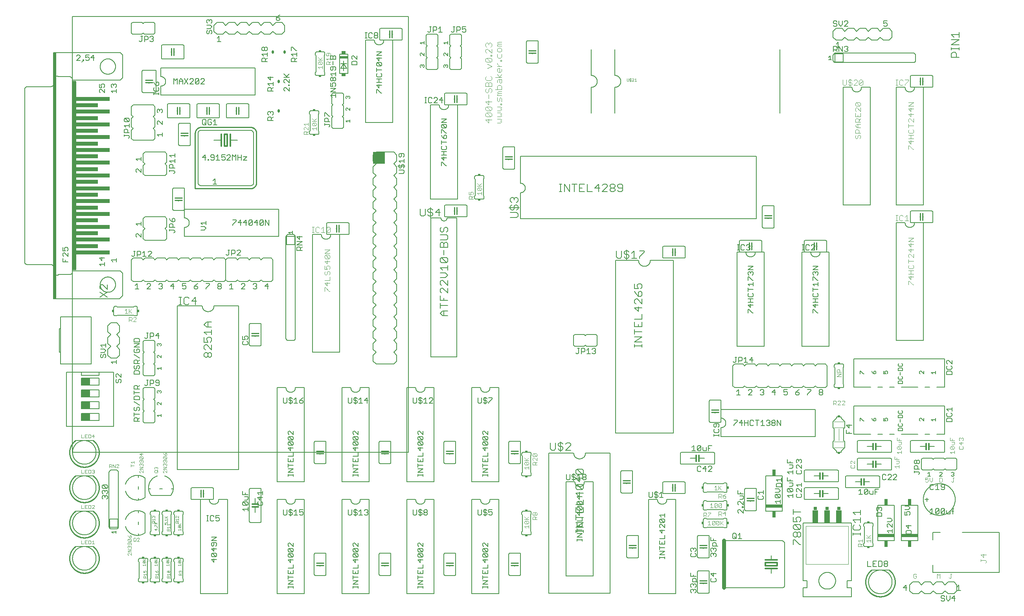
<source format=gto>
G04 EAGLE Gerber RS-274X export*
G75*
%MOMM*%
%FSLAX34Y34*%
%LPD*%
%INSilkscreen Top*%
%IPPOS*%
%AMOC8*
5,1,8,0,0,1.08239X$1,22.5*%
G01*
%ADD10C,0.101600*%
%ADD11C,0.152400*%
%ADD12C,0.076200*%
%ADD13C,0.050800*%
%ADD14R,0.762000X0.635000*%
%ADD15R,1.270000X2.794000*%
%ADD16C,0.177800*%
%ADD17C,0.127000*%
%ADD18C,0.304800*%
%ADD19C,0.203200*%
%ADD20C,0.254000*%
%ADD21R,0.508000X0.381000*%
%ADD22R,3.556000X0.635000*%
%ADD23R,0.762000X1.397000*%
%ADD24R,0.762000X40.640000*%
%ADD25R,0.508000X53.086000*%
%ADD26R,7.239000X0.812800*%
%ADD27R,4.699000X0.812800*%
%ADD28R,0.381000X0.508000*%
%ADD29C,0.508000*%
%ADD30C,0.812800*%
%ADD31R,1.870000X0.508000*%
%ADD32R,0.850000X0.635000*%
%ADD33R,2.540000X2.540000*%
%ADD34R,0.609600X0.355600*%
%ADD35R,1.905000X1.524000*%


D10*
X915416Y1047322D02*
X902197Y1047322D01*
X908806Y1040712D01*
X908806Y1049525D01*
X904400Y1053809D02*
X913213Y1053809D01*
X904400Y1053809D02*
X902197Y1056012D01*
X902197Y1060419D01*
X904400Y1062622D01*
X913213Y1062622D01*
X915416Y1060419D01*
X915416Y1056012D01*
X913213Y1053809D01*
X904400Y1062622D01*
X904400Y1066906D02*
X913213Y1066906D01*
X904400Y1066906D02*
X902197Y1069110D01*
X902197Y1073516D01*
X904400Y1075719D01*
X913213Y1075719D01*
X915416Y1073516D01*
X915416Y1069110D01*
X913213Y1066906D01*
X904400Y1075719D01*
X902197Y1086613D02*
X915416Y1086613D01*
X908806Y1080004D02*
X902197Y1086613D01*
X908806Y1088817D02*
X908806Y1080004D01*
X908806Y1093101D02*
X908806Y1101914D01*
X902197Y1112808D02*
X904400Y1115011D01*
X902197Y1112808D02*
X902197Y1108401D01*
X904400Y1106198D01*
X906603Y1106198D01*
X908806Y1108401D01*
X908806Y1112808D01*
X911010Y1115011D01*
X913213Y1115011D01*
X915416Y1112808D01*
X915416Y1108401D01*
X913213Y1106198D01*
X915416Y1119295D02*
X902197Y1119295D01*
X902197Y1125905D01*
X904400Y1128108D01*
X906603Y1128108D01*
X908806Y1125905D01*
X911010Y1128108D01*
X913213Y1128108D01*
X915416Y1125905D01*
X915416Y1119295D01*
X908806Y1119295D02*
X908806Y1125905D01*
X902197Y1139002D02*
X904400Y1141206D01*
X902197Y1139002D02*
X902197Y1134596D01*
X904400Y1132393D01*
X913213Y1132393D01*
X915416Y1134596D01*
X915416Y1139002D01*
X913213Y1141206D01*
X906603Y1158587D02*
X915416Y1162994D01*
X906603Y1167400D01*
X904400Y1171684D02*
X913213Y1171684D01*
X904400Y1171684D02*
X902197Y1173888D01*
X902197Y1178294D01*
X904400Y1180497D01*
X913213Y1180497D01*
X915416Y1178294D01*
X915416Y1173888D01*
X913213Y1171684D01*
X904400Y1180497D01*
X913213Y1184782D02*
X915416Y1184782D01*
X913213Y1184782D02*
X913213Y1186985D01*
X915416Y1186985D01*
X915416Y1184782D01*
X915416Y1191330D02*
X915416Y1200143D01*
X915416Y1191330D02*
X906603Y1200143D01*
X904400Y1200143D01*
X902197Y1197940D01*
X902197Y1193534D01*
X904400Y1191330D01*
X904400Y1204428D02*
X902197Y1206631D01*
X902197Y1211037D01*
X904400Y1213240D01*
X906603Y1213240D01*
X908806Y1211037D01*
X908806Y1208834D01*
X908806Y1211037D02*
X911010Y1213240D01*
X913213Y1213240D01*
X915416Y1211037D01*
X915416Y1206631D01*
X913213Y1204428D01*
X927939Y1040712D02*
X934549Y1040712D01*
X936752Y1042915D01*
X934549Y1045118D01*
X936752Y1047322D01*
X934549Y1049525D01*
X927939Y1049525D01*
X927939Y1053809D02*
X934549Y1053809D01*
X936752Y1056012D01*
X934549Y1058216D01*
X936752Y1060419D01*
X934549Y1062622D01*
X927939Y1062622D01*
X927939Y1066906D02*
X934549Y1066906D01*
X936752Y1069110D01*
X934549Y1071313D01*
X936752Y1073516D01*
X934549Y1075719D01*
X927939Y1075719D01*
X934549Y1080004D02*
X936752Y1080004D01*
X934549Y1080004D02*
X934549Y1082207D01*
X936752Y1082207D01*
X936752Y1080004D01*
X936752Y1086552D02*
X936752Y1093162D01*
X934549Y1095365D01*
X932346Y1093162D01*
X932346Y1088756D01*
X930142Y1086552D01*
X927939Y1088756D01*
X927939Y1095365D01*
X927939Y1099650D02*
X936752Y1099650D01*
X927939Y1099650D02*
X927939Y1101853D01*
X930142Y1104056D01*
X936752Y1104056D01*
X930142Y1104056D02*
X927939Y1106259D01*
X930142Y1108462D01*
X936752Y1108462D01*
X936752Y1112747D02*
X923533Y1112747D01*
X936752Y1112747D02*
X936752Y1119356D01*
X934549Y1121560D01*
X930142Y1121560D01*
X927939Y1119356D01*
X927939Y1112747D01*
X927939Y1128047D02*
X927939Y1132454D01*
X930142Y1134657D01*
X936752Y1134657D01*
X936752Y1128047D01*
X934549Y1125844D01*
X932346Y1128047D01*
X932346Y1134657D01*
X936752Y1138941D02*
X923533Y1138941D01*
X932346Y1138941D02*
X936752Y1145551D01*
X932346Y1138941D02*
X927939Y1145551D01*
X936752Y1152059D02*
X936752Y1156465D01*
X936752Y1152059D02*
X934549Y1149856D01*
X930142Y1149856D01*
X927939Y1152059D01*
X927939Y1156465D01*
X930142Y1158669D01*
X932346Y1158669D01*
X932346Y1149856D01*
X936752Y1162953D02*
X927939Y1162953D01*
X927939Y1167359D02*
X932346Y1162953D01*
X927939Y1167359D02*
X927939Y1169563D01*
X934549Y1173867D02*
X936752Y1173867D01*
X934549Y1173867D02*
X934549Y1176071D01*
X936752Y1176071D01*
X936752Y1173867D01*
X927939Y1182619D02*
X927939Y1189229D01*
X927939Y1182619D02*
X930142Y1180416D01*
X934549Y1180416D01*
X936752Y1182619D01*
X936752Y1189229D01*
X936752Y1195716D02*
X936752Y1200123D01*
X934549Y1202326D01*
X930142Y1202326D01*
X927939Y1200123D01*
X927939Y1195716D01*
X930142Y1193513D01*
X934549Y1193513D01*
X936752Y1195716D01*
X936752Y1206610D02*
X927939Y1206610D01*
X927939Y1208814D01*
X930142Y1211017D01*
X936752Y1211017D01*
X930142Y1211017D02*
X927939Y1213220D01*
X930142Y1215423D01*
X936752Y1215423D01*
D11*
X1905748Y1181862D02*
X1922018Y1181862D01*
X1905748Y1181862D02*
X1905748Y1189997D01*
X1908460Y1192709D01*
X1913883Y1192709D01*
X1916595Y1189997D01*
X1916595Y1181862D01*
X1922018Y1198234D02*
X1922018Y1203657D01*
X1922018Y1200945D02*
X1905748Y1200945D01*
X1905748Y1198234D02*
X1905748Y1203657D01*
X1905748Y1209148D02*
X1922018Y1209148D01*
X1922018Y1219995D02*
X1905748Y1209148D01*
X1905748Y1219995D02*
X1922018Y1219995D01*
X1911171Y1225520D02*
X1905748Y1230943D01*
X1922018Y1230943D01*
X1922018Y1225520D02*
X1922018Y1236366D01*
D12*
X1828804Y68207D02*
X1830372Y66639D01*
X1828804Y68207D02*
X1825669Y68207D01*
X1824101Y66639D01*
X1824101Y60369D01*
X1825669Y58801D01*
X1828804Y58801D01*
X1830372Y60369D01*
X1830372Y63504D01*
X1827236Y63504D01*
X1900301Y60369D02*
X1901869Y58801D01*
X1903436Y58801D01*
X1905004Y60369D01*
X1905004Y68207D01*
X1903436Y68207D02*
X1906572Y68207D01*
X1874901Y68207D02*
X1874901Y58801D01*
X1878036Y65072D02*
X1874901Y68207D01*
X1878036Y65072D02*
X1881172Y68207D01*
X1881172Y58801D01*
X1855772Y275471D02*
X1849501Y275471D01*
X1849501Y270768D01*
X1852636Y272336D01*
X1854204Y272336D01*
X1855772Y270768D01*
X1855772Y267633D01*
X1854204Y266065D01*
X1851069Y266065D01*
X1849501Y267633D01*
X1858856Y269200D02*
X1858856Y275471D01*
X1858856Y269200D02*
X1861992Y266065D01*
X1865127Y269200D01*
X1865127Y275471D01*
X1905381Y267633D02*
X1906949Y266065D01*
X1908516Y266065D01*
X1910084Y267633D01*
X1910084Y275471D01*
X1908516Y275471D02*
X1911652Y275471D01*
X1879981Y275471D02*
X1879981Y266065D01*
X1884684Y266065D01*
X1886252Y267633D01*
X1886252Y273903D01*
X1884684Y275471D01*
X1879981Y275471D01*
D11*
X1690370Y177800D02*
X1586230Y177800D01*
X1586230Y19050D02*
X1690370Y19050D01*
X1586230Y53340D02*
X1586230Y177800D01*
X1586230Y53340D02*
X1595120Y53340D01*
X1595120Y38100D01*
X1586230Y38100D01*
X1586230Y19050D01*
X1690370Y53340D02*
X1690370Y177800D01*
X1690370Y53340D02*
X1681480Y53340D01*
X1681480Y38100D01*
X1690370Y38100D01*
X1690370Y19050D01*
D13*
X1684020Y171450D02*
X1592580Y171450D01*
X1592580Y88900D01*
X1684020Y88900D01*
X1684020Y171450D01*
D11*
X1620266Y53340D02*
X1620271Y53783D01*
X1620288Y54225D01*
X1620315Y54667D01*
X1620353Y55108D01*
X1620402Y55548D01*
X1620461Y55986D01*
X1620532Y56423D01*
X1620613Y56858D01*
X1620704Y57291D01*
X1620806Y57722D01*
X1620919Y58150D01*
X1621043Y58575D01*
X1621176Y58997D01*
X1621320Y59415D01*
X1621474Y59830D01*
X1621639Y60241D01*
X1621813Y60648D01*
X1621997Y61051D01*
X1622192Y61448D01*
X1622395Y61841D01*
X1622609Y62229D01*
X1622832Y62611D01*
X1623064Y62988D01*
X1623305Y63359D01*
X1623556Y63724D01*
X1623815Y64083D01*
X1624083Y64435D01*
X1624360Y64781D01*
X1624644Y65119D01*
X1624938Y65451D01*
X1625239Y65775D01*
X1625548Y66092D01*
X1625865Y66401D01*
X1626189Y66702D01*
X1626521Y66996D01*
X1626859Y67280D01*
X1627205Y67557D01*
X1627557Y67825D01*
X1627916Y68084D01*
X1628281Y68335D01*
X1628652Y68576D01*
X1629029Y68808D01*
X1629411Y69031D01*
X1629799Y69245D01*
X1630192Y69448D01*
X1630589Y69643D01*
X1630992Y69827D01*
X1631399Y70001D01*
X1631810Y70166D01*
X1632225Y70320D01*
X1632643Y70464D01*
X1633065Y70597D01*
X1633490Y70721D01*
X1633918Y70834D01*
X1634349Y70936D01*
X1634782Y71027D01*
X1635217Y71108D01*
X1635654Y71179D01*
X1636092Y71238D01*
X1636532Y71287D01*
X1636973Y71325D01*
X1637415Y71352D01*
X1637857Y71369D01*
X1638300Y71374D01*
X1638743Y71369D01*
X1639185Y71352D01*
X1639627Y71325D01*
X1640068Y71287D01*
X1640508Y71238D01*
X1640946Y71179D01*
X1641383Y71108D01*
X1641818Y71027D01*
X1642251Y70936D01*
X1642682Y70834D01*
X1643110Y70721D01*
X1643535Y70597D01*
X1643957Y70464D01*
X1644375Y70320D01*
X1644790Y70166D01*
X1645201Y70001D01*
X1645608Y69827D01*
X1646011Y69643D01*
X1646408Y69448D01*
X1646801Y69245D01*
X1647189Y69031D01*
X1647571Y68808D01*
X1647948Y68576D01*
X1648319Y68335D01*
X1648684Y68084D01*
X1649043Y67825D01*
X1649395Y67557D01*
X1649741Y67280D01*
X1650079Y66996D01*
X1650411Y66702D01*
X1650735Y66401D01*
X1651052Y66092D01*
X1651361Y65775D01*
X1651662Y65451D01*
X1651956Y65119D01*
X1652240Y64781D01*
X1652517Y64435D01*
X1652785Y64083D01*
X1653044Y63724D01*
X1653295Y63359D01*
X1653536Y62988D01*
X1653768Y62611D01*
X1653991Y62229D01*
X1654205Y61841D01*
X1654408Y61448D01*
X1654603Y61051D01*
X1654787Y60648D01*
X1654961Y60241D01*
X1655126Y59830D01*
X1655280Y59415D01*
X1655424Y58997D01*
X1655557Y58575D01*
X1655681Y58150D01*
X1655794Y57722D01*
X1655896Y57291D01*
X1655987Y56858D01*
X1656068Y56423D01*
X1656139Y55986D01*
X1656198Y55548D01*
X1656247Y55108D01*
X1656285Y54667D01*
X1656312Y54225D01*
X1656329Y53783D01*
X1656334Y53340D01*
X1656329Y52897D01*
X1656312Y52455D01*
X1656285Y52013D01*
X1656247Y51572D01*
X1656198Y51132D01*
X1656139Y50694D01*
X1656068Y50257D01*
X1655987Y49822D01*
X1655896Y49389D01*
X1655794Y48958D01*
X1655681Y48530D01*
X1655557Y48105D01*
X1655424Y47683D01*
X1655280Y47265D01*
X1655126Y46850D01*
X1654961Y46439D01*
X1654787Y46032D01*
X1654603Y45629D01*
X1654408Y45232D01*
X1654205Y44839D01*
X1653991Y44451D01*
X1653768Y44069D01*
X1653536Y43692D01*
X1653295Y43321D01*
X1653044Y42956D01*
X1652785Y42597D01*
X1652517Y42245D01*
X1652240Y41899D01*
X1651956Y41561D01*
X1651662Y41229D01*
X1651361Y40905D01*
X1651052Y40588D01*
X1650735Y40279D01*
X1650411Y39978D01*
X1650079Y39684D01*
X1649741Y39400D01*
X1649395Y39123D01*
X1649043Y38855D01*
X1648684Y38596D01*
X1648319Y38345D01*
X1647948Y38104D01*
X1647571Y37872D01*
X1647189Y37649D01*
X1646801Y37435D01*
X1646408Y37232D01*
X1646011Y37037D01*
X1645608Y36853D01*
X1645201Y36679D01*
X1644790Y36514D01*
X1644375Y36360D01*
X1643957Y36216D01*
X1643535Y36083D01*
X1643110Y35959D01*
X1642682Y35846D01*
X1642251Y35744D01*
X1641818Y35653D01*
X1641383Y35572D01*
X1640946Y35501D01*
X1640508Y35442D01*
X1640068Y35393D01*
X1639627Y35355D01*
X1639185Y35328D01*
X1638743Y35311D01*
X1638300Y35306D01*
X1637857Y35311D01*
X1637415Y35328D01*
X1636973Y35355D01*
X1636532Y35393D01*
X1636092Y35442D01*
X1635654Y35501D01*
X1635217Y35572D01*
X1634782Y35653D01*
X1634349Y35744D01*
X1633918Y35846D01*
X1633490Y35959D01*
X1633065Y36083D01*
X1632643Y36216D01*
X1632225Y36360D01*
X1631810Y36514D01*
X1631399Y36679D01*
X1630992Y36853D01*
X1630589Y37037D01*
X1630192Y37232D01*
X1629799Y37435D01*
X1629411Y37649D01*
X1629029Y37872D01*
X1628652Y38104D01*
X1628281Y38345D01*
X1627916Y38596D01*
X1627557Y38855D01*
X1627205Y39123D01*
X1626859Y39400D01*
X1626521Y39684D01*
X1626189Y39978D01*
X1625865Y40279D01*
X1625548Y40588D01*
X1625239Y40905D01*
X1624938Y41229D01*
X1624644Y41561D01*
X1624360Y41899D01*
X1624083Y42245D01*
X1623815Y42597D01*
X1623556Y42956D01*
X1623305Y43321D01*
X1623064Y43692D01*
X1622832Y44069D01*
X1622609Y44451D01*
X1622395Y44839D01*
X1622192Y45232D01*
X1621997Y45629D01*
X1621813Y46032D01*
X1621639Y46439D01*
X1621474Y46850D01*
X1621320Y47265D01*
X1621176Y47683D01*
X1621043Y48105D01*
X1620919Y48530D01*
X1620806Y48958D01*
X1620704Y49389D01*
X1620613Y49822D01*
X1620532Y50257D01*
X1620461Y50694D01*
X1620402Y51132D01*
X1620353Y51572D01*
X1620315Y52013D01*
X1620288Y52455D01*
X1620271Y52897D01*
X1620266Y53340D01*
D14*
X1612900Y208915D03*
X1638300Y208915D03*
X1663700Y208915D03*
D15*
X1663700Y191770D03*
X1638300Y191770D03*
X1612900Y191770D03*
D16*
X1709801Y157018D02*
X1709801Y151680D01*
X1709801Y154349D02*
X1693785Y154349D01*
X1693785Y151680D02*
X1693785Y157018D01*
X1693785Y170602D02*
X1696455Y173271D01*
X1693785Y170602D02*
X1693785Y165264D01*
X1696455Y162594D01*
X1707132Y162594D01*
X1709801Y165264D01*
X1709801Y170602D01*
X1707132Y173271D01*
X1699124Y178966D02*
X1693785Y184304D01*
X1709801Y184304D01*
X1709801Y178966D02*
X1709801Y189643D01*
X1699124Y195337D02*
X1693785Y200676D01*
X1709801Y200676D01*
X1709801Y206014D02*
X1709801Y195337D01*
X1565515Y141798D02*
X1565515Y131121D01*
X1565515Y141798D02*
X1568185Y141798D01*
X1578862Y131121D01*
X1581531Y131121D01*
X1568185Y147493D02*
X1565515Y150162D01*
X1565515Y155500D01*
X1568185Y158170D01*
X1570854Y158170D01*
X1573523Y155500D01*
X1576192Y158170D01*
X1578862Y158170D01*
X1581531Y155500D01*
X1581531Y150162D01*
X1578862Y147493D01*
X1576192Y147493D01*
X1573523Y150162D01*
X1570854Y147493D01*
X1568185Y147493D01*
X1573523Y150162D02*
X1573523Y155500D01*
X1578862Y163864D02*
X1568185Y163864D01*
X1565515Y166533D01*
X1565515Y171872D01*
X1568185Y174541D01*
X1578862Y174541D01*
X1581531Y171872D01*
X1581531Y166533D01*
X1578862Y163864D01*
X1568185Y174541D01*
X1565515Y180236D02*
X1565515Y190913D01*
X1565515Y180236D02*
X1573523Y180236D01*
X1570854Y185574D01*
X1570854Y188244D01*
X1573523Y190913D01*
X1578862Y190913D01*
X1581531Y188244D01*
X1581531Y182905D01*
X1578862Y180236D01*
X1581531Y201946D02*
X1565515Y201946D01*
X1565515Y207284D02*
X1565515Y196607D01*
D11*
X1849120Y228600D02*
X1856740Y228600D01*
X1852930Y224790D02*
X1852930Y232410D01*
X1845310Y228600D02*
X1845320Y229442D01*
X1845351Y230283D01*
X1845403Y231123D01*
X1845475Y231961D01*
X1845568Y232797D01*
X1845681Y233631D01*
X1845815Y234462D01*
X1845969Y235290D01*
X1846143Y236113D01*
X1846338Y236932D01*
X1846552Y237746D01*
X1846787Y238554D01*
X1847041Y239356D01*
X1847314Y240152D01*
X1847608Y240941D01*
X1847920Y241722D01*
X1848252Y242496D01*
X1848602Y243261D01*
X1848971Y244017D01*
X1849359Y244764D01*
X1849765Y245501D01*
X1850188Y246229D01*
X1850630Y246945D01*
X1851089Y247651D01*
X1851565Y248344D01*
X1852058Y249027D01*
X1852568Y249696D01*
X1853093Y250353D01*
X1853635Y250997D01*
X1854193Y251628D01*
X1854766Y252244D01*
X1855353Y252847D01*
X1855956Y253434D01*
X1856572Y254007D01*
X1857203Y254565D01*
X1857847Y255107D01*
X1858504Y255632D01*
X1859173Y256142D01*
X1859856Y256635D01*
X1860549Y257111D01*
X1861255Y257570D01*
X1861971Y258012D01*
X1862699Y258435D01*
X1863436Y258841D01*
X1864183Y259229D01*
X1864939Y259598D01*
X1865704Y259948D01*
X1866478Y260280D01*
X1867259Y260592D01*
X1868048Y260886D01*
X1868844Y261159D01*
X1869646Y261413D01*
X1870454Y261648D01*
X1871268Y261862D01*
X1872087Y262057D01*
X1872910Y262231D01*
X1873738Y262385D01*
X1874569Y262519D01*
X1875403Y262632D01*
X1876239Y262725D01*
X1877077Y262797D01*
X1877917Y262849D01*
X1878758Y262880D01*
X1879600Y262890D01*
X1880442Y262880D01*
X1881283Y262849D01*
X1882123Y262797D01*
X1882961Y262725D01*
X1883797Y262632D01*
X1884631Y262519D01*
X1885462Y262385D01*
X1886290Y262231D01*
X1887113Y262057D01*
X1887932Y261862D01*
X1888746Y261648D01*
X1889554Y261413D01*
X1890356Y261159D01*
X1891152Y260886D01*
X1891941Y260592D01*
X1892722Y260280D01*
X1893496Y259948D01*
X1894261Y259598D01*
X1895017Y259229D01*
X1895764Y258841D01*
X1896501Y258435D01*
X1897229Y258012D01*
X1897945Y257570D01*
X1898651Y257111D01*
X1899344Y256635D01*
X1900027Y256142D01*
X1900696Y255632D01*
X1901353Y255107D01*
X1901997Y254565D01*
X1902628Y254007D01*
X1903244Y253434D01*
X1903847Y252847D01*
X1904434Y252244D01*
X1905007Y251628D01*
X1905565Y250997D01*
X1906107Y250353D01*
X1906632Y249696D01*
X1907142Y249027D01*
X1907635Y248344D01*
X1908111Y247651D01*
X1908570Y246945D01*
X1909012Y246229D01*
X1909435Y245501D01*
X1909841Y244764D01*
X1910229Y244017D01*
X1910598Y243261D01*
X1910948Y242496D01*
X1911280Y241722D01*
X1911592Y240941D01*
X1911886Y240152D01*
X1912159Y239356D01*
X1912413Y238554D01*
X1912648Y237746D01*
X1912862Y236932D01*
X1913057Y236113D01*
X1913231Y235290D01*
X1913385Y234462D01*
X1913519Y233631D01*
X1913632Y232797D01*
X1913725Y231961D01*
X1913797Y231123D01*
X1913849Y230283D01*
X1913880Y229442D01*
X1913890Y228600D01*
X1913880Y227758D01*
X1913849Y226917D01*
X1913797Y226077D01*
X1913725Y225239D01*
X1913632Y224403D01*
X1913519Y223569D01*
X1913385Y222738D01*
X1913231Y221910D01*
X1913057Y221087D01*
X1912862Y220268D01*
X1912648Y219454D01*
X1912413Y218646D01*
X1912159Y217844D01*
X1911886Y217048D01*
X1911592Y216259D01*
X1911280Y215478D01*
X1910948Y214704D01*
X1910598Y213939D01*
X1910229Y213183D01*
X1909841Y212436D01*
X1909435Y211699D01*
X1909012Y210971D01*
X1908570Y210255D01*
X1908111Y209549D01*
X1907635Y208856D01*
X1907142Y208173D01*
X1906632Y207504D01*
X1906107Y206847D01*
X1905565Y206203D01*
X1905007Y205572D01*
X1904434Y204956D01*
X1903847Y204353D01*
X1903244Y203766D01*
X1902628Y203193D01*
X1901997Y202635D01*
X1901353Y202093D01*
X1900696Y201568D01*
X1900027Y201058D01*
X1899344Y200565D01*
X1898651Y200089D01*
X1897945Y199630D01*
X1897229Y199188D01*
X1896501Y198765D01*
X1895764Y198359D01*
X1895017Y197971D01*
X1894261Y197602D01*
X1893496Y197252D01*
X1892722Y196920D01*
X1891941Y196608D01*
X1891152Y196314D01*
X1890356Y196041D01*
X1889554Y195787D01*
X1888746Y195552D01*
X1887932Y195338D01*
X1887113Y195143D01*
X1886290Y194969D01*
X1885462Y194815D01*
X1884631Y194681D01*
X1883797Y194568D01*
X1882961Y194475D01*
X1882123Y194403D01*
X1881283Y194351D01*
X1880442Y194320D01*
X1879600Y194310D01*
X1878758Y194320D01*
X1877917Y194351D01*
X1877077Y194403D01*
X1876239Y194475D01*
X1875403Y194568D01*
X1874569Y194681D01*
X1873738Y194815D01*
X1872910Y194969D01*
X1872087Y195143D01*
X1871268Y195338D01*
X1870454Y195552D01*
X1869646Y195787D01*
X1868844Y196041D01*
X1868048Y196314D01*
X1867259Y196608D01*
X1866478Y196920D01*
X1865704Y197252D01*
X1864939Y197602D01*
X1864183Y197971D01*
X1863436Y198359D01*
X1862699Y198765D01*
X1861971Y199188D01*
X1861255Y199630D01*
X1860549Y200089D01*
X1859856Y200565D01*
X1859173Y201058D01*
X1858504Y201568D01*
X1857847Y202093D01*
X1857203Y202635D01*
X1856572Y203193D01*
X1855956Y203766D01*
X1855353Y204353D01*
X1854766Y204956D01*
X1854193Y205572D01*
X1853635Y206203D01*
X1853093Y206847D01*
X1852568Y207504D01*
X1852058Y208173D01*
X1851565Y208856D01*
X1851089Y209549D01*
X1850630Y210255D01*
X1850188Y210971D01*
X1849765Y211699D01*
X1849359Y212436D01*
X1848971Y213183D01*
X1848602Y213939D01*
X1848252Y214704D01*
X1847920Y215478D01*
X1847608Y216259D01*
X1847314Y217048D01*
X1847041Y217844D01*
X1846787Y218646D01*
X1846552Y219454D01*
X1846338Y220268D01*
X1846143Y221087D01*
X1845969Y221910D01*
X1845815Y222738D01*
X1845681Y223569D01*
X1845568Y224403D01*
X1845475Y225239D01*
X1845403Y226077D01*
X1845351Y226917D01*
X1845320Y227758D01*
X1845310Y228600D01*
D17*
X1867542Y259088D02*
X1865635Y260995D01*
X1861822Y260995D01*
X1859915Y259088D01*
X1859915Y251462D01*
X1861822Y249555D01*
X1865635Y249555D01*
X1867542Y251462D01*
X1871609Y257182D02*
X1875422Y260995D01*
X1875422Y249555D01*
X1871609Y249555D02*
X1879235Y249555D01*
X1883303Y251462D02*
X1885210Y249555D01*
X1889023Y249555D01*
X1890929Y251462D01*
X1890929Y259088D01*
X1889023Y260995D01*
X1885210Y260995D01*
X1883303Y259088D01*
X1883303Y257182D01*
X1885210Y255275D01*
X1890929Y255275D01*
X1863728Y208925D02*
X1859915Y205112D01*
X1863728Y208925D02*
X1863728Y197485D01*
X1859915Y197485D02*
X1867542Y197485D01*
X1871609Y199392D02*
X1871609Y207018D01*
X1873516Y208925D01*
X1877329Y208925D01*
X1879235Y207018D01*
X1879235Y199392D01*
X1877329Y197485D01*
X1873516Y197485D01*
X1871609Y199392D01*
X1879235Y207018D01*
X1883303Y207018D02*
X1883303Y199392D01*
X1883303Y207018D02*
X1885210Y208925D01*
X1889023Y208925D01*
X1890929Y207018D01*
X1890929Y199392D01*
X1889023Y197485D01*
X1885210Y197485D01*
X1883303Y199392D01*
X1890929Y207018D01*
X1894997Y205112D02*
X1894997Y199392D01*
X1896904Y197485D01*
X1902623Y197485D01*
X1902623Y205112D01*
X1908598Y207018D02*
X1908598Y197485D01*
X1908598Y207018D02*
X1910504Y208925D01*
X1910504Y203205D02*
X1906691Y203205D01*
D18*
X1711452Y266700D02*
X1711452Y273050D01*
X1711452Y266700D02*
X1711452Y260350D01*
D11*
X1711452Y266700D02*
X1699260Y266700D01*
D18*
X1717802Y266700D02*
X1717802Y273050D01*
X1717802Y266700D02*
X1717802Y260350D01*
D11*
X1717802Y266700D02*
X1729740Y266700D01*
X1677670Y276860D02*
X1677670Y256540D01*
X1680210Y254000D02*
X1748790Y254000D01*
X1751330Y256540D02*
X1751330Y276860D01*
X1748790Y279400D02*
X1680210Y279400D01*
X1748790Y279400D02*
X1748890Y279398D01*
X1748989Y279392D01*
X1749089Y279382D01*
X1749187Y279369D01*
X1749286Y279351D01*
X1749383Y279330D01*
X1749479Y279305D01*
X1749575Y279276D01*
X1749669Y279243D01*
X1749762Y279207D01*
X1749853Y279167D01*
X1749943Y279123D01*
X1750031Y279076D01*
X1750117Y279026D01*
X1750201Y278972D01*
X1750283Y278915D01*
X1750362Y278855D01*
X1750440Y278791D01*
X1750514Y278725D01*
X1750586Y278656D01*
X1750655Y278584D01*
X1750721Y278510D01*
X1750785Y278432D01*
X1750845Y278353D01*
X1750902Y278271D01*
X1750956Y278187D01*
X1751006Y278101D01*
X1751053Y278013D01*
X1751097Y277923D01*
X1751137Y277832D01*
X1751173Y277739D01*
X1751206Y277645D01*
X1751235Y277549D01*
X1751260Y277453D01*
X1751281Y277356D01*
X1751299Y277257D01*
X1751312Y277159D01*
X1751322Y277059D01*
X1751328Y276960D01*
X1751330Y276860D01*
X1751330Y256540D02*
X1751328Y256440D01*
X1751322Y256341D01*
X1751312Y256241D01*
X1751299Y256143D01*
X1751281Y256044D01*
X1751260Y255947D01*
X1751235Y255851D01*
X1751206Y255755D01*
X1751173Y255661D01*
X1751137Y255568D01*
X1751097Y255477D01*
X1751053Y255387D01*
X1751006Y255299D01*
X1750956Y255213D01*
X1750902Y255129D01*
X1750845Y255047D01*
X1750785Y254968D01*
X1750721Y254890D01*
X1750655Y254816D01*
X1750586Y254744D01*
X1750514Y254675D01*
X1750440Y254609D01*
X1750362Y254545D01*
X1750283Y254485D01*
X1750201Y254428D01*
X1750117Y254374D01*
X1750031Y254324D01*
X1749943Y254277D01*
X1749853Y254233D01*
X1749762Y254193D01*
X1749669Y254157D01*
X1749575Y254124D01*
X1749479Y254095D01*
X1749383Y254070D01*
X1749286Y254049D01*
X1749187Y254031D01*
X1749089Y254018D01*
X1748989Y254008D01*
X1748890Y254002D01*
X1748790Y254000D01*
X1680210Y254000D02*
X1680110Y254002D01*
X1680011Y254008D01*
X1679911Y254018D01*
X1679813Y254031D01*
X1679714Y254049D01*
X1679617Y254070D01*
X1679521Y254095D01*
X1679425Y254124D01*
X1679331Y254157D01*
X1679238Y254193D01*
X1679147Y254233D01*
X1679057Y254277D01*
X1678969Y254324D01*
X1678883Y254374D01*
X1678799Y254428D01*
X1678717Y254485D01*
X1678638Y254545D01*
X1678560Y254609D01*
X1678486Y254675D01*
X1678414Y254744D01*
X1678345Y254816D01*
X1678279Y254890D01*
X1678215Y254968D01*
X1678155Y255047D01*
X1678098Y255129D01*
X1678044Y255213D01*
X1677994Y255299D01*
X1677947Y255387D01*
X1677903Y255477D01*
X1677863Y255568D01*
X1677827Y255661D01*
X1677794Y255755D01*
X1677765Y255851D01*
X1677740Y255947D01*
X1677719Y256044D01*
X1677701Y256143D01*
X1677688Y256241D01*
X1677678Y256341D01*
X1677672Y256440D01*
X1677670Y256540D01*
X1677670Y276860D02*
X1677672Y276960D01*
X1677678Y277059D01*
X1677688Y277159D01*
X1677701Y277257D01*
X1677719Y277356D01*
X1677740Y277453D01*
X1677765Y277549D01*
X1677794Y277645D01*
X1677827Y277739D01*
X1677863Y277832D01*
X1677903Y277923D01*
X1677947Y278013D01*
X1677994Y278101D01*
X1678044Y278187D01*
X1678098Y278271D01*
X1678155Y278353D01*
X1678215Y278432D01*
X1678279Y278510D01*
X1678345Y278584D01*
X1678414Y278656D01*
X1678486Y278725D01*
X1678560Y278791D01*
X1678638Y278855D01*
X1678717Y278915D01*
X1678799Y278972D01*
X1678883Y279026D01*
X1678969Y279076D01*
X1679057Y279123D01*
X1679147Y279167D01*
X1679238Y279207D01*
X1679331Y279243D01*
X1679425Y279276D01*
X1679521Y279305D01*
X1679617Y279330D01*
X1679714Y279351D01*
X1679813Y279369D01*
X1679911Y279382D01*
X1680011Y279392D01*
X1680110Y279398D01*
X1680210Y279400D01*
D17*
X1762765Y282585D02*
X1764672Y280678D01*
X1762765Y282585D02*
X1758952Y282585D01*
X1757045Y280678D01*
X1757045Y273052D01*
X1758952Y271145D01*
X1762765Y271145D01*
X1764672Y273052D01*
X1768739Y271145D02*
X1776365Y271145D01*
X1768739Y271145D02*
X1776365Y278772D01*
X1776365Y280678D01*
X1774459Y282585D01*
X1770646Y282585D01*
X1768739Y280678D01*
X1780433Y271145D02*
X1788059Y271145D01*
X1780433Y271145D02*
X1788059Y278772D01*
X1788059Y280678D01*
X1786153Y282585D01*
X1782340Y282585D01*
X1780433Y280678D01*
X1710058Y250835D02*
X1706245Y247022D01*
X1710058Y250835D02*
X1710058Y239395D01*
X1706245Y239395D02*
X1713872Y239395D01*
X1717939Y241302D02*
X1717939Y248928D01*
X1719846Y250835D01*
X1723659Y250835D01*
X1725565Y248928D01*
X1725565Y241302D01*
X1723659Y239395D01*
X1719846Y239395D01*
X1717939Y241302D01*
X1725565Y248928D01*
X1729633Y247022D02*
X1729633Y241302D01*
X1731540Y239395D01*
X1737259Y239395D01*
X1737259Y247022D01*
X1741327Y250835D02*
X1741327Y239395D01*
X1741327Y250835D02*
X1748953Y250835D01*
X1745140Y245115D02*
X1741327Y245115D01*
D18*
X1622552Y279400D02*
X1622552Y285750D01*
X1622552Y279400D02*
X1622552Y273050D01*
D11*
X1622552Y279400D02*
X1610360Y279400D01*
D18*
X1628902Y279400D02*
X1628902Y285750D01*
X1628902Y279400D02*
X1628902Y273050D01*
D11*
X1628902Y279400D02*
X1640840Y279400D01*
X1588770Y289560D02*
X1588770Y269240D01*
X1591310Y266700D02*
X1659890Y266700D01*
X1662430Y269240D02*
X1662430Y289560D01*
X1659890Y292100D02*
X1591310Y292100D01*
X1659890Y292100D02*
X1659990Y292098D01*
X1660089Y292092D01*
X1660189Y292082D01*
X1660287Y292069D01*
X1660386Y292051D01*
X1660483Y292030D01*
X1660579Y292005D01*
X1660675Y291976D01*
X1660769Y291943D01*
X1660862Y291907D01*
X1660953Y291867D01*
X1661043Y291823D01*
X1661131Y291776D01*
X1661217Y291726D01*
X1661301Y291672D01*
X1661383Y291615D01*
X1661462Y291555D01*
X1661540Y291491D01*
X1661614Y291425D01*
X1661686Y291356D01*
X1661755Y291284D01*
X1661821Y291210D01*
X1661885Y291132D01*
X1661945Y291053D01*
X1662002Y290971D01*
X1662056Y290887D01*
X1662106Y290801D01*
X1662153Y290713D01*
X1662197Y290623D01*
X1662237Y290532D01*
X1662273Y290439D01*
X1662306Y290345D01*
X1662335Y290249D01*
X1662360Y290153D01*
X1662381Y290056D01*
X1662399Y289957D01*
X1662412Y289859D01*
X1662422Y289759D01*
X1662428Y289660D01*
X1662430Y289560D01*
X1662430Y269240D02*
X1662428Y269140D01*
X1662422Y269041D01*
X1662412Y268941D01*
X1662399Y268843D01*
X1662381Y268744D01*
X1662360Y268647D01*
X1662335Y268551D01*
X1662306Y268455D01*
X1662273Y268361D01*
X1662237Y268268D01*
X1662197Y268177D01*
X1662153Y268087D01*
X1662106Y267999D01*
X1662056Y267913D01*
X1662002Y267829D01*
X1661945Y267747D01*
X1661885Y267668D01*
X1661821Y267590D01*
X1661755Y267516D01*
X1661686Y267444D01*
X1661614Y267375D01*
X1661540Y267309D01*
X1661462Y267245D01*
X1661383Y267185D01*
X1661301Y267128D01*
X1661217Y267074D01*
X1661131Y267024D01*
X1661043Y266977D01*
X1660953Y266933D01*
X1660862Y266893D01*
X1660769Y266857D01*
X1660675Y266824D01*
X1660579Y266795D01*
X1660483Y266770D01*
X1660386Y266749D01*
X1660287Y266731D01*
X1660189Y266718D01*
X1660089Y266708D01*
X1659990Y266702D01*
X1659890Y266700D01*
X1591310Y266700D02*
X1591210Y266702D01*
X1591111Y266708D01*
X1591011Y266718D01*
X1590913Y266731D01*
X1590814Y266749D01*
X1590717Y266770D01*
X1590621Y266795D01*
X1590525Y266824D01*
X1590431Y266857D01*
X1590338Y266893D01*
X1590247Y266933D01*
X1590157Y266977D01*
X1590069Y267024D01*
X1589983Y267074D01*
X1589899Y267128D01*
X1589817Y267185D01*
X1589738Y267245D01*
X1589660Y267309D01*
X1589586Y267375D01*
X1589514Y267444D01*
X1589445Y267516D01*
X1589379Y267590D01*
X1589315Y267668D01*
X1589255Y267747D01*
X1589198Y267829D01*
X1589144Y267913D01*
X1589094Y267999D01*
X1589047Y268087D01*
X1589003Y268177D01*
X1588963Y268268D01*
X1588927Y268361D01*
X1588894Y268455D01*
X1588865Y268551D01*
X1588840Y268647D01*
X1588819Y268744D01*
X1588801Y268843D01*
X1588788Y268941D01*
X1588778Y269041D01*
X1588772Y269140D01*
X1588770Y269240D01*
X1588770Y289560D02*
X1588772Y289660D01*
X1588778Y289759D01*
X1588788Y289859D01*
X1588801Y289957D01*
X1588819Y290056D01*
X1588840Y290153D01*
X1588865Y290249D01*
X1588894Y290345D01*
X1588927Y290439D01*
X1588963Y290532D01*
X1589003Y290623D01*
X1589047Y290713D01*
X1589094Y290801D01*
X1589144Y290887D01*
X1589198Y290971D01*
X1589255Y291053D01*
X1589315Y291132D01*
X1589379Y291210D01*
X1589445Y291284D01*
X1589514Y291356D01*
X1589586Y291425D01*
X1589660Y291491D01*
X1589738Y291555D01*
X1589817Y291615D01*
X1589899Y291672D01*
X1589983Y291726D01*
X1590069Y291776D01*
X1590157Y291823D01*
X1590247Y291867D01*
X1590338Y291907D01*
X1590431Y291943D01*
X1590525Y291976D01*
X1590621Y292005D01*
X1590717Y292030D01*
X1590814Y292051D01*
X1590913Y292069D01*
X1591011Y292082D01*
X1591111Y292092D01*
X1591210Y292098D01*
X1591310Y292100D01*
D17*
X1573522Y291472D02*
X1571615Y289565D01*
X1571615Y285752D01*
X1573522Y283845D01*
X1581148Y283845D01*
X1583055Y285752D01*
X1583055Y289565D01*
X1581148Y291472D01*
X1583055Y295539D02*
X1583055Y303165D01*
X1583055Y295539D02*
X1575429Y303165D01*
X1573522Y303165D01*
X1571615Y301259D01*
X1571615Y297446D01*
X1573522Y295539D01*
X1573522Y307233D02*
X1571615Y309140D01*
X1571615Y312953D01*
X1573522Y314859D01*
X1575429Y314859D01*
X1577335Y312953D01*
X1577335Y311046D01*
X1577335Y312953D02*
X1579242Y314859D01*
X1581148Y314859D01*
X1583055Y312953D01*
X1583055Y309140D01*
X1581148Y307233D01*
X1556379Y283845D02*
X1552565Y287658D01*
X1564005Y287658D01*
X1564005Y283845D02*
X1564005Y291472D01*
X1562098Y295539D02*
X1556379Y295539D01*
X1562098Y295539D02*
X1564005Y297446D01*
X1564005Y303165D01*
X1556379Y303165D01*
X1552565Y307233D02*
X1564005Y307233D01*
X1552565Y307233D02*
X1552565Y314859D01*
X1558285Y311046D02*
X1558285Y307233D01*
D18*
X1622552Y247650D02*
X1622552Y241300D01*
X1622552Y234950D01*
D11*
X1622552Y241300D02*
X1610360Y241300D01*
D18*
X1628902Y241300D02*
X1628902Y247650D01*
X1628902Y241300D02*
X1628902Y234950D01*
D11*
X1628902Y241300D02*
X1640840Y241300D01*
X1588770Y251460D02*
X1588770Y231140D01*
X1591310Y228600D02*
X1659890Y228600D01*
X1662430Y231140D02*
X1662430Y251460D01*
X1659890Y254000D02*
X1591310Y254000D01*
X1659890Y254000D02*
X1659990Y253998D01*
X1660089Y253992D01*
X1660189Y253982D01*
X1660287Y253969D01*
X1660386Y253951D01*
X1660483Y253930D01*
X1660579Y253905D01*
X1660675Y253876D01*
X1660769Y253843D01*
X1660862Y253807D01*
X1660953Y253767D01*
X1661043Y253723D01*
X1661131Y253676D01*
X1661217Y253626D01*
X1661301Y253572D01*
X1661383Y253515D01*
X1661462Y253455D01*
X1661540Y253391D01*
X1661614Y253325D01*
X1661686Y253256D01*
X1661755Y253184D01*
X1661821Y253110D01*
X1661885Y253032D01*
X1661945Y252953D01*
X1662002Y252871D01*
X1662056Y252787D01*
X1662106Y252701D01*
X1662153Y252613D01*
X1662197Y252523D01*
X1662237Y252432D01*
X1662273Y252339D01*
X1662306Y252245D01*
X1662335Y252149D01*
X1662360Y252053D01*
X1662381Y251956D01*
X1662399Y251857D01*
X1662412Y251759D01*
X1662422Y251659D01*
X1662428Y251560D01*
X1662430Y251460D01*
X1662430Y231140D02*
X1662428Y231040D01*
X1662422Y230941D01*
X1662412Y230841D01*
X1662399Y230743D01*
X1662381Y230644D01*
X1662360Y230547D01*
X1662335Y230451D01*
X1662306Y230355D01*
X1662273Y230261D01*
X1662237Y230168D01*
X1662197Y230077D01*
X1662153Y229987D01*
X1662106Y229899D01*
X1662056Y229813D01*
X1662002Y229729D01*
X1661945Y229647D01*
X1661885Y229568D01*
X1661821Y229490D01*
X1661755Y229416D01*
X1661686Y229344D01*
X1661614Y229275D01*
X1661540Y229209D01*
X1661462Y229145D01*
X1661383Y229085D01*
X1661301Y229028D01*
X1661217Y228974D01*
X1661131Y228924D01*
X1661043Y228877D01*
X1660953Y228833D01*
X1660862Y228793D01*
X1660769Y228757D01*
X1660675Y228724D01*
X1660579Y228695D01*
X1660483Y228670D01*
X1660386Y228649D01*
X1660287Y228631D01*
X1660189Y228618D01*
X1660089Y228608D01*
X1659990Y228602D01*
X1659890Y228600D01*
X1591310Y228600D02*
X1591210Y228602D01*
X1591111Y228608D01*
X1591011Y228618D01*
X1590913Y228631D01*
X1590814Y228649D01*
X1590717Y228670D01*
X1590621Y228695D01*
X1590525Y228724D01*
X1590431Y228757D01*
X1590338Y228793D01*
X1590247Y228833D01*
X1590157Y228877D01*
X1590069Y228924D01*
X1589983Y228974D01*
X1589899Y229028D01*
X1589817Y229085D01*
X1589738Y229145D01*
X1589660Y229209D01*
X1589586Y229275D01*
X1589514Y229344D01*
X1589445Y229416D01*
X1589379Y229490D01*
X1589315Y229568D01*
X1589255Y229647D01*
X1589198Y229729D01*
X1589144Y229813D01*
X1589094Y229899D01*
X1589047Y229987D01*
X1589003Y230077D01*
X1588963Y230168D01*
X1588927Y230261D01*
X1588894Y230355D01*
X1588865Y230451D01*
X1588840Y230547D01*
X1588819Y230644D01*
X1588801Y230743D01*
X1588788Y230841D01*
X1588778Y230941D01*
X1588772Y231040D01*
X1588770Y231140D01*
X1588770Y251460D02*
X1588772Y251560D01*
X1588778Y251659D01*
X1588788Y251759D01*
X1588801Y251857D01*
X1588819Y251956D01*
X1588840Y252053D01*
X1588865Y252149D01*
X1588894Y252245D01*
X1588927Y252339D01*
X1588963Y252432D01*
X1589003Y252523D01*
X1589047Y252613D01*
X1589094Y252701D01*
X1589144Y252787D01*
X1589198Y252871D01*
X1589255Y252953D01*
X1589315Y253032D01*
X1589379Y253110D01*
X1589445Y253184D01*
X1589514Y253256D01*
X1589586Y253325D01*
X1589660Y253391D01*
X1589738Y253455D01*
X1589817Y253515D01*
X1589899Y253572D01*
X1589983Y253626D01*
X1590069Y253676D01*
X1590157Y253723D01*
X1590247Y253767D01*
X1590338Y253807D01*
X1590431Y253843D01*
X1590525Y253876D01*
X1590621Y253905D01*
X1590717Y253930D01*
X1590814Y253951D01*
X1590913Y253969D01*
X1591011Y253982D01*
X1591111Y253992D01*
X1591210Y253998D01*
X1591310Y254000D01*
D17*
X1573522Y240672D02*
X1571615Y238765D01*
X1571615Y234952D01*
X1573522Y233045D01*
X1581148Y233045D01*
X1583055Y234952D01*
X1583055Y238765D01*
X1581148Y240672D01*
X1583055Y244739D02*
X1583055Y252365D01*
X1583055Y244739D02*
X1575429Y252365D01*
X1573522Y252365D01*
X1571615Y250459D01*
X1571615Y246646D01*
X1573522Y244739D01*
X1575429Y256433D02*
X1571615Y260246D01*
X1583055Y260246D01*
X1583055Y256433D02*
X1583055Y264059D01*
X1552565Y236858D02*
X1556379Y233045D01*
X1552565Y236858D02*
X1564005Y236858D01*
X1564005Y233045D02*
X1564005Y240672D01*
X1562098Y244739D02*
X1554472Y244739D01*
X1552565Y246646D01*
X1552565Y250459D01*
X1554472Y252365D01*
X1562098Y252365D01*
X1564005Y250459D01*
X1564005Y246646D01*
X1562098Y244739D01*
X1554472Y252365D01*
X1556379Y256433D02*
X1562098Y256433D01*
X1564005Y258340D01*
X1564005Y264059D01*
X1556379Y264059D01*
X1552565Y268127D02*
X1564005Y268127D01*
X1552565Y268127D02*
X1552565Y275753D01*
X1558285Y271940D02*
X1558285Y268127D01*
D11*
X1657350Y1244600D02*
X1670050Y1244600D01*
X1676400Y1238250D01*
X1676400Y1225550D02*
X1670050Y1219200D01*
X1676400Y1238250D02*
X1682750Y1244600D01*
X1695450Y1244600D01*
X1701800Y1238250D01*
X1701800Y1225550D02*
X1695450Y1219200D01*
X1682750Y1219200D01*
X1676400Y1225550D01*
X1651000Y1225550D02*
X1651000Y1238250D01*
X1657350Y1244600D01*
X1651000Y1225550D02*
X1657350Y1219200D01*
X1670050Y1219200D01*
X1701800Y1238250D02*
X1708150Y1244600D01*
X1720850Y1244600D01*
X1727200Y1238250D01*
X1727200Y1225550D02*
X1720850Y1219200D01*
X1708150Y1219200D01*
X1701800Y1225550D01*
X1733550Y1244600D02*
X1746250Y1244600D01*
X1752600Y1238250D01*
X1752600Y1225550D02*
X1746250Y1219200D01*
X1752600Y1238250D02*
X1758950Y1244600D01*
X1771650Y1244600D01*
X1778000Y1238250D01*
X1778000Y1225550D01*
X1771650Y1219200D01*
X1758950Y1219200D01*
X1752600Y1225550D01*
X1733550Y1244600D02*
X1727200Y1238250D01*
X1727200Y1225550D02*
X1733550Y1219200D01*
X1746250Y1219200D01*
D17*
X1661798Y1214765D02*
X1657985Y1210952D01*
X1661798Y1214765D02*
X1661798Y1203325D01*
X1657985Y1203325D02*
X1665612Y1203325D01*
X1759585Y1260485D02*
X1767212Y1260485D01*
X1759585Y1260485D02*
X1759585Y1254765D01*
X1763398Y1256672D01*
X1765305Y1256672D01*
X1767212Y1254765D01*
X1767212Y1250952D01*
X1765305Y1249045D01*
X1761492Y1249045D01*
X1759585Y1250952D01*
X1659262Y1258578D02*
X1657355Y1260485D01*
X1653542Y1260485D01*
X1651635Y1258578D01*
X1651635Y1256672D01*
X1653542Y1254765D01*
X1657355Y1254765D01*
X1659262Y1252858D01*
X1659262Y1250952D01*
X1657355Y1249045D01*
X1653542Y1249045D01*
X1651635Y1250952D01*
X1663329Y1252858D02*
X1663329Y1260485D01*
X1663329Y1252858D02*
X1667142Y1249045D01*
X1670955Y1252858D01*
X1670955Y1260485D01*
X1675023Y1249045D02*
X1682649Y1249045D01*
X1675023Y1249045D02*
X1682649Y1256672D01*
X1682649Y1258578D01*
X1680743Y1260485D01*
X1676930Y1260485D01*
X1675023Y1258578D01*
D19*
X1130300Y1117600D02*
X1130300Y1061720D01*
X1130300Y1117600D02*
X1130609Y1117604D01*
X1130918Y1117615D01*
X1131227Y1117634D01*
X1131535Y1117660D01*
X1131843Y1117694D01*
X1132149Y1117735D01*
X1132455Y1117784D01*
X1132759Y1117840D01*
X1133061Y1117904D01*
X1133362Y1117975D01*
X1133662Y1118053D01*
X1133959Y1118138D01*
X1134254Y1118231D01*
X1134547Y1118331D01*
X1134837Y1118438D01*
X1135124Y1118552D01*
X1135409Y1118673D01*
X1135691Y1118801D01*
X1135969Y1118935D01*
X1136244Y1119077D01*
X1136516Y1119225D01*
X1136783Y1119380D01*
X1137047Y1119541D01*
X1137307Y1119708D01*
X1137563Y1119882D01*
X1137815Y1120062D01*
X1138062Y1120248D01*
X1138304Y1120440D01*
X1138542Y1120638D01*
X1138775Y1120841D01*
X1139003Y1121051D01*
X1139225Y1121265D01*
X1139443Y1121485D01*
X1139655Y1121711D01*
X1139861Y1121941D01*
X1140062Y1122176D01*
X1140257Y1122416D01*
X1140446Y1122661D01*
X1140629Y1122910D01*
X1140806Y1123164D01*
X1140976Y1123422D01*
X1141141Y1123684D01*
X1141299Y1123950D01*
X1141450Y1124220D01*
X1141595Y1124493D01*
X1141733Y1124770D01*
X1141864Y1125050D01*
X1141988Y1125333D01*
X1142106Y1125619D01*
X1142216Y1125908D01*
X1142320Y1126199D01*
X1142416Y1126493D01*
X1142505Y1126789D01*
X1142587Y1127088D01*
X1142662Y1127388D01*
X1142729Y1127690D01*
X1142789Y1127993D01*
X1142841Y1128298D01*
X1142886Y1128604D01*
X1142924Y1128911D01*
X1142954Y1129219D01*
X1142976Y1129527D01*
X1142992Y1129836D01*
X1142999Y1130145D01*
X1142999Y1130455D01*
X1142992Y1130764D01*
X1142976Y1131073D01*
X1142954Y1131381D01*
X1142924Y1131689D01*
X1142886Y1131996D01*
X1142841Y1132302D01*
X1142789Y1132607D01*
X1142729Y1132910D01*
X1142662Y1133212D01*
X1142587Y1133512D01*
X1142505Y1133811D01*
X1142416Y1134107D01*
X1142320Y1134401D01*
X1142216Y1134692D01*
X1142106Y1134981D01*
X1141988Y1135267D01*
X1141864Y1135550D01*
X1141733Y1135830D01*
X1141595Y1136107D01*
X1141450Y1136380D01*
X1141299Y1136650D01*
X1141141Y1136916D01*
X1140976Y1137178D01*
X1140806Y1137436D01*
X1140629Y1137690D01*
X1140446Y1137939D01*
X1140257Y1138184D01*
X1140062Y1138424D01*
X1139861Y1138659D01*
X1139655Y1138889D01*
X1139443Y1139115D01*
X1139225Y1139335D01*
X1139003Y1139549D01*
X1138775Y1139759D01*
X1138542Y1139962D01*
X1138304Y1140160D01*
X1138062Y1140352D01*
X1137815Y1140538D01*
X1137563Y1140718D01*
X1137307Y1140892D01*
X1137047Y1141059D01*
X1136783Y1141220D01*
X1136516Y1141375D01*
X1136244Y1141523D01*
X1135969Y1141665D01*
X1135691Y1141799D01*
X1135409Y1141927D01*
X1135124Y1142048D01*
X1134837Y1142162D01*
X1134547Y1142269D01*
X1134254Y1142369D01*
X1133959Y1142462D01*
X1133662Y1142547D01*
X1133362Y1142625D01*
X1133061Y1142696D01*
X1132759Y1142760D01*
X1132455Y1142816D01*
X1132149Y1142865D01*
X1131843Y1142906D01*
X1131535Y1142940D01*
X1131227Y1142966D01*
X1130918Y1142985D01*
X1130609Y1142996D01*
X1130300Y1143000D01*
X1536700Y1198880D02*
X1536700Y1061720D01*
X1130300Y1143000D02*
X1130300Y1198880D01*
X1181100Y1117600D02*
X1181100Y1061720D01*
X1181100Y1117600D02*
X1181409Y1117604D01*
X1181718Y1117615D01*
X1182027Y1117634D01*
X1182335Y1117660D01*
X1182643Y1117694D01*
X1182949Y1117735D01*
X1183255Y1117784D01*
X1183559Y1117840D01*
X1183861Y1117904D01*
X1184162Y1117975D01*
X1184462Y1118053D01*
X1184759Y1118138D01*
X1185054Y1118231D01*
X1185347Y1118331D01*
X1185637Y1118438D01*
X1185924Y1118552D01*
X1186209Y1118673D01*
X1186491Y1118801D01*
X1186769Y1118935D01*
X1187044Y1119077D01*
X1187316Y1119225D01*
X1187583Y1119380D01*
X1187847Y1119541D01*
X1188107Y1119708D01*
X1188363Y1119882D01*
X1188615Y1120062D01*
X1188862Y1120248D01*
X1189104Y1120440D01*
X1189342Y1120638D01*
X1189575Y1120841D01*
X1189803Y1121051D01*
X1190025Y1121265D01*
X1190243Y1121485D01*
X1190455Y1121711D01*
X1190661Y1121941D01*
X1190862Y1122176D01*
X1191057Y1122416D01*
X1191246Y1122661D01*
X1191429Y1122910D01*
X1191606Y1123164D01*
X1191776Y1123422D01*
X1191941Y1123684D01*
X1192099Y1123950D01*
X1192250Y1124220D01*
X1192395Y1124493D01*
X1192533Y1124770D01*
X1192664Y1125050D01*
X1192788Y1125333D01*
X1192906Y1125619D01*
X1193016Y1125908D01*
X1193120Y1126199D01*
X1193216Y1126493D01*
X1193305Y1126789D01*
X1193387Y1127088D01*
X1193462Y1127388D01*
X1193529Y1127690D01*
X1193589Y1127993D01*
X1193641Y1128298D01*
X1193686Y1128604D01*
X1193724Y1128911D01*
X1193754Y1129219D01*
X1193776Y1129527D01*
X1193792Y1129836D01*
X1193799Y1130145D01*
X1193799Y1130455D01*
X1193792Y1130764D01*
X1193776Y1131073D01*
X1193754Y1131381D01*
X1193724Y1131689D01*
X1193686Y1131996D01*
X1193641Y1132302D01*
X1193589Y1132607D01*
X1193529Y1132910D01*
X1193462Y1133212D01*
X1193387Y1133512D01*
X1193305Y1133811D01*
X1193216Y1134107D01*
X1193120Y1134401D01*
X1193016Y1134692D01*
X1192906Y1134981D01*
X1192788Y1135267D01*
X1192664Y1135550D01*
X1192533Y1135830D01*
X1192395Y1136107D01*
X1192250Y1136380D01*
X1192099Y1136650D01*
X1191941Y1136916D01*
X1191776Y1137178D01*
X1191606Y1137436D01*
X1191429Y1137690D01*
X1191246Y1137939D01*
X1191057Y1138184D01*
X1190862Y1138424D01*
X1190661Y1138659D01*
X1190455Y1138889D01*
X1190243Y1139115D01*
X1190025Y1139335D01*
X1189803Y1139549D01*
X1189575Y1139759D01*
X1189342Y1139962D01*
X1189104Y1140160D01*
X1188862Y1140352D01*
X1188615Y1140538D01*
X1188363Y1140718D01*
X1188107Y1140892D01*
X1187847Y1141059D01*
X1187583Y1141220D01*
X1187316Y1141375D01*
X1187044Y1141523D01*
X1186769Y1141665D01*
X1186491Y1141799D01*
X1186209Y1141927D01*
X1185924Y1142048D01*
X1185637Y1142162D01*
X1185347Y1142269D01*
X1185054Y1142369D01*
X1184759Y1142462D01*
X1184462Y1142547D01*
X1184162Y1142625D01*
X1183861Y1142696D01*
X1183559Y1142760D01*
X1183255Y1142816D01*
X1182949Y1142865D01*
X1182643Y1142906D01*
X1182335Y1142940D01*
X1182027Y1142966D01*
X1181718Y1142985D01*
X1181409Y1142996D01*
X1181100Y1143000D01*
X1181100Y1198880D01*
D13*
X1206754Y1136147D02*
X1206754Y1131486D01*
X1207686Y1130554D01*
X1209550Y1130554D01*
X1210483Y1131486D01*
X1210483Y1136147D01*
X1212367Y1131486D02*
X1213299Y1130554D01*
X1215163Y1130554D01*
X1216096Y1131486D01*
X1216096Y1132418D01*
X1215163Y1133350D01*
X1213299Y1133350D01*
X1212367Y1134283D01*
X1212367Y1135215D01*
X1213299Y1136147D01*
X1215163Y1136147D01*
X1216096Y1135215D01*
X1214231Y1137079D02*
X1214231Y1129622D01*
X1217980Y1130554D02*
X1221709Y1130554D01*
X1217980Y1130554D02*
X1221709Y1134283D01*
X1221709Y1135215D01*
X1220777Y1136147D01*
X1218912Y1136147D01*
X1217980Y1135215D01*
X1223593Y1134283D02*
X1225458Y1136147D01*
X1225458Y1130554D01*
X1227322Y1130554D02*
X1223593Y1130554D01*
D11*
X806450Y835660D02*
X784860Y835660D01*
X806450Y835660D02*
X806452Y835502D01*
X806458Y835343D01*
X806468Y835185D01*
X806482Y835028D01*
X806499Y834870D01*
X806521Y834714D01*
X806546Y834557D01*
X806576Y834402D01*
X806609Y834247D01*
X806646Y834093D01*
X806687Y833940D01*
X806732Y833788D01*
X806781Y833638D01*
X806833Y833488D01*
X806889Y833340D01*
X806949Y833193D01*
X807012Y833048D01*
X807079Y832905D01*
X807149Y832763D01*
X807223Y832623D01*
X807301Y832485D01*
X807382Y832349D01*
X807466Y832215D01*
X807553Y832083D01*
X807644Y831953D01*
X807738Y831826D01*
X807835Y831701D01*
X807936Y831578D01*
X808039Y831458D01*
X808145Y831341D01*
X808254Y831226D01*
X808366Y831114D01*
X808481Y831005D01*
X808598Y830899D01*
X808718Y830796D01*
X808841Y830695D01*
X808966Y830598D01*
X809093Y830504D01*
X809223Y830413D01*
X809355Y830326D01*
X809489Y830242D01*
X809625Y830161D01*
X809763Y830083D01*
X809903Y830009D01*
X810045Y829939D01*
X810188Y829872D01*
X810333Y829809D01*
X810480Y829749D01*
X810628Y829693D01*
X810778Y829641D01*
X810928Y829592D01*
X811080Y829547D01*
X811233Y829506D01*
X811387Y829469D01*
X811542Y829436D01*
X811697Y829406D01*
X811854Y829381D01*
X812010Y829359D01*
X812168Y829342D01*
X812325Y829328D01*
X812483Y829318D01*
X812642Y829312D01*
X812800Y829310D01*
X812958Y829312D01*
X813117Y829318D01*
X813275Y829328D01*
X813432Y829342D01*
X813590Y829359D01*
X813746Y829381D01*
X813903Y829406D01*
X814058Y829436D01*
X814213Y829469D01*
X814367Y829506D01*
X814520Y829547D01*
X814672Y829592D01*
X814822Y829641D01*
X814972Y829693D01*
X815120Y829749D01*
X815267Y829809D01*
X815412Y829872D01*
X815555Y829939D01*
X815697Y830009D01*
X815837Y830083D01*
X815975Y830161D01*
X816111Y830242D01*
X816245Y830326D01*
X816377Y830413D01*
X816507Y830504D01*
X816634Y830598D01*
X816759Y830695D01*
X816882Y830796D01*
X817002Y830899D01*
X817119Y831005D01*
X817234Y831114D01*
X817346Y831226D01*
X817455Y831341D01*
X817561Y831458D01*
X817664Y831578D01*
X817765Y831701D01*
X817862Y831826D01*
X817956Y831953D01*
X818047Y832083D01*
X818134Y832215D01*
X818218Y832349D01*
X818299Y832485D01*
X818377Y832623D01*
X818451Y832763D01*
X818521Y832905D01*
X818588Y833048D01*
X818651Y833193D01*
X818711Y833340D01*
X818767Y833488D01*
X818819Y833638D01*
X818868Y833788D01*
X818913Y833940D01*
X818954Y834093D01*
X818991Y834247D01*
X819024Y834402D01*
X819054Y834557D01*
X819079Y834714D01*
X819101Y834870D01*
X819118Y835028D01*
X819132Y835185D01*
X819142Y835343D01*
X819148Y835502D01*
X819150Y835660D01*
X840740Y535940D02*
X784860Y535940D01*
X784860Y835660D01*
X840740Y835660D02*
X840740Y535940D01*
X840740Y835660D02*
X819150Y835660D01*
D16*
X761619Y842266D02*
X761619Y855613D01*
X761619Y842266D02*
X764288Y839597D01*
X769627Y839597D01*
X772296Y842266D01*
X772296Y855613D01*
X777991Y842266D02*
X780660Y839597D01*
X785998Y839597D01*
X788668Y842266D01*
X788668Y844936D01*
X785998Y847605D01*
X780660Y847605D01*
X777991Y850274D01*
X777991Y852943D01*
X780660Y855613D01*
X785998Y855613D01*
X788668Y852943D01*
X783329Y858282D02*
X783329Y836928D01*
X802370Y839597D02*
X802370Y855613D01*
X794362Y847605D01*
X805039Y847605D01*
X810124Y624850D02*
X820801Y624850D01*
X810124Y624850D02*
X804785Y630188D01*
X810124Y635527D01*
X820801Y635527D01*
X812793Y635527D02*
X812793Y624850D01*
X820801Y646560D02*
X804785Y646560D01*
X804785Y641221D02*
X804785Y651899D01*
X804785Y657593D02*
X820801Y657593D01*
X804785Y657593D02*
X804785Y668270D01*
X812793Y662932D02*
X812793Y657593D01*
X820801Y673965D02*
X820801Y684642D01*
X820801Y673965D02*
X810124Y684642D01*
X807455Y684642D01*
X804785Y681972D01*
X804785Y676634D01*
X807455Y673965D01*
X820801Y690336D02*
X820801Y701013D01*
X820801Y690336D02*
X810124Y701013D01*
X807455Y701013D01*
X804785Y698344D01*
X804785Y693005D01*
X807455Y690336D01*
X804785Y706708D02*
X815462Y706708D01*
X820801Y712046D01*
X815462Y717385D01*
X804785Y717385D01*
X810124Y723079D02*
X804785Y728418D01*
X820801Y728418D01*
X820801Y733756D02*
X820801Y723079D01*
X818132Y739451D02*
X807455Y739451D01*
X804785Y742120D01*
X804785Y747459D01*
X807455Y750128D01*
X818132Y750128D01*
X820801Y747459D01*
X820801Y742120D01*
X818132Y739451D01*
X807455Y750128D01*
X812793Y755822D02*
X812793Y766500D01*
X820801Y772194D02*
X804785Y772194D01*
X804785Y780202D01*
X807455Y782871D01*
X810124Y782871D01*
X812793Y780202D01*
X815462Y782871D01*
X818132Y782871D01*
X820801Y780202D01*
X820801Y772194D01*
X812793Y772194D02*
X812793Y780202D01*
X818132Y788566D02*
X804785Y788566D01*
X818132Y788566D02*
X820801Y791235D01*
X820801Y796573D01*
X818132Y799243D01*
X804785Y799243D01*
X804785Y812945D02*
X807455Y815614D01*
X804785Y812945D02*
X804785Y807606D01*
X807455Y804937D01*
X810124Y804937D01*
X812793Y807606D01*
X812793Y812945D01*
X815462Y815614D01*
X818132Y815614D01*
X820801Y812945D01*
X820801Y807606D01*
X818132Y804937D01*
D17*
X53086Y622300D02*
X-12954Y622300D01*
X53086Y622300D02*
X53086Y520700D01*
X-12954Y520700D01*
X-12954Y546100D01*
X-12954Y596900D01*
X-12954Y622300D01*
X-12954Y596900D02*
X-15240Y596900D01*
X-15240Y546100D01*
X-12954Y546100D01*
D11*
X88900Y539750D02*
X88900Y552450D01*
X95250Y558800D01*
X107950Y558800D02*
X114300Y552450D01*
X95250Y558800D02*
X88900Y565150D01*
X88900Y577850D01*
X95250Y584200D01*
X107950Y584200D02*
X114300Y577850D01*
X114300Y565150D01*
X107950Y558800D01*
X107950Y533400D02*
X95250Y533400D01*
X88900Y539750D01*
X107950Y533400D02*
X114300Y539750D01*
X114300Y552450D01*
X95250Y584200D02*
X88900Y590550D01*
X88900Y603250D01*
X95250Y609600D01*
X107950Y609600D02*
X114300Y603250D01*
X114300Y590550D01*
X107950Y584200D01*
X107950Y609600D02*
X95250Y609600D01*
D17*
X95875Y525148D02*
X99689Y521335D01*
X95875Y525148D02*
X107315Y525148D01*
X107315Y521335D02*
X107315Y528962D01*
X74922Y541662D02*
X73015Y539755D01*
X73015Y535942D01*
X74922Y534035D01*
X76829Y534035D01*
X78735Y535942D01*
X78735Y539755D01*
X80642Y541662D01*
X82548Y541662D01*
X84455Y539755D01*
X84455Y535942D01*
X82548Y534035D01*
X80642Y545729D02*
X73015Y545729D01*
X80642Y545729D02*
X84455Y549542D01*
X80642Y553355D01*
X73015Y553355D01*
X76829Y557423D02*
X73015Y561236D01*
X84455Y561236D01*
X84455Y557423D02*
X84455Y565049D01*
D11*
X168910Y838200D02*
X212090Y838200D01*
X215900Y816610D02*
X212090Y812800D01*
X215900Y808990D01*
X215900Y791210D01*
X212090Y787400D01*
X168910Y787400D01*
X165100Y791210D01*
X165100Y808990D01*
X168910Y812800D01*
X165100Y816610D01*
X212090Y838200D02*
X215900Y834390D01*
X215900Y816610D01*
X168910Y838200D02*
X165100Y834390D01*
X165100Y816610D01*
D17*
X153029Y819521D02*
X149215Y823334D01*
X160655Y823334D01*
X160655Y819521D02*
X160655Y827148D01*
X160655Y801748D02*
X160655Y794121D01*
X153029Y801748D01*
X151122Y801748D01*
X149215Y799841D01*
X149215Y796028D01*
X151122Y794121D01*
X231138Y803753D02*
X233045Y805660D01*
X233045Y807566D01*
X231138Y809473D01*
X221605Y809473D01*
X221605Y807566D02*
X221605Y811380D01*
X221605Y815447D02*
X233045Y815447D01*
X221605Y815447D02*
X221605Y821167D01*
X223512Y823074D01*
X227325Y823074D01*
X229232Y821167D01*
X229232Y815447D01*
X223512Y830954D02*
X221605Y834767D01*
X223512Y830954D02*
X227325Y827141D01*
X231138Y827141D01*
X233045Y829048D01*
X233045Y832861D01*
X231138Y834767D01*
X229232Y834767D01*
X227325Y832861D01*
X227325Y827141D01*
D18*
X1736852Y311150D02*
X1736852Y304800D01*
X1736852Y298450D01*
D11*
X1736852Y304800D02*
X1724660Y304800D01*
D18*
X1743202Y304800D02*
X1743202Y311150D01*
X1743202Y304800D02*
X1743202Y298450D01*
D11*
X1743202Y304800D02*
X1755140Y304800D01*
X1703070Y314960D02*
X1703070Y294640D01*
X1705610Y292100D02*
X1774190Y292100D01*
X1776730Y294640D02*
X1776730Y314960D01*
X1774190Y317500D02*
X1705610Y317500D01*
X1774190Y317500D02*
X1774290Y317498D01*
X1774389Y317492D01*
X1774489Y317482D01*
X1774587Y317469D01*
X1774686Y317451D01*
X1774783Y317430D01*
X1774879Y317405D01*
X1774975Y317376D01*
X1775069Y317343D01*
X1775162Y317307D01*
X1775253Y317267D01*
X1775343Y317223D01*
X1775431Y317176D01*
X1775517Y317126D01*
X1775601Y317072D01*
X1775683Y317015D01*
X1775762Y316955D01*
X1775840Y316891D01*
X1775914Y316825D01*
X1775986Y316756D01*
X1776055Y316684D01*
X1776121Y316610D01*
X1776185Y316532D01*
X1776245Y316453D01*
X1776302Y316371D01*
X1776356Y316287D01*
X1776406Y316201D01*
X1776453Y316113D01*
X1776497Y316023D01*
X1776537Y315932D01*
X1776573Y315839D01*
X1776606Y315745D01*
X1776635Y315649D01*
X1776660Y315553D01*
X1776681Y315456D01*
X1776699Y315357D01*
X1776712Y315259D01*
X1776722Y315159D01*
X1776728Y315060D01*
X1776730Y314960D01*
X1776730Y294640D02*
X1776728Y294540D01*
X1776722Y294441D01*
X1776712Y294341D01*
X1776699Y294243D01*
X1776681Y294144D01*
X1776660Y294047D01*
X1776635Y293951D01*
X1776606Y293855D01*
X1776573Y293761D01*
X1776537Y293668D01*
X1776497Y293577D01*
X1776453Y293487D01*
X1776406Y293399D01*
X1776356Y293313D01*
X1776302Y293229D01*
X1776245Y293147D01*
X1776185Y293068D01*
X1776121Y292990D01*
X1776055Y292916D01*
X1775986Y292844D01*
X1775914Y292775D01*
X1775840Y292709D01*
X1775762Y292645D01*
X1775683Y292585D01*
X1775601Y292528D01*
X1775517Y292474D01*
X1775431Y292424D01*
X1775343Y292377D01*
X1775253Y292333D01*
X1775162Y292293D01*
X1775069Y292257D01*
X1774975Y292224D01*
X1774879Y292195D01*
X1774783Y292170D01*
X1774686Y292149D01*
X1774587Y292131D01*
X1774489Y292118D01*
X1774389Y292108D01*
X1774290Y292102D01*
X1774190Y292100D01*
X1705610Y292100D02*
X1705510Y292102D01*
X1705411Y292108D01*
X1705311Y292118D01*
X1705213Y292131D01*
X1705114Y292149D01*
X1705017Y292170D01*
X1704921Y292195D01*
X1704825Y292224D01*
X1704731Y292257D01*
X1704638Y292293D01*
X1704547Y292333D01*
X1704457Y292377D01*
X1704369Y292424D01*
X1704283Y292474D01*
X1704199Y292528D01*
X1704117Y292585D01*
X1704038Y292645D01*
X1703960Y292709D01*
X1703886Y292775D01*
X1703814Y292844D01*
X1703745Y292916D01*
X1703679Y292990D01*
X1703615Y293068D01*
X1703555Y293147D01*
X1703498Y293229D01*
X1703444Y293313D01*
X1703394Y293399D01*
X1703347Y293487D01*
X1703303Y293577D01*
X1703263Y293668D01*
X1703227Y293761D01*
X1703194Y293855D01*
X1703165Y293951D01*
X1703140Y294047D01*
X1703119Y294144D01*
X1703101Y294243D01*
X1703088Y294341D01*
X1703078Y294441D01*
X1703072Y294540D01*
X1703070Y294640D01*
X1703070Y314960D02*
X1703072Y315060D01*
X1703078Y315159D01*
X1703088Y315259D01*
X1703101Y315357D01*
X1703119Y315456D01*
X1703140Y315553D01*
X1703165Y315649D01*
X1703194Y315745D01*
X1703227Y315839D01*
X1703263Y315932D01*
X1703303Y316023D01*
X1703347Y316113D01*
X1703394Y316201D01*
X1703444Y316287D01*
X1703498Y316371D01*
X1703555Y316453D01*
X1703615Y316532D01*
X1703679Y316610D01*
X1703745Y316684D01*
X1703814Y316756D01*
X1703886Y316825D01*
X1703960Y316891D01*
X1704038Y316955D01*
X1704117Y317015D01*
X1704199Y317072D01*
X1704283Y317126D01*
X1704369Y317176D01*
X1704457Y317223D01*
X1704547Y317267D01*
X1704638Y317307D01*
X1704731Y317343D01*
X1704825Y317376D01*
X1704921Y317405D01*
X1705017Y317430D01*
X1705114Y317451D01*
X1705213Y317469D01*
X1705311Y317482D01*
X1705411Y317492D01*
X1705510Y317498D01*
X1705610Y317500D01*
D10*
X1689856Y302519D02*
X1688330Y300994D01*
X1688330Y297943D01*
X1689856Y296418D01*
X1695957Y296418D01*
X1697482Y297943D01*
X1697482Y300994D01*
X1695957Y302519D01*
X1697482Y305773D02*
X1697482Y311874D01*
X1697482Y305773D02*
X1691381Y311874D01*
X1689856Y311874D01*
X1688330Y310349D01*
X1688330Y307298D01*
X1689856Y305773D01*
X1783580Y299469D02*
X1786631Y296418D01*
X1783580Y299469D02*
X1792732Y299469D01*
X1792732Y302519D02*
X1792732Y296418D01*
X1791207Y305773D02*
X1786631Y305773D01*
X1791207Y305773D02*
X1792732Y307298D01*
X1792732Y311874D01*
X1786631Y311874D01*
X1783580Y315128D02*
X1792732Y315128D01*
X1783580Y315128D02*
X1783580Y321230D01*
X1788156Y318179D02*
X1788156Y315128D01*
D19*
X1771650Y76200D02*
X1733550Y76200D01*
D20*
X1732934Y75726D01*
X1732329Y75237D01*
X1731737Y74733D01*
X1731157Y74215D01*
X1730590Y73683D01*
X1730036Y73137D01*
X1729496Y72578D01*
X1728970Y72005D01*
X1728457Y71420D01*
X1727960Y70823D01*
X1727477Y70214D01*
X1727009Y69593D01*
X1726556Y68960D01*
X1726119Y68317D01*
X1725698Y67663D01*
X1725294Y66999D01*
X1724905Y66326D01*
X1724533Y65643D01*
X1724178Y64951D01*
X1723840Y64251D01*
X1723519Y63543D01*
X1723216Y62827D01*
X1722930Y62103D01*
X1722662Y61374D01*
X1722412Y60637D01*
X1722181Y59895D01*
X1721967Y59147D01*
X1721772Y58395D01*
X1721595Y57637D01*
X1721437Y56876D01*
X1721297Y56111D01*
X1721177Y55343D01*
X1721075Y54572D01*
X1720992Y53799D01*
X1720928Y53024D01*
X1720883Y52248D01*
X1720857Y51471D01*
X1720850Y50693D01*
X1720862Y49916D01*
X1720893Y49139D01*
X1720944Y48363D01*
X1721013Y47588D01*
X1721101Y46816D01*
X1721208Y46046D01*
X1721334Y45278D01*
X1721478Y44514D01*
X1721642Y43754D01*
X1721824Y42998D01*
X1722024Y42247D01*
X1722242Y41500D01*
X1722479Y40760D01*
X1722734Y40025D01*
X1723007Y39297D01*
X1723298Y38576D01*
X1723606Y37862D01*
X1723931Y37156D01*
X1724274Y36458D01*
X1724634Y35768D01*
X1725010Y35088D01*
X1725403Y34417D01*
X1725813Y33756D01*
X1726238Y33105D01*
X1726679Y32465D01*
X1727136Y31836D01*
X1727608Y31218D01*
X1728095Y30612D01*
X1728597Y30018D01*
X1729113Y29436D01*
X1729643Y28867D01*
X1730187Y28312D01*
X1730745Y27769D01*
X1731315Y27241D01*
X1731898Y26727D01*
X1732494Y26227D01*
X1733102Y25742D01*
X1733721Y25272D01*
X1734352Y24818D01*
X1734994Y24379D01*
X1735646Y23955D01*
X1736309Y23548D01*
X1736981Y23157D01*
X1737663Y22783D01*
X1738353Y22426D01*
X1739052Y22086D01*
X1739760Y21762D01*
X1740474Y21457D01*
X1741197Y21168D01*
X1741926Y20898D01*
X1742661Y20646D01*
X1743403Y20411D01*
X1744150Y20195D01*
X1744902Y19997D01*
X1745658Y19818D01*
X1746419Y19657D01*
X1747183Y19515D01*
X1747951Y19392D01*
X1748722Y19288D01*
X1749495Y19202D01*
X1750269Y19136D01*
X1751045Y19088D01*
X1751822Y19060D01*
X1752600Y19050D01*
X1753378Y19060D01*
X1754155Y19088D01*
X1754931Y19136D01*
X1755705Y19202D01*
X1756478Y19288D01*
X1757249Y19392D01*
X1758017Y19515D01*
X1758781Y19657D01*
X1759542Y19818D01*
X1760298Y19997D01*
X1761050Y20195D01*
X1761797Y20411D01*
X1762539Y20646D01*
X1763274Y20898D01*
X1764003Y21168D01*
X1764726Y21457D01*
X1765440Y21762D01*
X1766148Y22086D01*
X1766847Y22426D01*
X1767537Y22783D01*
X1768219Y23157D01*
X1768891Y23548D01*
X1769554Y23955D01*
X1770206Y24379D01*
X1770848Y24818D01*
X1771479Y25272D01*
X1772098Y25742D01*
X1772706Y26227D01*
X1773302Y26727D01*
X1773885Y27241D01*
X1774455Y27769D01*
X1775013Y28312D01*
X1775557Y28867D01*
X1776087Y29436D01*
X1776603Y30018D01*
X1777105Y30612D01*
X1777592Y31218D01*
X1778064Y31836D01*
X1778521Y32465D01*
X1778962Y33105D01*
X1779387Y33756D01*
X1779797Y34417D01*
X1780190Y35088D01*
X1780566Y35768D01*
X1780926Y36458D01*
X1781269Y37156D01*
X1781594Y37862D01*
X1781902Y38576D01*
X1782193Y39297D01*
X1782466Y40025D01*
X1782721Y40760D01*
X1782958Y41500D01*
X1783176Y42247D01*
X1783376Y42998D01*
X1783558Y43754D01*
X1783722Y44514D01*
X1783866Y45278D01*
X1783992Y46046D01*
X1784099Y46816D01*
X1784187Y47588D01*
X1784256Y48363D01*
X1784307Y49139D01*
X1784338Y49916D01*
X1784350Y50693D01*
X1784343Y51471D01*
X1784317Y52248D01*
X1784272Y53024D01*
X1784208Y53799D01*
X1784125Y54572D01*
X1784023Y55343D01*
X1783903Y56111D01*
X1783763Y56876D01*
X1783605Y57637D01*
X1783428Y58395D01*
X1783233Y59147D01*
X1783019Y59895D01*
X1782788Y60637D01*
X1782538Y61374D01*
X1782270Y62103D01*
X1781984Y62827D01*
X1781681Y63543D01*
X1781360Y64251D01*
X1781022Y64951D01*
X1780667Y65643D01*
X1780295Y66326D01*
X1779906Y66999D01*
X1779502Y67663D01*
X1779081Y68317D01*
X1778644Y68960D01*
X1778191Y69593D01*
X1777723Y70214D01*
X1777240Y70823D01*
X1776743Y71420D01*
X1776230Y72005D01*
X1775704Y72578D01*
X1775164Y73137D01*
X1774610Y73683D01*
X1774043Y74215D01*
X1773463Y74733D01*
X1772871Y75237D01*
X1772266Y75726D01*
X1771650Y76200D01*
D11*
X1727200Y50800D02*
X1727208Y51423D01*
X1727231Y52046D01*
X1727269Y52669D01*
X1727322Y53290D01*
X1727391Y53909D01*
X1727475Y54527D01*
X1727574Y55142D01*
X1727688Y55755D01*
X1727817Y56365D01*
X1727961Y56972D01*
X1728120Y57575D01*
X1728294Y58173D01*
X1728482Y58768D01*
X1728685Y59357D01*
X1728902Y59941D01*
X1729133Y60520D01*
X1729379Y61093D01*
X1729639Y61660D01*
X1729912Y62220D01*
X1730199Y62773D01*
X1730500Y63320D01*
X1730814Y63858D01*
X1731141Y64389D01*
X1731481Y64911D01*
X1731833Y65426D01*
X1732199Y65931D01*
X1732576Y66427D01*
X1732966Y66914D01*
X1733367Y67391D01*
X1733780Y67858D01*
X1734204Y68314D01*
X1734639Y68761D01*
X1735086Y69196D01*
X1735542Y69620D01*
X1736009Y70033D01*
X1736486Y70434D01*
X1736973Y70824D01*
X1737469Y71201D01*
X1737974Y71567D01*
X1738489Y71919D01*
X1739011Y72259D01*
X1739542Y72586D01*
X1740080Y72900D01*
X1740627Y73201D01*
X1741180Y73488D01*
X1741740Y73761D01*
X1742307Y74021D01*
X1742880Y74267D01*
X1743459Y74498D01*
X1744043Y74715D01*
X1744632Y74918D01*
X1745227Y75106D01*
X1745825Y75280D01*
X1746428Y75439D01*
X1747035Y75583D01*
X1747645Y75712D01*
X1748258Y75826D01*
X1748873Y75925D01*
X1749491Y76009D01*
X1750110Y76078D01*
X1750731Y76131D01*
X1751354Y76169D01*
X1751977Y76192D01*
X1752600Y76200D01*
X1753223Y76192D01*
X1753846Y76169D01*
X1754469Y76131D01*
X1755090Y76078D01*
X1755709Y76009D01*
X1756327Y75925D01*
X1756942Y75826D01*
X1757555Y75712D01*
X1758165Y75583D01*
X1758772Y75439D01*
X1759375Y75280D01*
X1759973Y75106D01*
X1760568Y74918D01*
X1761157Y74715D01*
X1761741Y74498D01*
X1762320Y74267D01*
X1762893Y74021D01*
X1763460Y73761D01*
X1764020Y73488D01*
X1764573Y73201D01*
X1765120Y72900D01*
X1765658Y72586D01*
X1766189Y72259D01*
X1766711Y71919D01*
X1767226Y71567D01*
X1767731Y71201D01*
X1768227Y70824D01*
X1768714Y70434D01*
X1769191Y70033D01*
X1769658Y69620D01*
X1770114Y69196D01*
X1770561Y68761D01*
X1770996Y68314D01*
X1771420Y67858D01*
X1771833Y67391D01*
X1772234Y66914D01*
X1772624Y66427D01*
X1773001Y65931D01*
X1773367Y65426D01*
X1773719Y64911D01*
X1774059Y64389D01*
X1774386Y63858D01*
X1774700Y63320D01*
X1775001Y62773D01*
X1775288Y62220D01*
X1775561Y61660D01*
X1775821Y61093D01*
X1776067Y60520D01*
X1776298Y59941D01*
X1776515Y59357D01*
X1776718Y58768D01*
X1776906Y58173D01*
X1777080Y57575D01*
X1777239Y56972D01*
X1777383Y56365D01*
X1777512Y55755D01*
X1777626Y55142D01*
X1777725Y54527D01*
X1777809Y53909D01*
X1777878Y53290D01*
X1777931Y52669D01*
X1777969Y52046D01*
X1777992Y51423D01*
X1778000Y50800D01*
X1777992Y50177D01*
X1777969Y49554D01*
X1777931Y48931D01*
X1777878Y48310D01*
X1777809Y47691D01*
X1777725Y47073D01*
X1777626Y46458D01*
X1777512Y45845D01*
X1777383Y45235D01*
X1777239Y44628D01*
X1777080Y44025D01*
X1776906Y43427D01*
X1776718Y42832D01*
X1776515Y42243D01*
X1776298Y41659D01*
X1776067Y41080D01*
X1775821Y40507D01*
X1775561Y39940D01*
X1775288Y39380D01*
X1775001Y38827D01*
X1774700Y38280D01*
X1774386Y37742D01*
X1774059Y37211D01*
X1773719Y36689D01*
X1773367Y36174D01*
X1773001Y35669D01*
X1772624Y35173D01*
X1772234Y34686D01*
X1771833Y34209D01*
X1771420Y33742D01*
X1770996Y33286D01*
X1770561Y32839D01*
X1770114Y32404D01*
X1769658Y31980D01*
X1769191Y31567D01*
X1768714Y31166D01*
X1768227Y30776D01*
X1767731Y30399D01*
X1767226Y30033D01*
X1766711Y29681D01*
X1766189Y29341D01*
X1765658Y29014D01*
X1765120Y28700D01*
X1764573Y28399D01*
X1764020Y28112D01*
X1763460Y27839D01*
X1762893Y27579D01*
X1762320Y27333D01*
X1761741Y27102D01*
X1761157Y26885D01*
X1760568Y26682D01*
X1759973Y26494D01*
X1759375Y26320D01*
X1758772Y26161D01*
X1758165Y26017D01*
X1757555Y25888D01*
X1756942Y25774D01*
X1756327Y25675D01*
X1755709Y25591D01*
X1755090Y25522D01*
X1754469Y25469D01*
X1753846Y25431D01*
X1753223Y25408D01*
X1752600Y25400D01*
X1751977Y25408D01*
X1751354Y25431D01*
X1750731Y25469D01*
X1750110Y25522D01*
X1749491Y25591D01*
X1748873Y25675D01*
X1748258Y25774D01*
X1747645Y25888D01*
X1747035Y26017D01*
X1746428Y26161D01*
X1745825Y26320D01*
X1745227Y26494D01*
X1744632Y26682D01*
X1744043Y26885D01*
X1743459Y27102D01*
X1742880Y27333D01*
X1742307Y27579D01*
X1741740Y27839D01*
X1741180Y28112D01*
X1740627Y28399D01*
X1740080Y28700D01*
X1739542Y29014D01*
X1739011Y29341D01*
X1738489Y29681D01*
X1737974Y30033D01*
X1737469Y30399D01*
X1736973Y30776D01*
X1736486Y31166D01*
X1736009Y31567D01*
X1735542Y31980D01*
X1735086Y32404D01*
X1734639Y32839D01*
X1734204Y33286D01*
X1733780Y33742D01*
X1733367Y34209D01*
X1732966Y34686D01*
X1732576Y35173D01*
X1732199Y35669D01*
X1731833Y36174D01*
X1731481Y36689D01*
X1731141Y37211D01*
X1730814Y37742D01*
X1730500Y38280D01*
X1730199Y38827D01*
X1729912Y39380D01*
X1729639Y39940D01*
X1729379Y40507D01*
X1729133Y41080D01*
X1728902Y41659D01*
X1728685Y42243D01*
X1728482Y42832D01*
X1728294Y43427D01*
X1728120Y44025D01*
X1727961Y44628D01*
X1727817Y45235D01*
X1727688Y45845D01*
X1727574Y46458D01*
X1727475Y47073D01*
X1727391Y47691D01*
X1727322Y48310D01*
X1727269Y48931D01*
X1727231Y49554D01*
X1727208Y50177D01*
X1727200Y50800D01*
D17*
X1725509Y84201D02*
X1725509Y95641D01*
X1725509Y84201D02*
X1733136Y84201D01*
X1737203Y95641D02*
X1744830Y95641D01*
X1737203Y95641D02*
X1737203Y84201D01*
X1744830Y84201D01*
X1741016Y89921D02*
X1737203Y89921D01*
X1748897Y95641D02*
X1748897Y84201D01*
X1754617Y84201D01*
X1756523Y86108D01*
X1756523Y93734D01*
X1754617Y95641D01*
X1748897Y95641D01*
X1760591Y93734D02*
X1762498Y95641D01*
X1766311Y95641D01*
X1768217Y93734D01*
X1768217Y91828D01*
X1766311Y89921D01*
X1768217Y88014D01*
X1768217Y86108D01*
X1766311Y84201D01*
X1762498Y84201D01*
X1760591Y86108D01*
X1760591Y88014D01*
X1762498Y89921D01*
X1760591Y91828D01*
X1760591Y93734D01*
X1762498Y89921D02*
X1766311Y89921D01*
D11*
X1719580Y127000D02*
X1719480Y127002D01*
X1719381Y127008D01*
X1719281Y127018D01*
X1719183Y127031D01*
X1719084Y127049D01*
X1718987Y127070D01*
X1718891Y127095D01*
X1718795Y127124D01*
X1718701Y127157D01*
X1718608Y127193D01*
X1718517Y127233D01*
X1718427Y127277D01*
X1718339Y127324D01*
X1718253Y127374D01*
X1718169Y127428D01*
X1718087Y127485D01*
X1718008Y127545D01*
X1717930Y127609D01*
X1717856Y127675D01*
X1717784Y127744D01*
X1717715Y127816D01*
X1717649Y127890D01*
X1717585Y127968D01*
X1717525Y128047D01*
X1717468Y128129D01*
X1717414Y128213D01*
X1717364Y128299D01*
X1717317Y128387D01*
X1717273Y128477D01*
X1717233Y128568D01*
X1717197Y128661D01*
X1717164Y128755D01*
X1717135Y128851D01*
X1717110Y128947D01*
X1717089Y129044D01*
X1717071Y129143D01*
X1717058Y129241D01*
X1717048Y129341D01*
X1717042Y129440D01*
X1717040Y129540D01*
X1734820Y127000D02*
X1734920Y127002D01*
X1735019Y127008D01*
X1735119Y127018D01*
X1735217Y127031D01*
X1735316Y127049D01*
X1735413Y127070D01*
X1735509Y127095D01*
X1735605Y127124D01*
X1735699Y127157D01*
X1735792Y127193D01*
X1735883Y127233D01*
X1735973Y127277D01*
X1736061Y127324D01*
X1736147Y127374D01*
X1736231Y127428D01*
X1736313Y127485D01*
X1736392Y127545D01*
X1736470Y127609D01*
X1736544Y127675D01*
X1736616Y127744D01*
X1736685Y127816D01*
X1736751Y127890D01*
X1736815Y127968D01*
X1736875Y128047D01*
X1736932Y128129D01*
X1736986Y128213D01*
X1737036Y128299D01*
X1737083Y128387D01*
X1737127Y128477D01*
X1737167Y128568D01*
X1737203Y128661D01*
X1737236Y128755D01*
X1737265Y128851D01*
X1737290Y128947D01*
X1737311Y129044D01*
X1737329Y129143D01*
X1737342Y129241D01*
X1737352Y129341D01*
X1737358Y129440D01*
X1737360Y129540D01*
X1737360Y175260D02*
X1737358Y175360D01*
X1737352Y175459D01*
X1737342Y175559D01*
X1737329Y175657D01*
X1737311Y175756D01*
X1737290Y175853D01*
X1737265Y175949D01*
X1737236Y176045D01*
X1737203Y176139D01*
X1737167Y176232D01*
X1737127Y176323D01*
X1737083Y176413D01*
X1737036Y176501D01*
X1736986Y176587D01*
X1736932Y176671D01*
X1736875Y176753D01*
X1736815Y176832D01*
X1736751Y176910D01*
X1736685Y176984D01*
X1736616Y177056D01*
X1736544Y177125D01*
X1736470Y177191D01*
X1736392Y177255D01*
X1736313Y177315D01*
X1736231Y177372D01*
X1736147Y177426D01*
X1736061Y177476D01*
X1735973Y177523D01*
X1735883Y177567D01*
X1735792Y177607D01*
X1735699Y177643D01*
X1735605Y177676D01*
X1735509Y177705D01*
X1735413Y177730D01*
X1735316Y177751D01*
X1735217Y177769D01*
X1735119Y177782D01*
X1735019Y177792D01*
X1734920Y177798D01*
X1734820Y177800D01*
X1719580Y177800D02*
X1719480Y177798D01*
X1719381Y177792D01*
X1719281Y177782D01*
X1719183Y177769D01*
X1719084Y177751D01*
X1718987Y177730D01*
X1718891Y177705D01*
X1718795Y177676D01*
X1718701Y177643D01*
X1718608Y177607D01*
X1718517Y177567D01*
X1718427Y177523D01*
X1718339Y177476D01*
X1718253Y177426D01*
X1718169Y177372D01*
X1718087Y177315D01*
X1718008Y177255D01*
X1717930Y177191D01*
X1717856Y177125D01*
X1717784Y177056D01*
X1717715Y176984D01*
X1717649Y176910D01*
X1717585Y176832D01*
X1717525Y176753D01*
X1717468Y176671D01*
X1717414Y176587D01*
X1717364Y176501D01*
X1717317Y176413D01*
X1717273Y176323D01*
X1717233Y176232D01*
X1717197Y176139D01*
X1717164Y176045D01*
X1717135Y175949D01*
X1717110Y175853D01*
X1717089Y175756D01*
X1717071Y175657D01*
X1717058Y175559D01*
X1717048Y175459D01*
X1717042Y175360D01*
X1717040Y175260D01*
X1719580Y127000D02*
X1734820Y127000D01*
X1717040Y129540D02*
X1717040Y133350D01*
X1718310Y134620D01*
X1737360Y133350D02*
X1737360Y129540D01*
X1737360Y133350D02*
X1736090Y134620D01*
X1718310Y170180D02*
X1717040Y171450D01*
X1718310Y170180D02*
X1718310Y134620D01*
X1736090Y170180D02*
X1737360Y171450D01*
X1736090Y170180D02*
X1736090Y134620D01*
X1717040Y171450D02*
X1717040Y175260D01*
X1737360Y175260D02*
X1737360Y171450D01*
X1734820Y177800D02*
X1719580Y177800D01*
D21*
X1727200Y179705D03*
X1727200Y125095D03*
D10*
X1713738Y127508D02*
X1704840Y127508D01*
X1704840Y131957D01*
X1706323Y133440D01*
X1709289Y133440D01*
X1710772Y131957D01*
X1710772Y127508D01*
X1710772Y130474D02*
X1713738Y133440D01*
X1707806Y136629D02*
X1704840Y139595D01*
X1713738Y139595D01*
X1713738Y136629D02*
X1713738Y142561D01*
X1722620Y139618D02*
X1725586Y136652D01*
X1722620Y139618D02*
X1731518Y139618D01*
X1731518Y136652D02*
X1731518Y142584D01*
X1731518Y145773D02*
X1722620Y145773D01*
X1728552Y145773D02*
X1722620Y151705D01*
X1727069Y147256D02*
X1731518Y151705D01*
D11*
X1891030Y369570D02*
X1891030Y430530D01*
X1695450Y430530D01*
X1695450Y369570D01*
X1732280Y369570D01*
X1874520Y369570D02*
X1891030Y369570D01*
X1783080Y369570D02*
X1772920Y369570D01*
X1798320Y369570D02*
X1833880Y369570D01*
X1849120Y369570D02*
X1859280Y369570D01*
X1757680Y369570D02*
X1747520Y369570D01*
D17*
X1791327Y376769D02*
X1800225Y376769D01*
X1800225Y381218D01*
X1798742Y382701D01*
X1792810Y382701D01*
X1791327Y381218D01*
X1791327Y376769D01*
X1791327Y390573D02*
X1792810Y392056D01*
X1791327Y390573D02*
X1791327Y387607D01*
X1792810Y386124D01*
X1798742Y386124D01*
X1800225Y387607D01*
X1800225Y390573D01*
X1798742Y392056D01*
X1795776Y395479D02*
X1795776Y401411D01*
X1791327Y404835D02*
X1800225Y404835D01*
X1800225Y409283D01*
X1798742Y410766D01*
X1792810Y410766D01*
X1791327Y409283D01*
X1791327Y404835D01*
X1791327Y418639D02*
X1792810Y420122D01*
X1791327Y418639D02*
X1791327Y415673D01*
X1792810Y414190D01*
X1798742Y414190D01*
X1800225Y415673D01*
X1800225Y418639D01*
X1798742Y420122D01*
X1862447Y400646D02*
X1865413Y397680D01*
X1862447Y400646D02*
X1871345Y400646D01*
X1871345Y397680D02*
X1871345Y403612D01*
X1735660Y400646D02*
X1734177Y403612D01*
X1735660Y400646D02*
X1738626Y397680D01*
X1741592Y397680D01*
X1743075Y399163D01*
X1743075Y402129D01*
X1741592Y403612D01*
X1740109Y403612D01*
X1738626Y402129D01*
X1738626Y397680D01*
X1708777Y397680D02*
X1708777Y403612D01*
X1710260Y403612D01*
X1716192Y397680D01*
X1717675Y397680D01*
X1759577Y397680D02*
X1759577Y403612D01*
X1759577Y397680D02*
X1764026Y397680D01*
X1762543Y400646D01*
X1762543Y402129D01*
X1764026Y403612D01*
X1766992Y403612D01*
X1768475Y402129D01*
X1768475Y399163D01*
X1766992Y397680D01*
X1845945Y397680D02*
X1845945Y403612D01*
X1845945Y397680D02*
X1840013Y403612D01*
X1838530Y403612D01*
X1837047Y402129D01*
X1837047Y399163D01*
X1838530Y397680D01*
X1895465Y396083D02*
X1906905Y396083D01*
X1906905Y401803D01*
X1904998Y403710D01*
X1897372Y403710D01*
X1895465Y401803D01*
X1895465Y396083D01*
X1895465Y413497D02*
X1897372Y415404D01*
X1895465Y413497D02*
X1895465Y409684D01*
X1897372Y407777D01*
X1904998Y407777D01*
X1906905Y409684D01*
X1906905Y413497D01*
X1904998Y415404D01*
X1899279Y419471D02*
X1895465Y423284D01*
X1906905Y423284D01*
X1906905Y419471D02*
X1906905Y427097D01*
D18*
X1857248Y342900D02*
X1857248Y336550D01*
X1857248Y342900D02*
X1857248Y349250D01*
D11*
X1857248Y342900D02*
X1869440Y342900D01*
D18*
X1850898Y342900D02*
X1850898Y336550D01*
X1850898Y342900D02*
X1850898Y349250D01*
D11*
X1850898Y342900D02*
X1838960Y342900D01*
X1891030Y332740D02*
X1891030Y353060D01*
X1888490Y355600D02*
X1819910Y355600D01*
X1817370Y353060D02*
X1817370Y332740D01*
X1819910Y330200D02*
X1888490Y330200D01*
X1819910Y330200D02*
X1819810Y330202D01*
X1819711Y330208D01*
X1819611Y330218D01*
X1819513Y330231D01*
X1819414Y330249D01*
X1819317Y330270D01*
X1819221Y330295D01*
X1819125Y330324D01*
X1819031Y330357D01*
X1818938Y330393D01*
X1818847Y330433D01*
X1818757Y330477D01*
X1818669Y330524D01*
X1818583Y330574D01*
X1818499Y330628D01*
X1818417Y330685D01*
X1818338Y330745D01*
X1818260Y330809D01*
X1818186Y330875D01*
X1818114Y330944D01*
X1818045Y331016D01*
X1817979Y331090D01*
X1817915Y331168D01*
X1817855Y331247D01*
X1817798Y331329D01*
X1817744Y331413D01*
X1817694Y331499D01*
X1817647Y331587D01*
X1817603Y331677D01*
X1817563Y331768D01*
X1817527Y331861D01*
X1817494Y331955D01*
X1817465Y332051D01*
X1817440Y332147D01*
X1817419Y332244D01*
X1817401Y332343D01*
X1817388Y332441D01*
X1817378Y332541D01*
X1817372Y332640D01*
X1817370Y332740D01*
X1817370Y353060D02*
X1817372Y353160D01*
X1817378Y353259D01*
X1817388Y353359D01*
X1817401Y353457D01*
X1817419Y353556D01*
X1817440Y353653D01*
X1817465Y353749D01*
X1817494Y353845D01*
X1817527Y353939D01*
X1817563Y354032D01*
X1817603Y354123D01*
X1817647Y354213D01*
X1817694Y354301D01*
X1817744Y354387D01*
X1817798Y354471D01*
X1817855Y354553D01*
X1817915Y354632D01*
X1817979Y354710D01*
X1818045Y354784D01*
X1818114Y354856D01*
X1818186Y354925D01*
X1818260Y354991D01*
X1818338Y355055D01*
X1818417Y355115D01*
X1818499Y355172D01*
X1818583Y355226D01*
X1818669Y355276D01*
X1818757Y355323D01*
X1818847Y355367D01*
X1818938Y355407D01*
X1819031Y355443D01*
X1819125Y355476D01*
X1819221Y355505D01*
X1819317Y355530D01*
X1819414Y355551D01*
X1819513Y355569D01*
X1819611Y355582D01*
X1819711Y355592D01*
X1819810Y355598D01*
X1819910Y355600D01*
X1888490Y355600D02*
X1888590Y355598D01*
X1888689Y355592D01*
X1888789Y355582D01*
X1888887Y355569D01*
X1888986Y355551D01*
X1889083Y355530D01*
X1889179Y355505D01*
X1889275Y355476D01*
X1889369Y355443D01*
X1889462Y355407D01*
X1889553Y355367D01*
X1889643Y355323D01*
X1889731Y355276D01*
X1889817Y355226D01*
X1889901Y355172D01*
X1889983Y355115D01*
X1890062Y355055D01*
X1890140Y354991D01*
X1890214Y354925D01*
X1890286Y354856D01*
X1890355Y354784D01*
X1890421Y354710D01*
X1890485Y354632D01*
X1890545Y354553D01*
X1890602Y354471D01*
X1890656Y354387D01*
X1890706Y354301D01*
X1890753Y354213D01*
X1890797Y354123D01*
X1890837Y354032D01*
X1890873Y353939D01*
X1890906Y353845D01*
X1890935Y353749D01*
X1890960Y353653D01*
X1890981Y353556D01*
X1890999Y353457D01*
X1891012Y353359D01*
X1891022Y353259D01*
X1891028Y353160D01*
X1891030Y353060D01*
X1891030Y332740D02*
X1891028Y332640D01*
X1891022Y332541D01*
X1891012Y332441D01*
X1890999Y332343D01*
X1890981Y332244D01*
X1890960Y332147D01*
X1890935Y332051D01*
X1890906Y331955D01*
X1890873Y331861D01*
X1890837Y331768D01*
X1890797Y331677D01*
X1890753Y331587D01*
X1890706Y331499D01*
X1890656Y331413D01*
X1890602Y331329D01*
X1890545Y331247D01*
X1890485Y331168D01*
X1890421Y331090D01*
X1890355Y331016D01*
X1890286Y330944D01*
X1890214Y330875D01*
X1890140Y330809D01*
X1890062Y330745D01*
X1889983Y330685D01*
X1889901Y330628D01*
X1889817Y330574D01*
X1889731Y330524D01*
X1889643Y330477D01*
X1889553Y330433D01*
X1889462Y330393D01*
X1889369Y330357D01*
X1889275Y330324D01*
X1889179Y330295D01*
X1889083Y330270D01*
X1888986Y330249D01*
X1888887Y330231D01*
X1888789Y330218D01*
X1888689Y330208D01*
X1888590Y330202D01*
X1888490Y330200D01*
D10*
X1922010Y341508D02*
X1923536Y343034D01*
X1922010Y341508D02*
X1922010Y338458D01*
X1923536Y336932D01*
X1929637Y336932D01*
X1931162Y338458D01*
X1931162Y341508D01*
X1929637Y343034D01*
X1931162Y350864D02*
X1922010Y350864D01*
X1926586Y346288D01*
X1926586Y352389D01*
X1923536Y355643D02*
X1922010Y357168D01*
X1922010Y360219D01*
X1923536Y361744D01*
X1925061Y361744D01*
X1926586Y360219D01*
X1926586Y358693D01*
X1926586Y360219D02*
X1928111Y361744D01*
X1929637Y361744D01*
X1931162Y360219D01*
X1931162Y357168D01*
X1929637Y355643D01*
X1902960Y330628D02*
X1906011Y327577D01*
X1902960Y330628D02*
X1912112Y330628D01*
X1912112Y333678D02*
X1912112Y327577D01*
X1910587Y336932D02*
X1904486Y336932D01*
X1902960Y338458D01*
X1902960Y341508D01*
X1904486Y343034D01*
X1910587Y343034D01*
X1912112Y341508D01*
X1912112Y338458D01*
X1910587Y336932D01*
X1904486Y343034D01*
X1906011Y346288D02*
X1910587Y346288D01*
X1912112Y347813D01*
X1912112Y352389D01*
X1906011Y352389D01*
X1902960Y355643D02*
X1912112Y355643D01*
X1902960Y355643D02*
X1902960Y361744D01*
X1907536Y358693D02*
X1907536Y355643D01*
D18*
X1736852Y349250D02*
X1736852Y342900D01*
X1736852Y336550D01*
D11*
X1736852Y342900D02*
X1724660Y342900D01*
D18*
X1743202Y342900D02*
X1743202Y349250D01*
X1743202Y342900D02*
X1743202Y336550D01*
D11*
X1743202Y342900D02*
X1755140Y342900D01*
X1703070Y353060D02*
X1703070Y332740D01*
X1705610Y330200D02*
X1774190Y330200D01*
X1776730Y332740D02*
X1776730Y353060D01*
X1774190Y355600D02*
X1705610Y355600D01*
X1774190Y355600D02*
X1774290Y355598D01*
X1774389Y355592D01*
X1774489Y355582D01*
X1774587Y355569D01*
X1774686Y355551D01*
X1774783Y355530D01*
X1774879Y355505D01*
X1774975Y355476D01*
X1775069Y355443D01*
X1775162Y355407D01*
X1775253Y355367D01*
X1775343Y355323D01*
X1775431Y355276D01*
X1775517Y355226D01*
X1775601Y355172D01*
X1775683Y355115D01*
X1775762Y355055D01*
X1775840Y354991D01*
X1775914Y354925D01*
X1775986Y354856D01*
X1776055Y354784D01*
X1776121Y354710D01*
X1776185Y354632D01*
X1776245Y354553D01*
X1776302Y354471D01*
X1776356Y354387D01*
X1776406Y354301D01*
X1776453Y354213D01*
X1776497Y354123D01*
X1776537Y354032D01*
X1776573Y353939D01*
X1776606Y353845D01*
X1776635Y353749D01*
X1776660Y353653D01*
X1776681Y353556D01*
X1776699Y353457D01*
X1776712Y353359D01*
X1776722Y353259D01*
X1776728Y353160D01*
X1776730Y353060D01*
X1776730Y332740D02*
X1776728Y332640D01*
X1776722Y332541D01*
X1776712Y332441D01*
X1776699Y332343D01*
X1776681Y332244D01*
X1776660Y332147D01*
X1776635Y332051D01*
X1776606Y331955D01*
X1776573Y331861D01*
X1776537Y331768D01*
X1776497Y331677D01*
X1776453Y331587D01*
X1776406Y331499D01*
X1776356Y331413D01*
X1776302Y331329D01*
X1776245Y331247D01*
X1776185Y331168D01*
X1776121Y331090D01*
X1776055Y331016D01*
X1775986Y330944D01*
X1775914Y330875D01*
X1775840Y330809D01*
X1775762Y330745D01*
X1775683Y330685D01*
X1775601Y330628D01*
X1775517Y330574D01*
X1775431Y330524D01*
X1775343Y330477D01*
X1775253Y330433D01*
X1775162Y330393D01*
X1775069Y330357D01*
X1774975Y330324D01*
X1774879Y330295D01*
X1774783Y330270D01*
X1774686Y330249D01*
X1774587Y330231D01*
X1774489Y330218D01*
X1774389Y330208D01*
X1774290Y330202D01*
X1774190Y330200D01*
X1705610Y330200D02*
X1705510Y330202D01*
X1705411Y330208D01*
X1705311Y330218D01*
X1705213Y330231D01*
X1705114Y330249D01*
X1705017Y330270D01*
X1704921Y330295D01*
X1704825Y330324D01*
X1704731Y330357D01*
X1704638Y330393D01*
X1704547Y330433D01*
X1704457Y330477D01*
X1704369Y330524D01*
X1704283Y330574D01*
X1704199Y330628D01*
X1704117Y330685D01*
X1704038Y330745D01*
X1703960Y330809D01*
X1703886Y330875D01*
X1703814Y330944D01*
X1703745Y331016D01*
X1703679Y331090D01*
X1703615Y331168D01*
X1703555Y331247D01*
X1703498Y331329D01*
X1703444Y331413D01*
X1703394Y331499D01*
X1703347Y331587D01*
X1703303Y331677D01*
X1703263Y331768D01*
X1703227Y331861D01*
X1703194Y331955D01*
X1703165Y332051D01*
X1703140Y332147D01*
X1703119Y332244D01*
X1703101Y332343D01*
X1703088Y332441D01*
X1703078Y332541D01*
X1703072Y332640D01*
X1703070Y332740D01*
X1703070Y353060D02*
X1703072Y353160D01*
X1703078Y353259D01*
X1703088Y353359D01*
X1703101Y353457D01*
X1703119Y353556D01*
X1703140Y353653D01*
X1703165Y353749D01*
X1703194Y353845D01*
X1703227Y353939D01*
X1703263Y354032D01*
X1703303Y354123D01*
X1703347Y354213D01*
X1703394Y354301D01*
X1703444Y354387D01*
X1703498Y354471D01*
X1703555Y354553D01*
X1703615Y354632D01*
X1703679Y354710D01*
X1703745Y354784D01*
X1703814Y354856D01*
X1703886Y354925D01*
X1703960Y354991D01*
X1704038Y355055D01*
X1704117Y355115D01*
X1704199Y355172D01*
X1704283Y355226D01*
X1704369Y355276D01*
X1704457Y355323D01*
X1704547Y355367D01*
X1704638Y355407D01*
X1704731Y355443D01*
X1704825Y355476D01*
X1704921Y355505D01*
X1705017Y355530D01*
X1705114Y355551D01*
X1705213Y355569D01*
X1705311Y355582D01*
X1705411Y355592D01*
X1705510Y355598D01*
X1705610Y355600D01*
D10*
X1788660Y330628D02*
X1791711Y327577D01*
X1788660Y330628D02*
X1797812Y330628D01*
X1797812Y333678D02*
X1797812Y327577D01*
X1796287Y336932D02*
X1790186Y336932D01*
X1788660Y338458D01*
X1788660Y341508D01*
X1790186Y343034D01*
X1796287Y343034D01*
X1797812Y341508D01*
X1797812Y338458D01*
X1796287Y336932D01*
X1790186Y343034D01*
X1791711Y346288D02*
X1796287Y346288D01*
X1797812Y347813D01*
X1797812Y352389D01*
X1791711Y352389D01*
X1788660Y355643D02*
X1797812Y355643D01*
X1788660Y355643D02*
X1788660Y361744D01*
X1793236Y358693D02*
X1793236Y355643D01*
D19*
X2009000Y157300D02*
X2009000Y71300D01*
X1866000Y71300D01*
X1866000Y87300D01*
X1866000Y141300D02*
X1866000Y157300D01*
X1929500Y157300D02*
X2009000Y157300D01*
X1882000Y157300D02*
X1866000Y157300D01*
D10*
X1978743Y91420D02*
X1980692Y93369D01*
X1980692Y95318D01*
X1978743Y97267D01*
X1968998Y97267D01*
X1968998Y95318D02*
X1968998Y99216D01*
X1968998Y108961D02*
X1980692Y108961D01*
X1974845Y103114D02*
X1968998Y108961D01*
X1974845Y110910D02*
X1974845Y103114D01*
D11*
X1833880Y139700D02*
X1833880Y215900D01*
X1798320Y215900D02*
X1798320Y139700D01*
X1798320Y215900D02*
X1833880Y215900D01*
X1833880Y139700D02*
X1798320Y139700D01*
D22*
X1816100Y150495D03*
D23*
X1816100Y132715D03*
X1816100Y222885D03*
D17*
X1819275Y154305D02*
X1807835Y154305D01*
X1819275Y154305D02*
X1819275Y160025D01*
X1817368Y161932D01*
X1809742Y161932D01*
X1807835Y160025D01*
X1807835Y154305D01*
X1807835Y171719D02*
X1819275Y171719D01*
X1813555Y165999D02*
X1807835Y171719D01*
X1813555Y173625D02*
X1813555Y165999D01*
X1805295Y194945D02*
X1805295Y202572D01*
X1805295Y194945D02*
X1811015Y194945D01*
X1809109Y198758D01*
X1809109Y200665D01*
X1811015Y202572D01*
X1814828Y202572D01*
X1816735Y200665D01*
X1816735Y196852D01*
X1814828Y194945D01*
X1812922Y206639D02*
X1805295Y206639D01*
X1812922Y206639D02*
X1816735Y210452D01*
X1812922Y214265D01*
X1805295Y214265D01*
D11*
X1541780Y203200D02*
X1541780Y279400D01*
X1506220Y279400D02*
X1506220Y203200D01*
X1506220Y279400D02*
X1541780Y279400D01*
X1541780Y203200D02*
X1506220Y203200D01*
D22*
X1524000Y213995D03*
D23*
X1524000Y196215D03*
X1524000Y286385D03*
D17*
X1528435Y255905D02*
X1539875Y255905D01*
X1539875Y261625D01*
X1537968Y263532D01*
X1530342Y263532D01*
X1528435Y261625D01*
X1528435Y255905D01*
X1532249Y267599D02*
X1528435Y271412D01*
X1539875Y271412D01*
X1539875Y267599D02*
X1539875Y275225D01*
X1525895Y224158D02*
X1529709Y220345D01*
X1525895Y224158D02*
X1537335Y224158D01*
X1537335Y220345D02*
X1537335Y227972D01*
X1535428Y232039D02*
X1527802Y232039D01*
X1525895Y233946D01*
X1525895Y237759D01*
X1527802Y239665D01*
X1535428Y239665D01*
X1537335Y237759D01*
X1537335Y233946D01*
X1535428Y232039D01*
X1527802Y239665D01*
X1525895Y243733D02*
X1533522Y243733D01*
X1537335Y247546D01*
X1533522Y251359D01*
X1525895Y251359D01*
D11*
X842010Y876300D02*
X842010Y1079500D01*
X783590Y1079500D02*
X783590Y876300D01*
X842010Y876300D01*
X842010Y1079500D02*
X822960Y1079500D01*
X802640Y1079500D02*
X783590Y1079500D01*
X802640Y1079500D02*
X802643Y1079253D01*
X802652Y1079005D01*
X802667Y1078758D01*
X802688Y1078512D01*
X802715Y1078266D01*
X802748Y1078021D01*
X802787Y1077776D01*
X802832Y1077533D01*
X802883Y1077291D01*
X802940Y1077050D01*
X803002Y1076811D01*
X803071Y1076573D01*
X803145Y1076337D01*
X803225Y1076103D01*
X803310Y1075871D01*
X803402Y1075641D01*
X803498Y1075413D01*
X803601Y1075188D01*
X803708Y1074965D01*
X803822Y1074745D01*
X803940Y1074528D01*
X804064Y1074313D01*
X804193Y1074102D01*
X804327Y1073894D01*
X804466Y1073689D01*
X804610Y1073488D01*
X804758Y1073290D01*
X804912Y1073096D01*
X805070Y1072906D01*
X805233Y1072720D01*
X805400Y1072538D01*
X805572Y1072360D01*
X805748Y1072186D01*
X805928Y1072016D01*
X806113Y1071851D01*
X806301Y1071691D01*
X806493Y1071535D01*
X806689Y1071383D01*
X806888Y1071237D01*
X807091Y1071095D01*
X807298Y1070959D01*
X807507Y1070827D01*
X807720Y1070701D01*
X807936Y1070580D01*
X808154Y1070464D01*
X808376Y1070354D01*
X808600Y1070249D01*
X808826Y1070149D01*
X809055Y1070055D01*
X809286Y1069967D01*
X809520Y1069884D01*
X809755Y1069807D01*
X809992Y1069736D01*
X810230Y1069670D01*
X810470Y1069611D01*
X810712Y1069557D01*
X810955Y1069509D01*
X811198Y1069467D01*
X811443Y1069431D01*
X811689Y1069401D01*
X811935Y1069377D01*
X812182Y1069359D01*
X812429Y1069347D01*
X812676Y1069341D01*
X812924Y1069341D01*
X813171Y1069347D01*
X813418Y1069359D01*
X813665Y1069377D01*
X813911Y1069401D01*
X814157Y1069431D01*
X814402Y1069467D01*
X814645Y1069509D01*
X814888Y1069557D01*
X815130Y1069611D01*
X815370Y1069670D01*
X815608Y1069736D01*
X815845Y1069807D01*
X816080Y1069884D01*
X816314Y1069967D01*
X816545Y1070055D01*
X816774Y1070149D01*
X817000Y1070249D01*
X817224Y1070354D01*
X817446Y1070464D01*
X817664Y1070580D01*
X817880Y1070701D01*
X818093Y1070827D01*
X818302Y1070959D01*
X818509Y1071095D01*
X818712Y1071237D01*
X818911Y1071383D01*
X819107Y1071535D01*
X819299Y1071691D01*
X819487Y1071851D01*
X819672Y1072016D01*
X819852Y1072186D01*
X820028Y1072360D01*
X820200Y1072538D01*
X820367Y1072720D01*
X820530Y1072906D01*
X820688Y1073096D01*
X820842Y1073290D01*
X820990Y1073488D01*
X821134Y1073689D01*
X821273Y1073894D01*
X821407Y1074102D01*
X821536Y1074313D01*
X821660Y1074528D01*
X821778Y1074745D01*
X821892Y1074965D01*
X821999Y1075188D01*
X822102Y1075413D01*
X822198Y1075641D01*
X822290Y1075871D01*
X822375Y1076103D01*
X822455Y1076337D01*
X822529Y1076573D01*
X822598Y1076811D01*
X822660Y1077050D01*
X822717Y1077291D01*
X822768Y1077533D01*
X822813Y1077776D01*
X822852Y1078021D01*
X822885Y1078266D01*
X822912Y1078512D01*
X822933Y1078758D01*
X822948Y1079005D01*
X822957Y1079253D01*
X822960Y1079500D01*
D17*
X775338Y1083945D02*
X771525Y1083945D01*
X773432Y1083945D02*
X773432Y1095385D01*
X775338Y1095385D02*
X771525Y1095385D01*
X785041Y1095385D02*
X786947Y1093478D01*
X785041Y1095385D02*
X781228Y1095385D01*
X779321Y1093478D01*
X779321Y1085852D01*
X781228Y1083945D01*
X785041Y1083945D01*
X786947Y1085852D01*
X791015Y1083945D02*
X798641Y1083945D01*
X791015Y1083945D02*
X798641Y1091572D01*
X798641Y1093478D01*
X796735Y1095385D01*
X792922Y1095385D01*
X791015Y1093478D01*
X808429Y1095385D02*
X808429Y1083945D01*
X802709Y1089665D02*
X808429Y1095385D01*
X810335Y1089665D02*
X802709Y1089665D01*
X807075Y955846D02*
X807075Y948219D01*
X807075Y955846D02*
X808982Y955846D01*
X816608Y948219D01*
X818515Y948219D01*
X818515Y965633D02*
X807075Y965633D01*
X812795Y959913D01*
X812795Y967540D01*
X818515Y971607D02*
X807075Y971607D01*
X812795Y971607D02*
X812795Y979234D01*
X807075Y979234D02*
X818515Y979234D01*
X807075Y989021D02*
X808982Y990927D01*
X807075Y989021D02*
X807075Y985208D01*
X808982Y983301D01*
X816608Y983301D01*
X818515Y985208D01*
X818515Y989021D01*
X816608Y990927D01*
X818515Y998808D02*
X807075Y998808D01*
X807075Y994995D02*
X807075Y1002621D01*
X808982Y1010502D02*
X807075Y1014315D01*
X808982Y1010502D02*
X812795Y1006689D01*
X816608Y1006689D01*
X818515Y1008596D01*
X818515Y1012409D01*
X816608Y1014315D01*
X814702Y1014315D01*
X812795Y1012409D01*
X812795Y1006689D01*
X807075Y1018383D02*
X807075Y1026009D01*
X808982Y1026009D01*
X816608Y1018383D01*
X818515Y1018383D01*
X816608Y1030077D02*
X808982Y1030077D01*
X807075Y1031983D01*
X807075Y1035797D01*
X808982Y1037703D01*
X816608Y1037703D01*
X818515Y1035797D01*
X818515Y1031983D01*
X816608Y1030077D01*
X808982Y1037703D01*
X807075Y1041771D02*
X818515Y1041771D01*
X818515Y1049397D02*
X807075Y1041771D01*
X807075Y1049397D02*
X818515Y1049397D01*
D11*
X-90170Y742950D02*
X-90170Y740410D01*
X-90168Y740270D01*
X-90162Y740130D01*
X-90153Y739990D01*
X-90139Y739851D01*
X-90122Y739712D01*
X-90101Y739574D01*
X-90076Y739436D01*
X-90047Y739299D01*
X-90015Y739163D01*
X-89978Y739028D01*
X-89938Y738894D01*
X-89895Y738761D01*
X-89847Y738629D01*
X-89797Y738498D01*
X-89742Y738369D01*
X-89684Y738242D01*
X-89623Y738116D01*
X-89558Y737992D01*
X-89489Y737870D01*
X-89418Y737750D01*
X-89343Y737632D01*
X-89265Y737515D01*
X-89183Y737401D01*
X-89099Y737290D01*
X-89011Y737181D01*
X-88921Y737074D01*
X-88827Y736969D01*
X-88731Y736868D01*
X-88632Y736769D01*
X-88531Y736673D01*
X-88426Y736579D01*
X-88319Y736489D01*
X-88210Y736401D01*
X-88099Y736317D01*
X-87985Y736235D01*
X-87868Y736157D01*
X-87750Y736082D01*
X-87630Y736011D01*
X-87508Y735942D01*
X-87384Y735877D01*
X-87258Y735816D01*
X-87131Y735758D01*
X-87002Y735703D01*
X-86871Y735653D01*
X-86739Y735605D01*
X-86606Y735562D01*
X-86472Y735522D01*
X-86337Y735485D01*
X-86201Y735453D01*
X-86064Y735424D01*
X-85926Y735399D01*
X-85788Y735378D01*
X-85649Y735361D01*
X-85510Y735347D01*
X-85370Y735338D01*
X-85230Y735332D01*
X-85090Y735330D01*
X-90170Y1113790D02*
X-90168Y1113930D01*
X-90162Y1114070D01*
X-90153Y1114210D01*
X-90139Y1114349D01*
X-90122Y1114488D01*
X-90101Y1114626D01*
X-90076Y1114764D01*
X-90047Y1114901D01*
X-90015Y1115037D01*
X-89978Y1115172D01*
X-89938Y1115306D01*
X-89895Y1115439D01*
X-89847Y1115571D01*
X-89797Y1115702D01*
X-89742Y1115831D01*
X-89684Y1115958D01*
X-89623Y1116084D01*
X-89558Y1116208D01*
X-89489Y1116330D01*
X-89418Y1116450D01*
X-89343Y1116568D01*
X-89265Y1116685D01*
X-89183Y1116799D01*
X-89099Y1116910D01*
X-89011Y1117019D01*
X-88921Y1117126D01*
X-88827Y1117231D01*
X-88731Y1117332D01*
X-88632Y1117431D01*
X-88531Y1117527D01*
X-88426Y1117621D01*
X-88319Y1117711D01*
X-88210Y1117799D01*
X-88099Y1117883D01*
X-87985Y1117965D01*
X-87868Y1118043D01*
X-87750Y1118118D01*
X-87630Y1118189D01*
X-87508Y1118258D01*
X-87384Y1118323D01*
X-87258Y1118384D01*
X-87131Y1118442D01*
X-87002Y1118497D01*
X-86871Y1118547D01*
X-86739Y1118595D01*
X-86606Y1118638D01*
X-86472Y1118678D01*
X-86337Y1118715D01*
X-86201Y1118747D01*
X-86064Y1118776D01*
X-85926Y1118801D01*
X-85788Y1118822D01*
X-85649Y1118839D01*
X-85510Y1118853D01*
X-85370Y1118862D01*
X-85230Y1118868D01*
X-85090Y1118870D01*
X-27940Y1115060D02*
X-27940Y739140D01*
X12700Y712470D02*
X12700Y661670D01*
X-17780Y661670D01*
X12700Y661670D02*
X13970Y661670D01*
X-17780Y661670D02*
X-22860Y661670D01*
X-27940Y661670D01*
X-27940Y1192530D02*
X-22860Y1192530D01*
X-17780Y1192530D01*
X12700Y1192530D01*
X13970Y1192530D01*
X-22860Y687070D02*
X-22860Y661670D01*
X-22860Y687070D02*
X-22860Y712470D01*
X-17780Y712470D01*
X-17780Y713740D01*
X6350Y713740D02*
X6508Y713742D01*
X6667Y713748D01*
X6825Y713758D01*
X6982Y713772D01*
X7140Y713789D01*
X7296Y713811D01*
X7453Y713836D01*
X7608Y713866D01*
X7763Y713899D01*
X7917Y713936D01*
X8070Y713977D01*
X8222Y714022D01*
X8372Y714071D01*
X8522Y714123D01*
X8670Y714179D01*
X8817Y714239D01*
X8962Y714302D01*
X9105Y714369D01*
X9247Y714439D01*
X9387Y714513D01*
X9525Y714591D01*
X9661Y714672D01*
X9795Y714756D01*
X9927Y714843D01*
X10057Y714934D01*
X10184Y715028D01*
X10309Y715125D01*
X10432Y715226D01*
X10552Y715329D01*
X10669Y715435D01*
X10784Y715544D01*
X10896Y715656D01*
X11005Y715771D01*
X11111Y715888D01*
X11214Y716008D01*
X11315Y716131D01*
X11412Y716256D01*
X11506Y716383D01*
X11597Y716513D01*
X11684Y716645D01*
X11768Y716779D01*
X11849Y716915D01*
X11927Y717053D01*
X12001Y717193D01*
X12071Y717335D01*
X12138Y717478D01*
X12201Y717623D01*
X12261Y717770D01*
X12317Y717918D01*
X12369Y718068D01*
X12418Y718218D01*
X12463Y718370D01*
X12504Y718523D01*
X12541Y718677D01*
X12574Y718832D01*
X12604Y718987D01*
X12629Y719144D01*
X12651Y719300D01*
X12668Y719458D01*
X12682Y719615D01*
X12692Y719773D01*
X12698Y719932D01*
X12700Y720090D01*
X12700Y721360D02*
X12700Y712470D01*
X12700Y721360D02*
X12700Y723900D01*
X6350Y713740D02*
X-17780Y713740D01*
X12700Y723900D02*
X20320Y723900D01*
X12700Y723900D02*
X12700Y1130300D01*
X20320Y1130300D02*
X20320Y723900D01*
X20320Y1130300D02*
X12700Y1130300D01*
X12700Y1132840D01*
X12700Y1141730D01*
X-22860Y1167130D02*
X-22860Y1192530D01*
X-22860Y1141730D02*
X-22860Y712470D01*
X-22860Y1141730D02*
X-22860Y1167130D01*
X-22860Y1141730D02*
X-17780Y1141730D01*
X-17780Y1140460D02*
X6350Y1140460D01*
X-17780Y1140460D02*
X-17780Y1141730D01*
X6350Y1140460D02*
X6508Y1140458D01*
X6667Y1140452D01*
X6825Y1140442D01*
X6982Y1140428D01*
X7140Y1140411D01*
X7296Y1140389D01*
X7453Y1140364D01*
X7608Y1140334D01*
X7763Y1140301D01*
X7917Y1140264D01*
X8070Y1140223D01*
X8222Y1140178D01*
X8372Y1140129D01*
X8522Y1140077D01*
X8670Y1140021D01*
X8817Y1139961D01*
X8962Y1139898D01*
X9105Y1139831D01*
X9247Y1139761D01*
X9387Y1139687D01*
X9525Y1139609D01*
X9661Y1139528D01*
X9795Y1139444D01*
X9927Y1139357D01*
X10057Y1139266D01*
X10184Y1139172D01*
X10309Y1139075D01*
X10432Y1138974D01*
X10552Y1138871D01*
X10669Y1138765D01*
X10784Y1138656D01*
X10896Y1138544D01*
X11005Y1138429D01*
X11111Y1138312D01*
X11214Y1138192D01*
X11315Y1138069D01*
X11412Y1137944D01*
X11506Y1137817D01*
X11597Y1137687D01*
X11684Y1137555D01*
X11768Y1137421D01*
X11849Y1137285D01*
X11927Y1137147D01*
X12001Y1137007D01*
X12071Y1136865D01*
X12138Y1136722D01*
X12201Y1136577D01*
X12261Y1136430D01*
X12317Y1136282D01*
X12369Y1136132D01*
X12418Y1135982D01*
X12463Y1135830D01*
X12504Y1135677D01*
X12541Y1135523D01*
X12574Y1135368D01*
X12604Y1135213D01*
X12629Y1135056D01*
X12651Y1134900D01*
X12668Y1134742D01*
X12682Y1134585D01*
X12692Y1134427D01*
X12698Y1134268D01*
X12700Y1134110D01*
X120650Y668020D02*
X114300Y661670D01*
X13970Y661670D01*
X120650Y668020D02*
X120650Y716280D01*
X115570Y721360D01*
X12700Y721360D01*
X12700Y1132840D02*
X115570Y1132840D01*
X120650Y1137920D01*
X120650Y1187450D01*
X115570Y1192530D01*
X13970Y1192530D01*
X12700Y1192530D02*
X12700Y1141730D01*
X-27940Y739140D02*
X-27940Y661670D01*
X-34290Y735330D02*
X-85090Y735330D01*
X-34290Y735330D02*
X-34132Y735328D01*
X-33973Y735322D01*
X-33815Y735312D01*
X-33658Y735298D01*
X-33500Y735281D01*
X-33344Y735259D01*
X-33187Y735234D01*
X-33032Y735204D01*
X-32877Y735171D01*
X-32723Y735134D01*
X-32570Y735093D01*
X-32418Y735048D01*
X-32268Y734999D01*
X-32118Y734947D01*
X-31970Y734891D01*
X-31823Y734831D01*
X-31678Y734768D01*
X-31535Y734701D01*
X-31393Y734631D01*
X-31253Y734557D01*
X-31115Y734479D01*
X-30979Y734398D01*
X-30845Y734314D01*
X-30713Y734227D01*
X-30583Y734136D01*
X-30456Y734042D01*
X-30331Y733945D01*
X-30208Y733844D01*
X-30088Y733741D01*
X-29971Y733635D01*
X-29856Y733526D01*
X-29744Y733414D01*
X-29635Y733299D01*
X-29529Y733182D01*
X-29426Y733062D01*
X-29325Y732939D01*
X-29228Y732814D01*
X-29134Y732687D01*
X-29043Y732557D01*
X-28956Y732425D01*
X-28872Y732291D01*
X-28791Y732155D01*
X-28713Y732017D01*
X-28639Y731877D01*
X-28569Y731735D01*
X-28502Y731592D01*
X-28439Y731447D01*
X-28379Y731300D01*
X-28323Y731152D01*
X-28271Y731002D01*
X-28222Y730852D01*
X-28177Y730700D01*
X-28136Y730547D01*
X-28099Y730393D01*
X-28066Y730238D01*
X-28036Y730083D01*
X-28011Y729926D01*
X-27989Y729770D01*
X-27972Y729612D01*
X-27958Y729455D01*
X-27948Y729297D01*
X-27942Y729138D01*
X-27940Y728980D01*
X-27940Y1115060D02*
X-27940Y1192530D01*
X-34290Y1118870D02*
X-85090Y1118870D01*
X-34290Y1118870D02*
X-34132Y1118872D01*
X-33973Y1118878D01*
X-33815Y1118888D01*
X-33658Y1118902D01*
X-33500Y1118919D01*
X-33344Y1118941D01*
X-33187Y1118966D01*
X-33032Y1118996D01*
X-32877Y1119029D01*
X-32723Y1119066D01*
X-32570Y1119107D01*
X-32418Y1119152D01*
X-32268Y1119201D01*
X-32118Y1119253D01*
X-31970Y1119309D01*
X-31823Y1119369D01*
X-31678Y1119432D01*
X-31535Y1119499D01*
X-31393Y1119569D01*
X-31253Y1119643D01*
X-31115Y1119721D01*
X-30979Y1119802D01*
X-30845Y1119886D01*
X-30713Y1119973D01*
X-30583Y1120064D01*
X-30456Y1120158D01*
X-30331Y1120255D01*
X-30208Y1120356D01*
X-30088Y1120459D01*
X-29971Y1120565D01*
X-29856Y1120674D01*
X-29744Y1120786D01*
X-29635Y1120901D01*
X-29529Y1121018D01*
X-29426Y1121138D01*
X-29325Y1121261D01*
X-29228Y1121386D01*
X-29134Y1121513D01*
X-29043Y1121643D01*
X-28956Y1121775D01*
X-28872Y1121909D01*
X-28791Y1122045D01*
X-28713Y1122183D01*
X-28639Y1122323D01*
X-28569Y1122465D01*
X-28502Y1122608D01*
X-28439Y1122753D01*
X-28379Y1122900D01*
X-28323Y1123048D01*
X-28271Y1123198D01*
X-28222Y1123348D01*
X-28177Y1123500D01*
X-28136Y1123653D01*
X-28099Y1123807D01*
X-28066Y1123962D01*
X-28036Y1124117D01*
X-28011Y1124274D01*
X-27989Y1124430D01*
X-27972Y1124588D01*
X-27958Y1124745D01*
X-27948Y1124903D01*
X-27942Y1125062D01*
X-27940Y1125220D01*
X-90170Y1111250D02*
X-90170Y742950D01*
X-90170Y1111250D02*
X-90170Y1113790D01*
X72390Y691896D02*
X72395Y692301D01*
X72410Y692706D01*
X72435Y693111D01*
X72470Y693514D01*
X72514Y693917D01*
X72569Y694319D01*
X72633Y694719D01*
X72707Y695117D01*
X72791Y695513D01*
X72885Y695908D01*
X72988Y696299D01*
X73101Y696689D01*
X73223Y697075D01*
X73355Y697458D01*
X73496Y697838D01*
X73647Y698214D01*
X73806Y698587D01*
X73975Y698955D01*
X74153Y699319D01*
X74339Y699679D01*
X74535Y700034D01*
X74739Y700384D01*
X74951Y700729D01*
X75172Y701068D01*
X75402Y701403D01*
X75639Y701731D01*
X75884Y702053D01*
X76138Y702370D01*
X76398Y702680D01*
X76667Y702983D01*
X76943Y703280D01*
X77226Y703570D01*
X77516Y703853D01*
X77813Y704129D01*
X78116Y704398D01*
X78426Y704658D01*
X78743Y704912D01*
X79065Y705157D01*
X79393Y705394D01*
X79728Y705624D01*
X80067Y705845D01*
X80412Y706057D01*
X80762Y706261D01*
X81117Y706457D01*
X81477Y706643D01*
X81841Y706821D01*
X82209Y706990D01*
X82582Y707149D01*
X82958Y707300D01*
X83338Y707441D01*
X83721Y707573D01*
X84107Y707695D01*
X84497Y707808D01*
X84888Y707911D01*
X85283Y708005D01*
X85679Y708089D01*
X86077Y708163D01*
X86477Y708227D01*
X86879Y708282D01*
X87282Y708326D01*
X87685Y708361D01*
X88090Y708386D01*
X88495Y708401D01*
X88900Y708406D01*
X89305Y708401D01*
X89710Y708386D01*
X90115Y708361D01*
X90518Y708326D01*
X90921Y708282D01*
X91323Y708227D01*
X91723Y708163D01*
X92121Y708089D01*
X92517Y708005D01*
X92912Y707911D01*
X93303Y707808D01*
X93693Y707695D01*
X94079Y707573D01*
X94462Y707441D01*
X94842Y707300D01*
X95218Y707149D01*
X95591Y706990D01*
X95959Y706821D01*
X96323Y706643D01*
X96683Y706457D01*
X97038Y706261D01*
X97388Y706057D01*
X97733Y705845D01*
X98072Y705624D01*
X98407Y705394D01*
X98735Y705157D01*
X99057Y704912D01*
X99374Y704658D01*
X99684Y704398D01*
X99987Y704129D01*
X100284Y703853D01*
X100574Y703570D01*
X100857Y703280D01*
X101133Y702983D01*
X101402Y702680D01*
X101662Y702370D01*
X101916Y702053D01*
X102161Y701731D01*
X102398Y701403D01*
X102628Y701068D01*
X102849Y700729D01*
X103061Y700384D01*
X103265Y700034D01*
X103461Y699679D01*
X103647Y699319D01*
X103825Y698955D01*
X103994Y698587D01*
X104153Y698214D01*
X104304Y697838D01*
X104445Y697458D01*
X104577Y697075D01*
X104699Y696689D01*
X104812Y696299D01*
X104915Y695908D01*
X105009Y695513D01*
X105093Y695117D01*
X105167Y694719D01*
X105231Y694319D01*
X105286Y693917D01*
X105330Y693514D01*
X105365Y693111D01*
X105390Y692706D01*
X105405Y692301D01*
X105410Y691896D01*
X105405Y691491D01*
X105390Y691086D01*
X105365Y690681D01*
X105330Y690278D01*
X105286Y689875D01*
X105231Y689473D01*
X105167Y689073D01*
X105093Y688675D01*
X105009Y688279D01*
X104915Y687884D01*
X104812Y687493D01*
X104699Y687103D01*
X104577Y686717D01*
X104445Y686334D01*
X104304Y685954D01*
X104153Y685578D01*
X103994Y685205D01*
X103825Y684837D01*
X103647Y684473D01*
X103461Y684113D01*
X103265Y683758D01*
X103061Y683408D01*
X102849Y683063D01*
X102628Y682724D01*
X102398Y682389D01*
X102161Y682061D01*
X101916Y681739D01*
X101662Y681422D01*
X101402Y681112D01*
X101133Y680809D01*
X100857Y680512D01*
X100574Y680222D01*
X100284Y679939D01*
X99987Y679663D01*
X99684Y679394D01*
X99374Y679134D01*
X99057Y678880D01*
X98735Y678635D01*
X98407Y678398D01*
X98072Y678168D01*
X97733Y677947D01*
X97388Y677735D01*
X97038Y677531D01*
X96683Y677335D01*
X96323Y677149D01*
X95959Y676971D01*
X95591Y676802D01*
X95218Y676643D01*
X94842Y676492D01*
X94462Y676351D01*
X94079Y676219D01*
X93693Y676097D01*
X93303Y675984D01*
X92912Y675881D01*
X92517Y675787D01*
X92121Y675703D01*
X91723Y675629D01*
X91323Y675565D01*
X90921Y675510D01*
X90518Y675466D01*
X90115Y675431D01*
X89710Y675406D01*
X89305Y675391D01*
X88900Y675386D01*
X88495Y675391D01*
X88090Y675406D01*
X87685Y675431D01*
X87282Y675466D01*
X86879Y675510D01*
X86477Y675565D01*
X86077Y675629D01*
X85679Y675703D01*
X85283Y675787D01*
X84888Y675881D01*
X84497Y675984D01*
X84107Y676097D01*
X83721Y676219D01*
X83338Y676351D01*
X82958Y676492D01*
X82582Y676643D01*
X82209Y676802D01*
X81841Y676971D01*
X81477Y677149D01*
X81117Y677335D01*
X80762Y677531D01*
X80412Y677735D01*
X80067Y677947D01*
X79728Y678168D01*
X79393Y678398D01*
X79065Y678635D01*
X78743Y678880D01*
X78426Y679134D01*
X78116Y679394D01*
X77813Y679663D01*
X77516Y679939D01*
X77226Y680222D01*
X76943Y680512D01*
X76667Y680809D01*
X76398Y681112D01*
X76138Y681422D01*
X75884Y681739D01*
X75639Y682061D01*
X75402Y682389D01*
X75172Y682724D01*
X74951Y683063D01*
X74739Y683408D01*
X74535Y683758D01*
X74339Y684113D01*
X74153Y684473D01*
X73975Y684837D01*
X73806Y685205D01*
X73647Y685578D01*
X73496Y685954D01*
X73355Y686334D01*
X73223Y686717D01*
X73101Y687103D01*
X72988Y687493D01*
X72885Y687884D01*
X72791Y688279D01*
X72707Y688675D01*
X72633Y689073D01*
X72569Y689473D01*
X72514Y689875D01*
X72470Y690278D01*
X72435Y690681D01*
X72410Y691086D01*
X72395Y691491D01*
X72390Y691896D01*
X72390Y1162304D02*
X72395Y1162709D01*
X72410Y1163114D01*
X72435Y1163519D01*
X72470Y1163922D01*
X72514Y1164325D01*
X72569Y1164727D01*
X72633Y1165127D01*
X72707Y1165525D01*
X72791Y1165921D01*
X72885Y1166316D01*
X72988Y1166707D01*
X73101Y1167097D01*
X73223Y1167483D01*
X73355Y1167866D01*
X73496Y1168246D01*
X73647Y1168622D01*
X73806Y1168995D01*
X73975Y1169363D01*
X74153Y1169727D01*
X74339Y1170087D01*
X74535Y1170442D01*
X74739Y1170792D01*
X74951Y1171137D01*
X75172Y1171476D01*
X75402Y1171811D01*
X75639Y1172139D01*
X75884Y1172461D01*
X76138Y1172778D01*
X76398Y1173088D01*
X76667Y1173391D01*
X76943Y1173688D01*
X77226Y1173978D01*
X77516Y1174261D01*
X77813Y1174537D01*
X78116Y1174806D01*
X78426Y1175066D01*
X78743Y1175320D01*
X79065Y1175565D01*
X79393Y1175802D01*
X79728Y1176032D01*
X80067Y1176253D01*
X80412Y1176465D01*
X80762Y1176669D01*
X81117Y1176865D01*
X81477Y1177051D01*
X81841Y1177229D01*
X82209Y1177398D01*
X82582Y1177557D01*
X82958Y1177708D01*
X83338Y1177849D01*
X83721Y1177981D01*
X84107Y1178103D01*
X84497Y1178216D01*
X84888Y1178319D01*
X85283Y1178413D01*
X85679Y1178497D01*
X86077Y1178571D01*
X86477Y1178635D01*
X86879Y1178690D01*
X87282Y1178734D01*
X87685Y1178769D01*
X88090Y1178794D01*
X88495Y1178809D01*
X88900Y1178814D01*
X89305Y1178809D01*
X89710Y1178794D01*
X90115Y1178769D01*
X90518Y1178734D01*
X90921Y1178690D01*
X91323Y1178635D01*
X91723Y1178571D01*
X92121Y1178497D01*
X92517Y1178413D01*
X92912Y1178319D01*
X93303Y1178216D01*
X93693Y1178103D01*
X94079Y1177981D01*
X94462Y1177849D01*
X94842Y1177708D01*
X95218Y1177557D01*
X95591Y1177398D01*
X95959Y1177229D01*
X96323Y1177051D01*
X96683Y1176865D01*
X97038Y1176669D01*
X97388Y1176465D01*
X97733Y1176253D01*
X98072Y1176032D01*
X98407Y1175802D01*
X98735Y1175565D01*
X99057Y1175320D01*
X99374Y1175066D01*
X99684Y1174806D01*
X99987Y1174537D01*
X100284Y1174261D01*
X100574Y1173978D01*
X100857Y1173688D01*
X101133Y1173391D01*
X101402Y1173088D01*
X101662Y1172778D01*
X101916Y1172461D01*
X102161Y1172139D01*
X102398Y1171811D01*
X102628Y1171476D01*
X102849Y1171137D01*
X103061Y1170792D01*
X103265Y1170442D01*
X103461Y1170087D01*
X103647Y1169727D01*
X103825Y1169363D01*
X103994Y1168995D01*
X104153Y1168622D01*
X104304Y1168246D01*
X104445Y1167866D01*
X104577Y1167483D01*
X104699Y1167097D01*
X104812Y1166707D01*
X104915Y1166316D01*
X105009Y1165921D01*
X105093Y1165525D01*
X105167Y1165127D01*
X105231Y1164727D01*
X105286Y1164325D01*
X105330Y1163922D01*
X105365Y1163519D01*
X105390Y1163114D01*
X105405Y1162709D01*
X105410Y1162304D01*
X105405Y1161899D01*
X105390Y1161494D01*
X105365Y1161089D01*
X105330Y1160686D01*
X105286Y1160283D01*
X105231Y1159881D01*
X105167Y1159481D01*
X105093Y1159083D01*
X105009Y1158687D01*
X104915Y1158292D01*
X104812Y1157901D01*
X104699Y1157511D01*
X104577Y1157125D01*
X104445Y1156742D01*
X104304Y1156362D01*
X104153Y1155986D01*
X103994Y1155613D01*
X103825Y1155245D01*
X103647Y1154881D01*
X103461Y1154521D01*
X103265Y1154166D01*
X103061Y1153816D01*
X102849Y1153471D01*
X102628Y1153132D01*
X102398Y1152797D01*
X102161Y1152469D01*
X101916Y1152147D01*
X101662Y1151830D01*
X101402Y1151520D01*
X101133Y1151217D01*
X100857Y1150920D01*
X100574Y1150630D01*
X100284Y1150347D01*
X99987Y1150071D01*
X99684Y1149802D01*
X99374Y1149542D01*
X99057Y1149288D01*
X98735Y1149043D01*
X98407Y1148806D01*
X98072Y1148576D01*
X97733Y1148355D01*
X97388Y1148143D01*
X97038Y1147939D01*
X96683Y1147743D01*
X96323Y1147557D01*
X95959Y1147379D01*
X95591Y1147210D01*
X95218Y1147051D01*
X94842Y1146900D01*
X94462Y1146759D01*
X94079Y1146627D01*
X93693Y1146505D01*
X93303Y1146392D01*
X92912Y1146289D01*
X92517Y1146195D01*
X92121Y1146111D01*
X91723Y1146037D01*
X91323Y1145973D01*
X90921Y1145918D01*
X90518Y1145874D01*
X90115Y1145839D01*
X89710Y1145814D01*
X89305Y1145799D01*
X88900Y1145794D01*
X88495Y1145799D01*
X88090Y1145814D01*
X87685Y1145839D01*
X87282Y1145874D01*
X86879Y1145918D01*
X86477Y1145973D01*
X86077Y1146037D01*
X85679Y1146111D01*
X85283Y1146195D01*
X84888Y1146289D01*
X84497Y1146392D01*
X84107Y1146505D01*
X83721Y1146627D01*
X83338Y1146759D01*
X82958Y1146900D01*
X82582Y1147051D01*
X82209Y1147210D01*
X81841Y1147379D01*
X81477Y1147557D01*
X81117Y1147743D01*
X80762Y1147939D01*
X80412Y1148143D01*
X80067Y1148355D01*
X79728Y1148576D01*
X79393Y1148806D01*
X79065Y1149043D01*
X78743Y1149288D01*
X78426Y1149542D01*
X78116Y1149802D01*
X77813Y1150071D01*
X77516Y1150347D01*
X77226Y1150630D01*
X76943Y1150920D01*
X76667Y1151217D01*
X76398Y1151520D01*
X76138Y1151830D01*
X75884Y1152147D01*
X75639Y1152469D01*
X75402Y1152797D01*
X75172Y1153132D01*
X74951Y1153471D01*
X74739Y1153816D01*
X74535Y1154166D01*
X74339Y1154521D01*
X74153Y1154881D01*
X73975Y1155245D01*
X73806Y1155613D01*
X73647Y1155986D01*
X73496Y1156362D01*
X73355Y1156742D01*
X73223Y1157125D01*
X73101Y1157511D01*
X72988Y1157901D01*
X72885Y1158292D01*
X72791Y1158687D01*
X72707Y1159083D01*
X72633Y1159481D01*
X72569Y1159881D01*
X72514Y1160283D01*
X72470Y1160686D01*
X72435Y1161089D01*
X72410Y1161494D01*
X72395Y1161899D01*
X72390Y1162304D01*
D17*
X95875Y744858D02*
X99689Y741045D01*
X95875Y744858D02*
X107315Y744858D01*
X107315Y741045D02*
X107315Y748672D01*
X99689Y1105535D02*
X95875Y1109348D01*
X107315Y1109348D01*
X107315Y1105535D02*
X107315Y1113162D01*
X97782Y1117229D02*
X95875Y1119136D01*
X95875Y1122949D01*
X97782Y1124855D01*
X99689Y1124855D01*
X101595Y1122949D01*
X101595Y1121042D01*
X101595Y1122949D02*
X103502Y1124855D01*
X105408Y1124855D01*
X107315Y1122949D01*
X107315Y1119136D01*
X105408Y1117229D01*
X70475Y735968D02*
X74289Y732155D01*
X70475Y735968D02*
X81915Y735968D01*
X81915Y732155D02*
X81915Y739782D01*
X81915Y749569D02*
X70475Y749569D01*
X76195Y743849D01*
X76195Y751475D01*
X81915Y1105535D02*
X81915Y1113162D01*
X74289Y1113162D02*
X81915Y1105535D01*
X74289Y1113162D02*
X72382Y1113162D01*
X70475Y1111255D01*
X70475Y1107442D01*
X72382Y1105535D01*
X70475Y1117229D02*
X70475Y1124855D01*
X70475Y1117229D02*
X76195Y1117229D01*
X74289Y1121042D01*
X74289Y1122949D01*
X76195Y1124855D01*
X80008Y1124855D01*
X81915Y1122949D01*
X81915Y1119136D01*
X80008Y1117229D01*
X28884Y1175385D02*
X21257Y1175385D01*
X28884Y1183012D01*
X28884Y1184918D01*
X26977Y1186825D01*
X23164Y1186825D01*
X21257Y1184918D01*
X32951Y1171572D02*
X36764Y1175385D01*
X36764Y1177292D01*
X34858Y1177292D01*
X34858Y1175385D01*
X36764Y1175385D01*
X40747Y1186825D02*
X48373Y1186825D01*
X40747Y1186825D02*
X40747Y1181105D01*
X44560Y1183012D01*
X46467Y1183012D01*
X48373Y1181105D01*
X48373Y1177292D01*
X46467Y1175385D01*
X42654Y1175385D01*
X40747Y1177292D01*
X58161Y1175385D02*
X58161Y1186825D01*
X52441Y1181105D01*
X60067Y1181105D01*
X3175Y741045D02*
X-8265Y741045D01*
X-8265Y748672D01*
X-2545Y744858D02*
X-2545Y741045D01*
X3175Y752739D02*
X3175Y760365D01*
X3175Y752739D02*
X-4452Y760365D01*
X-6358Y760365D01*
X-8265Y758459D01*
X-8265Y754646D01*
X-6358Y752739D01*
X-8265Y764433D02*
X-8265Y772059D01*
X-8265Y764433D02*
X-2545Y764433D01*
X-4452Y768246D01*
X-4452Y770153D01*
X-2545Y772059D01*
X1268Y772059D01*
X3175Y770153D01*
X3175Y766340D01*
X1268Y764433D01*
D24*
X16510Y927100D03*
D25*
X-25400Y927100D03*
D26*
X56515Y761492D03*
D27*
X43815Y775208D03*
D26*
X56515Y789178D03*
D27*
X43815Y802894D03*
D26*
X56515Y816610D03*
D27*
X43815Y830580D03*
D26*
X56515Y844296D03*
D27*
X43815Y858012D03*
D26*
X56515Y871982D03*
D27*
X43815Y885698D03*
D26*
X56515Y899668D03*
D27*
X43815Y913384D03*
D26*
X56515Y927100D03*
D27*
X43815Y940816D03*
D26*
X56515Y954786D03*
D27*
X43815Y968502D03*
D26*
X56515Y982218D03*
D27*
X43815Y996188D03*
D26*
X56515Y1009904D03*
D27*
X43815Y1023620D03*
D26*
X56515Y1037590D03*
D27*
X43815Y1051052D03*
D26*
X56515Y1065022D03*
D27*
X43815Y1078738D03*
D26*
X56515Y1092708D03*
D16*
X88011Y675776D02*
X71995Y665099D01*
X71995Y675776D02*
X88011Y665099D01*
X88011Y681471D02*
X88011Y692148D01*
X88011Y681471D02*
X77334Y692148D01*
X74665Y692148D01*
X71995Y689478D01*
X71995Y684140D01*
X74665Y681471D01*
D20*
X276860Y899160D02*
X396240Y899160D01*
X408940Y911860D02*
X408940Y1018540D01*
X396240Y1031240D02*
X289560Y1031240D01*
X276860Y1018540D02*
X276860Y899160D01*
D11*
X289560Y905510D02*
X396240Y905510D01*
X402590Y911860D02*
X402590Y1018540D01*
X396240Y1024890D02*
X289560Y1024890D01*
X283210Y1018540D02*
X283210Y911860D01*
D20*
X396240Y899160D02*
X396547Y899164D01*
X396854Y899175D01*
X397160Y899193D01*
X397466Y899219D01*
X397771Y899253D01*
X398075Y899293D01*
X398378Y899341D01*
X398680Y899397D01*
X398980Y899459D01*
X399279Y899529D01*
X399576Y899606D01*
X399872Y899690D01*
X400165Y899782D01*
X400455Y899880D01*
X400743Y899985D01*
X401029Y900098D01*
X401312Y900217D01*
X401592Y900343D01*
X401869Y900475D01*
X402142Y900615D01*
X402412Y900761D01*
X402678Y900913D01*
X402941Y901072D01*
X403200Y901237D01*
X403454Y901408D01*
X403705Y901585D01*
X403951Y901769D01*
X404193Y901958D01*
X404429Y902153D01*
X404662Y902354D01*
X404889Y902560D01*
X405111Y902772D01*
X405328Y902989D01*
X405540Y903211D01*
X405746Y903438D01*
X405947Y903671D01*
X406142Y903907D01*
X406331Y904149D01*
X406515Y904395D01*
X406692Y904646D01*
X406863Y904900D01*
X407028Y905159D01*
X407187Y905422D01*
X407339Y905688D01*
X407485Y905958D01*
X407625Y906231D01*
X407757Y906508D01*
X407883Y906788D01*
X408002Y907071D01*
X408115Y907357D01*
X408220Y907645D01*
X408318Y907935D01*
X408410Y908228D01*
X408494Y908524D01*
X408571Y908821D01*
X408641Y909120D01*
X408703Y909420D01*
X408759Y909722D01*
X408807Y910025D01*
X408847Y910329D01*
X408881Y910634D01*
X408907Y910940D01*
X408925Y911246D01*
X408936Y911553D01*
X408940Y911860D01*
D11*
X402590Y911860D02*
X402588Y911702D01*
X402582Y911543D01*
X402572Y911385D01*
X402558Y911228D01*
X402541Y911070D01*
X402519Y910914D01*
X402494Y910757D01*
X402464Y910602D01*
X402431Y910447D01*
X402394Y910293D01*
X402353Y910140D01*
X402308Y909988D01*
X402259Y909838D01*
X402207Y909688D01*
X402151Y909540D01*
X402091Y909393D01*
X402028Y909248D01*
X401961Y909105D01*
X401891Y908963D01*
X401817Y908823D01*
X401739Y908685D01*
X401658Y908549D01*
X401574Y908415D01*
X401487Y908283D01*
X401396Y908153D01*
X401302Y908026D01*
X401205Y907901D01*
X401104Y907778D01*
X401001Y907658D01*
X400895Y907541D01*
X400786Y907426D01*
X400674Y907314D01*
X400559Y907205D01*
X400442Y907099D01*
X400322Y906996D01*
X400199Y906895D01*
X400074Y906798D01*
X399947Y906704D01*
X399817Y906613D01*
X399685Y906526D01*
X399551Y906442D01*
X399415Y906361D01*
X399277Y906283D01*
X399137Y906209D01*
X398995Y906139D01*
X398852Y906072D01*
X398707Y906009D01*
X398560Y905949D01*
X398412Y905893D01*
X398262Y905841D01*
X398112Y905792D01*
X397960Y905747D01*
X397807Y905706D01*
X397653Y905669D01*
X397498Y905636D01*
X397343Y905606D01*
X397186Y905581D01*
X397030Y905559D01*
X396872Y905542D01*
X396715Y905528D01*
X396557Y905518D01*
X396398Y905512D01*
X396240Y905510D01*
X402590Y1018540D02*
X402588Y1018698D01*
X402582Y1018857D01*
X402572Y1019015D01*
X402558Y1019172D01*
X402541Y1019330D01*
X402519Y1019486D01*
X402494Y1019643D01*
X402464Y1019798D01*
X402431Y1019953D01*
X402394Y1020107D01*
X402353Y1020260D01*
X402308Y1020412D01*
X402259Y1020562D01*
X402207Y1020712D01*
X402151Y1020860D01*
X402091Y1021007D01*
X402028Y1021152D01*
X401961Y1021295D01*
X401891Y1021437D01*
X401817Y1021577D01*
X401739Y1021715D01*
X401658Y1021851D01*
X401574Y1021985D01*
X401487Y1022117D01*
X401396Y1022247D01*
X401302Y1022374D01*
X401205Y1022499D01*
X401104Y1022622D01*
X401001Y1022742D01*
X400895Y1022859D01*
X400786Y1022974D01*
X400674Y1023086D01*
X400559Y1023195D01*
X400442Y1023301D01*
X400322Y1023404D01*
X400199Y1023505D01*
X400074Y1023602D01*
X399947Y1023696D01*
X399817Y1023787D01*
X399685Y1023874D01*
X399551Y1023958D01*
X399415Y1024039D01*
X399277Y1024117D01*
X399137Y1024191D01*
X398995Y1024261D01*
X398852Y1024328D01*
X398707Y1024391D01*
X398560Y1024451D01*
X398412Y1024507D01*
X398262Y1024559D01*
X398112Y1024608D01*
X397960Y1024653D01*
X397807Y1024694D01*
X397653Y1024731D01*
X397498Y1024764D01*
X397343Y1024794D01*
X397186Y1024819D01*
X397030Y1024841D01*
X396872Y1024858D01*
X396715Y1024872D01*
X396557Y1024882D01*
X396398Y1024888D01*
X396240Y1024890D01*
D20*
X396240Y1031240D02*
X396547Y1031236D01*
X396854Y1031225D01*
X397160Y1031207D01*
X397466Y1031181D01*
X397771Y1031147D01*
X398075Y1031107D01*
X398378Y1031059D01*
X398680Y1031003D01*
X398980Y1030941D01*
X399279Y1030871D01*
X399576Y1030794D01*
X399872Y1030710D01*
X400165Y1030618D01*
X400455Y1030520D01*
X400743Y1030415D01*
X401029Y1030302D01*
X401312Y1030183D01*
X401592Y1030057D01*
X401869Y1029925D01*
X402142Y1029785D01*
X402412Y1029639D01*
X402678Y1029487D01*
X402941Y1029328D01*
X403200Y1029163D01*
X403454Y1028992D01*
X403705Y1028815D01*
X403951Y1028631D01*
X404193Y1028442D01*
X404429Y1028247D01*
X404662Y1028046D01*
X404889Y1027840D01*
X405111Y1027628D01*
X405328Y1027411D01*
X405540Y1027189D01*
X405746Y1026962D01*
X405947Y1026729D01*
X406142Y1026493D01*
X406331Y1026251D01*
X406515Y1026005D01*
X406692Y1025754D01*
X406863Y1025500D01*
X407028Y1025241D01*
X407187Y1024978D01*
X407339Y1024712D01*
X407485Y1024442D01*
X407625Y1024169D01*
X407757Y1023892D01*
X407883Y1023612D01*
X408002Y1023329D01*
X408115Y1023043D01*
X408220Y1022755D01*
X408318Y1022465D01*
X408410Y1022172D01*
X408494Y1021876D01*
X408571Y1021579D01*
X408641Y1021280D01*
X408703Y1020980D01*
X408759Y1020678D01*
X408807Y1020375D01*
X408847Y1020071D01*
X408881Y1019766D01*
X408907Y1019460D01*
X408925Y1019154D01*
X408936Y1018847D01*
X408940Y1018540D01*
D11*
X289560Y1024890D02*
X289402Y1024888D01*
X289243Y1024882D01*
X289085Y1024872D01*
X288928Y1024858D01*
X288770Y1024841D01*
X288614Y1024819D01*
X288457Y1024794D01*
X288302Y1024764D01*
X288147Y1024731D01*
X287993Y1024694D01*
X287840Y1024653D01*
X287688Y1024608D01*
X287538Y1024559D01*
X287388Y1024507D01*
X287240Y1024451D01*
X287093Y1024391D01*
X286948Y1024328D01*
X286805Y1024261D01*
X286663Y1024191D01*
X286523Y1024117D01*
X286385Y1024039D01*
X286249Y1023958D01*
X286115Y1023874D01*
X285983Y1023787D01*
X285853Y1023696D01*
X285726Y1023602D01*
X285601Y1023505D01*
X285478Y1023404D01*
X285358Y1023301D01*
X285241Y1023195D01*
X285126Y1023086D01*
X285014Y1022974D01*
X284905Y1022859D01*
X284799Y1022742D01*
X284696Y1022622D01*
X284595Y1022499D01*
X284498Y1022374D01*
X284404Y1022247D01*
X284313Y1022117D01*
X284226Y1021985D01*
X284142Y1021851D01*
X284061Y1021715D01*
X283983Y1021577D01*
X283909Y1021437D01*
X283839Y1021295D01*
X283772Y1021152D01*
X283709Y1021007D01*
X283649Y1020860D01*
X283593Y1020712D01*
X283541Y1020562D01*
X283492Y1020412D01*
X283447Y1020260D01*
X283406Y1020107D01*
X283369Y1019953D01*
X283336Y1019798D01*
X283306Y1019643D01*
X283281Y1019486D01*
X283259Y1019330D01*
X283242Y1019172D01*
X283228Y1019015D01*
X283218Y1018857D01*
X283212Y1018698D01*
X283210Y1018540D01*
D20*
X276860Y1018540D02*
X276864Y1018847D01*
X276875Y1019154D01*
X276893Y1019460D01*
X276919Y1019766D01*
X276953Y1020071D01*
X276993Y1020375D01*
X277041Y1020678D01*
X277097Y1020980D01*
X277159Y1021280D01*
X277229Y1021579D01*
X277306Y1021876D01*
X277390Y1022172D01*
X277482Y1022465D01*
X277580Y1022755D01*
X277685Y1023043D01*
X277798Y1023329D01*
X277917Y1023612D01*
X278043Y1023892D01*
X278175Y1024169D01*
X278315Y1024442D01*
X278461Y1024712D01*
X278613Y1024978D01*
X278772Y1025241D01*
X278937Y1025500D01*
X279108Y1025754D01*
X279285Y1026005D01*
X279469Y1026251D01*
X279658Y1026493D01*
X279853Y1026729D01*
X280054Y1026962D01*
X280260Y1027189D01*
X280472Y1027411D01*
X280689Y1027628D01*
X280911Y1027840D01*
X281138Y1028046D01*
X281371Y1028247D01*
X281607Y1028442D01*
X281849Y1028631D01*
X282095Y1028815D01*
X282346Y1028992D01*
X282600Y1029163D01*
X282859Y1029328D01*
X283122Y1029487D01*
X283388Y1029639D01*
X283658Y1029785D01*
X283931Y1029925D01*
X284208Y1030057D01*
X284488Y1030183D01*
X284771Y1030302D01*
X285057Y1030415D01*
X285345Y1030520D01*
X285635Y1030618D01*
X285928Y1030710D01*
X286224Y1030794D01*
X286521Y1030871D01*
X286820Y1030941D01*
X287120Y1031003D01*
X287422Y1031059D01*
X287725Y1031107D01*
X288029Y1031147D01*
X288334Y1031181D01*
X288640Y1031207D01*
X288946Y1031225D01*
X289253Y1031236D01*
X289560Y1031240D01*
D11*
X283210Y911860D02*
X283212Y911702D01*
X283218Y911543D01*
X283228Y911385D01*
X283242Y911228D01*
X283259Y911070D01*
X283281Y910914D01*
X283306Y910757D01*
X283336Y910602D01*
X283369Y910447D01*
X283406Y910293D01*
X283447Y910140D01*
X283492Y909988D01*
X283541Y909838D01*
X283593Y909688D01*
X283649Y909540D01*
X283709Y909393D01*
X283772Y909248D01*
X283839Y909105D01*
X283909Y908963D01*
X283983Y908823D01*
X284061Y908685D01*
X284142Y908549D01*
X284226Y908415D01*
X284313Y908283D01*
X284404Y908153D01*
X284498Y908026D01*
X284595Y907901D01*
X284696Y907778D01*
X284799Y907658D01*
X284905Y907541D01*
X285014Y907426D01*
X285126Y907314D01*
X285241Y907205D01*
X285358Y907099D01*
X285478Y906996D01*
X285601Y906895D01*
X285726Y906798D01*
X285853Y906704D01*
X285983Y906613D01*
X286115Y906526D01*
X286249Y906442D01*
X286385Y906361D01*
X286523Y906283D01*
X286663Y906209D01*
X286805Y906139D01*
X286948Y906072D01*
X287093Y906009D01*
X287240Y905949D01*
X287388Y905893D01*
X287538Y905841D01*
X287688Y905792D01*
X287840Y905747D01*
X287993Y905706D01*
X288147Y905669D01*
X288302Y905636D01*
X288457Y905606D01*
X288614Y905581D01*
X288770Y905559D01*
X288928Y905542D01*
X289085Y905528D01*
X289243Y905518D01*
X289402Y905512D01*
X289560Y905510D01*
D18*
X339598Y990600D02*
X339598Y1016000D01*
X339598Y990600D02*
X345948Y990600D01*
X345948Y1016000D01*
X339598Y1016000D01*
X352298Y1016000D02*
X352298Y1003300D01*
X333502Y1003300D02*
X333502Y1016000D01*
D11*
X352298Y1003300D02*
X368300Y1003300D01*
D18*
X352298Y1003300D02*
X352298Y990600D01*
D11*
X333502Y1003300D02*
X317500Y1003300D01*
D18*
X333502Y1003300D02*
X333502Y990600D01*
D17*
X319408Y920125D02*
X315595Y916312D01*
X319408Y920125D02*
X319408Y908685D01*
X315595Y908685D02*
X323222Y908685D01*
X292735Y1038608D02*
X292735Y1046234D01*
X294642Y1048141D01*
X298455Y1048141D01*
X300362Y1046234D01*
X300362Y1038608D01*
X298455Y1036701D01*
X294642Y1036701D01*
X292735Y1038608D01*
X296548Y1040514D02*
X300362Y1036701D01*
X310149Y1048141D02*
X312055Y1046234D01*
X310149Y1048141D02*
X306336Y1048141D01*
X304429Y1046234D01*
X304429Y1038608D01*
X306336Y1036701D01*
X310149Y1036701D01*
X312055Y1038608D01*
X312055Y1042421D01*
X308242Y1042421D01*
X316123Y1044328D02*
X319936Y1048141D01*
X319936Y1036701D01*
X316123Y1036701D02*
X323749Y1036701D01*
X298455Y971687D02*
X298455Y960247D01*
X292735Y965967D02*
X298455Y971687D01*
X300362Y965967D02*
X292735Y965967D01*
X304429Y962154D02*
X304429Y960247D01*
X304429Y962154D02*
X306336Y962154D01*
X306336Y960247D01*
X304429Y960247D01*
X310276Y962154D02*
X312183Y960247D01*
X315996Y960247D01*
X317902Y962154D01*
X317902Y969780D01*
X315996Y971687D01*
X312183Y971687D01*
X310276Y969780D01*
X310276Y967874D01*
X312183Y965967D01*
X317902Y965967D01*
X321970Y967874D02*
X325783Y971687D01*
X325783Y960247D01*
X321970Y960247D02*
X329596Y960247D01*
X333664Y971687D02*
X341290Y971687D01*
X333664Y971687D02*
X333664Y965967D01*
X337477Y967874D01*
X339384Y967874D01*
X341290Y965967D01*
X341290Y962154D01*
X339384Y960247D01*
X335571Y960247D01*
X333664Y962154D01*
X345358Y960247D02*
X352984Y960247D01*
X345358Y960247D02*
X352984Y967874D01*
X352984Y969780D01*
X351078Y971687D01*
X347264Y971687D01*
X345358Y969780D01*
X357052Y971687D02*
X357052Y960247D01*
X360865Y967874D02*
X357052Y971687D01*
X360865Y967874D02*
X364678Y971687D01*
X364678Y960247D01*
X368746Y960247D02*
X368746Y971687D01*
X368746Y965967D02*
X376372Y965967D01*
X376372Y971687D02*
X376372Y960247D01*
X380440Y967874D02*
X388066Y967874D01*
X380440Y960247D01*
X388066Y960247D01*
D11*
X292100Y646430D02*
X238760Y646430D01*
X292100Y646430D02*
X292104Y646121D01*
X292115Y645812D01*
X292134Y645503D01*
X292160Y645195D01*
X292194Y644887D01*
X292235Y644581D01*
X292284Y644275D01*
X292340Y643971D01*
X292404Y643669D01*
X292475Y643368D01*
X292553Y643068D01*
X292638Y642771D01*
X292731Y642476D01*
X292831Y642183D01*
X292938Y641893D01*
X293052Y641606D01*
X293173Y641321D01*
X293301Y641039D01*
X293435Y640761D01*
X293577Y640486D01*
X293725Y640214D01*
X293880Y639947D01*
X294041Y639683D01*
X294208Y639423D01*
X294382Y639167D01*
X294562Y638915D01*
X294748Y638668D01*
X294940Y638426D01*
X295138Y638188D01*
X295341Y637955D01*
X295551Y637727D01*
X295765Y637505D01*
X295985Y637287D01*
X296211Y637075D01*
X296441Y636869D01*
X296676Y636668D01*
X296916Y636473D01*
X297161Y636284D01*
X297410Y636101D01*
X297664Y635924D01*
X297922Y635754D01*
X298184Y635589D01*
X298450Y635431D01*
X298720Y635280D01*
X298993Y635135D01*
X299270Y634997D01*
X299550Y634866D01*
X299833Y634742D01*
X300119Y634624D01*
X300408Y634514D01*
X300699Y634410D01*
X300993Y634314D01*
X301289Y634225D01*
X301588Y634143D01*
X301888Y634068D01*
X302190Y634001D01*
X302493Y633941D01*
X302798Y633889D01*
X303104Y633844D01*
X303411Y633806D01*
X303719Y633776D01*
X304027Y633754D01*
X304336Y633738D01*
X304645Y633731D01*
X304955Y633731D01*
X305264Y633738D01*
X305573Y633754D01*
X305881Y633776D01*
X306189Y633806D01*
X306496Y633844D01*
X306802Y633889D01*
X307107Y633941D01*
X307410Y634001D01*
X307712Y634068D01*
X308012Y634143D01*
X308311Y634225D01*
X308607Y634314D01*
X308901Y634410D01*
X309192Y634514D01*
X309481Y634624D01*
X309767Y634742D01*
X310050Y634866D01*
X310330Y634997D01*
X310607Y635135D01*
X310880Y635280D01*
X311150Y635431D01*
X311416Y635589D01*
X311678Y635754D01*
X311936Y635924D01*
X312190Y636101D01*
X312439Y636284D01*
X312684Y636473D01*
X312924Y636668D01*
X313159Y636869D01*
X313389Y637075D01*
X313615Y637287D01*
X313835Y637505D01*
X314049Y637727D01*
X314259Y637955D01*
X314462Y638188D01*
X314660Y638426D01*
X314852Y638668D01*
X315038Y638915D01*
X315218Y639167D01*
X315392Y639423D01*
X315559Y639683D01*
X315720Y639947D01*
X315875Y640214D01*
X316023Y640486D01*
X316165Y640761D01*
X316299Y641039D01*
X316427Y641321D01*
X316548Y641606D01*
X316662Y641893D01*
X316769Y642183D01*
X316869Y642476D01*
X316962Y642771D01*
X317047Y643068D01*
X317125Y643368D01*
X317196Y643669D01*
X317260Y643971D01*
X317316Y644275D01*
X317365Y644581D01*
X317406Y644887D01*
X317440Y645195D01*
X317466Y645503D01*
X317485Y645812D01*
X317496Y646121D01*
X317500Y646430D01*
X370840Y293370D02*
X238760Y293370D01*
X317500Y646430D02*
X370840Y646430D01*
X370840Y293370D01*
X238760Y293370D02*
X238760Y646430D01*
D16*
X242189Y648589D02*
X247528Y648589D01*
X244858Y648589D02*
X244858Y664605D01*
X242189Y664605D02*
X247528Y664605D01*
X261111Y664605D02*
X263781Y661935D01*
X261111Y664605D02*
X255773Y664605D01*
X253103Y661935D01*
X253103Y651258D01*
X255773Y648589D01*
X261111Y648589D01*
X263781Y651258D01*
X277483Y648589D02*
X277483Y664605D01*
X269475Y656597D01*
X280152Y656597D01*
X296277Y537650D02*
X298947Y534981D01*
X296277Y537650D02*
X296277Y542989D01*
X298947Y545658D01*
X301616Y545658D01*
X304285Y542989D01*
X306954Y545658D01*
X309624Y545658D01*
X312293Y542989D01*
X312293Y537650D01*
X309624Y534981D01*
X306954Y534981D01*
X304285Y537650D01*
X301616Y534981D01*
X298947Y534981D01*
X304285Y537650D02*
X304285Y542989D01*
X312293Y551353D02*
X312293Y562030D01*
X312293Y551353D02*
X301616Y562030D01*
X298947Y562030D01*
X296277Y559360D01*
X296277Y554022D01*
X298947Y551353D01*
X296277Y567724D02*
X296277Y578401D01*
X296277Y567724D02*
X304285Y567724D01*
X301616Y573063D01*
X301616Y575732D01*
X304285Y578401D01*
X309624Y578401D01*
X312293Y575732D01*
X312293Y570393D01*
X309624Y567724D01*
X301616Y584096D02*
X296277Y589434D01*
X312293Y589434D01*
X312293Y584096D02*
X312293Y594773D01*
X312293Y600467D02*
X301616Y600467D01*
X296277Y605806D01*
X301616Y611144D01*
X312293Y611144D01*
X304285Y611144D02*
X304285Y600467D01*
D11*
X254000Y854710D02*
X457200Y854710D01*
X457200Y796290D02*
X254000Y796290D01*
X457200Y796290D02*
X457200Y854710D01*
X254000Y854710D02*
X254000Y835660D01*
X254000Y815340D02*
X254000Y796290D01*
X254000Y815340D02*
X254247Y815343D01*
X254495Y815352D01*
X254742Y815367D01*
X254988Y815388D01*
X255234Y815415D01*
X255479Y815448D01*
X255724Y815487D01*
X255967Y815532D01*
X256209Y815583D01*
X256450Y815640D01*
X256689Y815702D01*
X256927Y815771D01*
X257163Y815845D01*
X257397Y815925D01*
X257629Y816010D01*
X257859Y816102D01*
X258087Y816198D01*
X258312Y816301D01*
X258535Y816408D01*
X258755Y816522D01*
X258972Y816640D01*
X259187Y816764D01*
X259398Y816893D01*
X259606Y817027D01*
X259811Y817166D01*
X260012Y817310D01*
X260210Y817458D01*
X260404Y817612D01*
X260594Y817770D01*
X260780Y817933D01*
X260962Y818100D01*
X261140Y818272D01*
X261314Y818448D01*
X261484Y818628D01*
X261649Y818813D01*
X261809Y819001D01*
X261965Y819193D01*
X262117Y819389D01*
X262263Y819588D01*
X262405Y819791D01*
X262541Y819998D01*
X262673Y820207D01*
X262799Y820420D01*
X262920Y820636D01*
X263036Y820854D01*
X263146Y821076D01*
X263251Y821300D01*
X263351Y821526D01*
X263445Y821755D01*
X263533Y821986D01*
X263616Y822220D01*
X263693Y822455D01*
X263764Y822692D01*
X263830Y822930D01*
X263889Y823170D01*
X263943Y823412D01*
X263991Y823655D01*
X264033Y823898D01*
X264069Y824143D01*
X264099Y824389D01*
X264123Y824635D01*
X264141Y824882D01*
X264153Y825129D01*
X264159Y825376D01*
X264159Y825624D01*
X264153Y825871D01*
X264141Y826118D01*
X264123Y826365D01*
X264099Y826611D01*
X264069Y826857D01*
X264033Y827102D01*
X263991Y827345D01*
X263943Y827588D01*
X263889Y827830D01*
X263830Y828070D01*
X263764Y828308D01*
X263693Y828545D01*
X263616Y828780D01*
X263533Y829014D01*
X263445Y829245D01*
X263351Y829474D01*
X263251Y829700D01*
X263146Y829924D01*
X263036Y830146D01*
X262920Y830364D01*
X262799Y830580D01*
X262673Y830793D01*
X262541Y831002D01*
X262405Y831209D01*
X262263Y831412D01*
X262117Y831611D01*
X261965Y831807D01*
X261809Y831999D01*
X261649Y832187D01*
X261484Y832372D01*
X261314Y832552D01*
X261140Y832728D01*
X260962Y832900D01*
X260780Y833067D01*
X260594Y833230D01*
X260404Y833388D01*
X260210Y833542D01*
X260012Y833690D01*
X259811Y833834D01*
X259606Y833973D01*
X259398Y834107D01*
X259187Y834236D01*
X258972Y834360D01*
X258755Y834478D01*
X258535Y834592D01*
X258312Y834699D01*
X258087Y834802D01*
X257859Y834898D01*
X257629Y834990D01*
X257397Y835075D01*
X257163Y835155D01*
X256927Y835229D01*
X256689Y835298D01*
X256450Y835360D01*
X256209Y835417D01*
X255967Y835468D01*
X255724Y835513D01*
X255479Y835552D01*
X255234Y835585D01*
X254988Y835612D01*
X254742Y835633D01*
X254495Y835648D01*
X254247Y835657D01*
X254000Y835660D01*
D17*
X288915Y809625D02*
X296542Y809625D01*
X300355Y813438D01*
X296542Y817252D01*
X288915Y817252D01*
X292729Y821319D02*
X288915Y825132D01*
X300355Y825132D01*
X300355Y821319D02*
X300355Y828945D01*
X357505Y831225D02*
X365132Y831225D01*
X365132Y829318D01*
X357505Y821692D01*
X357505Y819785D01*
X374919Y819785D02*
X374919Y831225D01*
X369199Y825505D01*
X376825Y825505D01*
X386613Y819785D02*
X386613Y831225D01*
X380893Y825505D01*
X388519Y825505D01*
X392587Y821692D02*
X392587Y829318D01*
X394494Y831225D01*
X398307Y831225D01*
X400213Y829318D01*
X400213Y821692D01*
X398307Y819785D01*
X394494Y819785D01*
X392587Y821692D01*
X400213Y829318D01*
X410001Y831225D02*
X410001Y819785D01*
X404281Y825505D02*
X410001Y831225D01*
X411907Y825505D02*
X404281Y825505D01*
X415975Y821692D02*
X415975Y829318D01*
X417881Y831225D01*
X421695Y831225D01*
X423601Y829318D01*
X423601Y821692D01*
X421695Y819785D01*
X417881Y819785D01*
X415975Y821692D01*
X423601Y829318D01*
X427669Y831225D02*
X427669Y819785D01*
X435295Y819785D02*
X427669Y831225D01*
X435295Y831225D02*
X435295Y819785D01*
D11*
X187960Y495300D02*
X167640Y495300D01*
X165100Y548640D02*
X165100Y568960D01*
X165100Y548640D02*
X167640Y546100D01*
X190500Y548640D02*
X190500Y568960D01*
X190500Y548640D02*
X187960Y546100D01*
X190500Y568960D02*
X187960Y571500D01*
X167640Y571500D02*
X165100Y568960D01*
X167640Y571500D02*
X187960Y571500D01*
X167640Y546100D02*
X165100Y543560D01*
X165100Y523240D01*
X167640Y520700D01*
X165100Y518160D01*
X165100Y497840D02*
X167640Y495300D01*
X165100Y497840D02*
X165100Y518160D01*
X190500Y543560D02*
X187960Y546100D01*
X190500Y523240D02*
X187960Y520700D01*
X190500Y518160D01*
X190500Y497840D02*
X187960Y495300D01*
X190500Y523240D02*
X190500Y543560D01*
X190500Y518160D02*
X190500Y497840D01*
D17*
X198073Y508635D02*
X195192Y511516D01*
X203835Y511516D01*
X203835Y508635D02*
X203835Y514397D01*
X203835Y534035D02*
X203835Y539797D01*
X203835Y534035D02*
X198073Y539797D01*
X196632Y539797D01*
X195192Y538357D01*
X195192Y535476D01*
X196632Y534035D01*
X196632Y559435D02*
X195192Y560876D01*
X195192Y563757D01*
X196632Y565197D01*
X198073Y565197D01*
X199513Y563757D01*
X199513Y562316D01*
X199513Y563757D02*
X200954Y565197D01*
X202394Y565197D01*
X203835Y563757D01*
X203835Y560876D01*
X202394Y559435D01*
X170182Y575945D02*
X168275Y577852D01*
X170182Y575945D02*
X172088Y575945D01*
X173995Y577852D01*
X173995Y587385D01*
X172088Y587385D02*
X175902Y587385D01*
X179969Y587385D02*
X179969Y575945D01*
X179969Y587385D02*
X185689Y587385D01*
X187595Y585478D01*
X187595Y581665D01*
X185689Y579758D01*
X179969Y579758D01*
X197383Y575945D02*
X197383Y587385D01*
X191663Y581665D01*
X199289Y581665D01*
X156845Y498475D02*
X145405Y498475D01*
X156845Y498475D02*
X156845Y504195D01*
X154938Y506102D01*
X147312Y506102D01*
X145405Y504195D01*
X145405Y498475D01*
X145405Y515889D02*
X147312Y517795D01*
X145405Y515889D02*
X145405Y512076D01*
X147312Y510169D01*
X149219Y510169D01*
X151125Y512076D01*
X151125Y515889D01*
X153032Y517795D01*
X154938Y517795D01*
X156845Y515889D01*
X156845Y512076D01*
X154938Y510169D01*
X156845Y521863D02*
X145405Y521863D01*
X145405Y527583D01*
X147312Y529489D01*
X151125Y529489D01*
X153032Y527583D01*
X153032Y521863D01*
X153032Y525676D02*
X156845Y529489D01*
X156845Y533557D02*
X145405Y541183D01*
X145405Y550971D02*
X147312Y552877D01*
X145405Y550971D02*
X145405Y547158D01*
X147312Y545251D01*
X154938Y545251D01*
X156845Y547158D01*
X156845Y550971D01*
X154938Y552877D01*
X151125Y552877D01*
X151125Y549064D01*
X156845Y556945D02*
X145405Y556945D01*
X156845Y564571D01*
X145405Y564571D01*
X145405Y568639D02*
X156845Y568639D01*
X156845Y574359D01*
X154938Y576265D01*
X147312Y576265D01*
X145405Y574359D01*
X145405Y568639D01*
D11*
X149860Y624840D02*
X149960Y624842D01*
X150059Y624848D01*
X150159Y624858D01*
X150257Y624871D01*
X150356Y624889D01*
X150453Y624910D01*
X150549Y624935D01*
X150645Y624964D01*
X150739Y624997D01*
X150832Y625033D01*
X150923Y625073D01*
X151013Y625117D01*
X151101Y625164D01*
X151187Y625214D01*
X151271Y625268D01*
X151353Y625325D01*
X151432Y625385D01*
X151510Y625449D01*
X151584Y625515D01*
X151656Y625584D01*
X151725Y625656D01*
X151791Y625730D01*
X151855Y625808D01*
X151915Y625887D01*
X151972Y625969D01*
X152026Y626053D01*
X152076Y626139D01*
X152123Y626227D01*
X152167Y626317D01*
X152207Y626408D01*
X152243Y626501D01*
X152276Y626595D01*
X152305Y626691D01*
X152330Y626787D01*
X152351Y626884D01*
X152369Y626983D01*
X152382Y627081D01*
X152392Y627181D01*
X152398Y627280D01*
X152400Y627380D01*
X152400Y642620D02*
X152398Y642720D01*
X152392Y642819D01*
X152382Y642919D01*
X152369Y643017D01*
X152351Y643116D01*
X152330Y643213D01*
X152305Y643309D01*
X152276Y643405D01*
X152243Y643499D01*
X152207Y643592D01*
X152167Y643683D01*
X152123Y643773D01*
X152076Y643861D01*
X152026Y643947D01*
X151972Y644031D01*
X151915Y644113D01*
X151855Y644192D01*
X151791Y644270D01*
X151725Y644344D01*
X151656Y644416D01*
X151584Y644485D01*
X151510Y644551D01*
X151432Y644615D01*
X151353Y644675D01*
X151271Y644732D01*
X151187Y644786D01*
X151101Y644836D01*
X151013Y644883D01*
X150923Y644927D01*
X150832Y644967D01*
X150739Y645003D01*
X150645Y645036D01*
X150549Y645065D01*
X150453Y645090D01*
X150356Y645111D01*
X150257Y645129D01*
X150159Y645142D01*
X150059Y645152D01*
X149960Y645158D01*
X149860Y645160D01*
X104140Y645160D02*
X104040Y645158D01*
X103941Y645152D01*
X103841Y645142D01*
X103743Y645129D01*
X103644Y645111D01*
X103547Y645090D01*
X103451Y645065D01*
X103355Y645036D01*
X103261Y645003D01*
X103168Y644967D01*
X103077Y644927D01*
X102987Y644883D01*
X102899Y644836D01*
X102813Y644786D01*
X102729Y644732D01*
X102647Y644675D01*
X102568Y644615D01*
X102490Y644551D01*
X102416Y644485D01*
X102344Y644416D01*
X102275Y644344D01*
X102209Y644270D01*
X102145Y644192D01*
X102085Y644113D01*
X102028Y644031D01*
X101974Y643947D01*
X101924Y643861D01*
X101877Y643773D01*
X101833Y643683D01*
X101793Y643592D01*
X101757Y643499D01*
X101724Y643405D01*
X101695Y643309D01*
X101670Y643213D01*
X101649Y643116D01*
X101631Y643017D01*
X101618Y642919D01*
X101608Y642819D01*
X101602Y642720D01*
X101600Y642620D01*
X101600Y627380D02*
X101602Y627280D01*
X101608Y627181D01*
X101618Y627081D01*
X101631Y626983D01*
X101649Y626884D01*
X101670Y626787D01*
X101695Y626691D01*
X101724Y626595D01*
X101757Y626501D01*
X101793Y626408D01*
X101833Y626317D01*
X101877Y626227D01*
X101924Y626139D01*
X101974Y626053D01*
X102028Y625969D01*
X102085Y625887D01*
X102145Y625808D01*
X102209Y625730D01*
X102275Y625656D01*
X102344Y625584D01*
X102416Y625515D01*
X102490Y625449D01*
X102568Y625385D01*
X102647Y625325D01*
X102729Y625268D01*
X102813Y625214D01*
X102899Y625164D01*
X102987Y625117D01*
X103077Y625073D01*
X103168Y625033D01*
X103261Y624997D01*
X103355Y624964D01*
X103451Y624935D01*
X103547Y624910D01*
X103644Y624889D01*
X103743Y624871D01*
X103841Y624858D01*
X103941Y624848D01*
X104040Y624842D01*
X104140Y624840D01*
X152400Y627380D02*
X152400Y642620D01*
X149860Y624840D02*
X146050Y624840D01*
X144780Y626110D01*
X146050Y645160D02*
X149860Y645160D01*
X146050Y645160D02*
X144780Y643890D01*
X109220Y626110D02*
X107950Y624840D01*
X109220Y626110D02*
X144780Y626110D01*
X109220Y643890D02*
X107950Y645160D01*
X109220Y643890D02*
X144780Y643890D01*
X107950Y624840D02*
X104140Y624840D01*
X104140Y645160D02*
X107950Y645160D01*
X101600Y642620D02*
X101600Y627380D01*
D28*
X99695Y635000D03*
X154305Y635000D03*
D10*
X134665Y621546D02*
X134665Y612648D01*
X134665Y621546D02*
X139114Y621546D01*
X140597Y620063D01*
X140597Y617097D01*
X139114Y615614D01*
X134665Y615614D01*
X137631Y615614D02*
X140597Y612648D01*
X143787Y612648D02*
X149718Y612648D01*
X143787Y612648D02*
X149718Y618580D01*
X149718Y620063D01*
X148235Y621546D01*
X145270Y621546D01*
X143787Y620063D01*
X125521Y636360D02*
X128487Y639326D01*
X128487Y630428D01*
X125521Y630428D02*
X131453Y630428D01*
X134643Y630428D02*
X134643Y639326D01*
X140574Y639326D02*
X134643Y633394D01*
X136126Y634877D02*
X140574Y630428D01*
D11*
X167640Y393700D02*
X187960Y393700D01*
X165100Y447040D02*
X165100Y467360D01*
X165100Y447040D02*
X167640Y444500D01*
X190500Y447040D02*
X190500Y467360D01*
X190500Y447040D02*
X187960Y444500D01*
X190500Y467360D02*
X187960Y469900D01*
X167640Y469900D02*
X165100Y467360D01*
X167640Y469900D02*
X187960Y469900D01*
X167640Y444500D02*
X165100Y441960D01*
X165100Y421640D01*
X167640Y419100D01*
X165100Y416560D01*
X165100Y396240D02*
X167640Y393700D01*
X165100Y396240D02*
X165100Y416560D01*
X190500Y441960D02*
X187960Y444500D01*
X190500Y421640D02*
X187960Y419100D01*
X190500Y416560D01*
X190500Y396240D02*
X187960Y393700D01*
X190500Y421640D02*
X190500Y441960D01*
X190500Y416560D02*
X190500Y396240D01*
D17*
X198073Y407035D02*
X195192Y409916D01*
X203835Y409916D01*
X203835Y407035D02*
X203835Y412797D01*
X203835Y432435D02*
X203835Y438197D01*
X203835Y432435D02*
X198073Y438197D01*
X196632Y438197D01*
X195192Y436757D01*
X195192Y433876D01*
X196632Y432435D01*
X196632Y457835D02*
X195192Y459276D01*
X195192Y462157D01*
X196632Y463597D01*
X198073Y463597D01*
X199513Y462157D01*
X199513Y460716D01*
X199513Y462157D02*
X200954Y463597D01*
X202394Y463597D01*
X203835Y462157D01*
X203835Y459276D01*
X202394Y457835D01*
X170182Y474345D02*
X168275Y476252D01*
X170182Y474345D02*
X172088Y474345D01*
X173995Y476252D01*
X173995Y485785D01*
X172088Y485785D02*
X175902Y485785D01*
X179969Y485785D02*
X179969Y474345D01*
X179969Y485785D02*
X185689Y485785D01*
X187595Y483878D01*
X187595Y480065D01*
X185689Y478158D01*
X179969Y478158D01*
X191663Y476252D02*
X193570Y474345D01*
X197383Y474345D01*
X199289Y476252D01*
X199289Y483878D01*
X197383Y485785D01*
X193570Y485785D01*
X191663Y483878D01*
X191663Y481972D01*
X193570Y480065D01*
X199289Y480065D01*
X156845Y396875D02*
X145405Y396875D01*
X145405Y402595D01*
X147312Y404502D01*
X151125Y404502D01*
X153032Y402595D01*
X153032Y396875D01*
X153032Y400688D02*
X156845Y404502D01*
X156845Y412382D02*
X145405Y412382D01*
X145405Y408569D02*
X145405Y416195D01*
X145405Y425983D02*
X147312Y427889D01*
X145405Y425983D02*
X145405Y422170D01*
X147312Y420263D01*
X149219Y420263D01*
X151125Y422170D01*
X151125Y425983D01*
X153032Y427889D01*
X154938Y427889D01*
X156845Y425983D01*
X156845Y422170D01*
X154938Y420263D01*
X156845Y431957D02*
X145405Y439583D01*
X145405Y443651D02*
X156845Y443651D01*
X156845Y449371D01*
X154938Y451277D01*
X147312Y451277D01*
X145405Y449371D01*
X145405Y443651D01*
X145405Y459158D02*
X156845Y459158D01*
X145405Y455345D02*
X145405Y462971D01*
X145405Y467039D02*
X156845Y467039D01*
X145405Y467039D02*
X145405Y472759D01*
X147312Y474665D01*
X151125Y474665D01*
X153032Y472759D01*
X153032Y467039D01*
X153032Y470852D02*
X156845Y474665D01*
D11*
X139700Y702310D02*
X139700Y745490D01*
X161290Y749300D02*
X165100Y745490D01*
X168910Y749300D01*
X186690Y749300D01*
X190500Y745490D01*
X194310Y749300D01*
X212090Y749300D01*
X215900Y745490D01*
X215900Y702310D02*
X212090Y698500D01*
X194310Y698500D01*
X190500Y702310D01*
X186690Y698500D01*
X168910Y698500D01*
X165100Y702310D01*
X161290Y698500D01*
X215900Y745490D02*
X219710Y749300D01*
X237490Y749300D01*
X241300Y745490D01*
X245110Y749300D01*
X262890Y749300D01*
X266700Y745490D01*
X219710Y698500D02*
X215900Y702310D01*
X219710Y698500D02*
X237490Y698500D01*
X241300Y702310D02*
X245110Y698500D01*
X241300Y702310D02*
X237490Y698500D01*
X245110Y698500D02*
X262890Y698500D01*
X266700Y702310D01*
X143510Y698500D02*
X139700Y702310D01*
X143510Y698500D02*
X161290Y698500D01*
X139700Y745490D02*
X143510Y749300D01*
X161290Y749300D01*
X342900Y745490D02*
X342900Y702310D01*
X292100Y745490D02*
X288290Y749300D01*
X292100Y702310D02*
X288290Y698500D01*
X270510Y698500D02*
X266700Y702310D01*
X313690Y749300D02*
X317500Y745490D01*
X270510Y749300D02*
X266700Y745490D01*
X292100Y745490D02*
X295910Y749300D01*
X317500Y745490D02*
X321310Y749300D01*
X339090Y749300D02*
X342900Y745490D01*
X317500Y702310D02*
X313690Y698500D01*
X339090Y698500D02*
X342900Y702310D01*
X295910Y698500D02*
X292100Y702310D01*
X317500Y702310D02*
X321310Y698500D01*
X288290Y698500D02*
X270510Y698500D01*
X295910Y698500D02*
X313690Y698500D01*
X321310Y698500D02*
X339090Y698500D01*
X288290Y749300D02*
X270510Y749300D01*
X295910Y749300D02*
X313690Y749300D01*
X321310Y749300D02*
X339090Y749300D01*
D17*
X151768Y694065D02*
X147955Y690252D01*
X151768Y694065D02*
X151768Y682625D01*
X147955Y682625D02*
X155582Y682625D01*
X173355Y682625D02*
X180982Y682625D01*
X173355Y682625D02*
X180982Y690252D01*
X180982Y692158D01*
X179075Y694065D01*
X175262Y694065D01*
X173355Y692158D01*
X198755Y692158D02*
X200662Y694065D01*
X204475Y694065D01*
X206382Y692158D01*
X206382Y690252D01*
X204475Y688345D01*
X202568Y688345D01*
X204475Y688345D02*
X206382Y686438D01*
X206382Y684532D01*
X204475Y682625D01*
X200662Y682625D01*
X198755Y684532D01*
X229875Y682625D02*
X229875Y694065D01*
X224155Y688345D01*
X231782Y688345D01*
X249555Y694065D02*
X257182Y694065D01*
X249555Y694065D02*
X249555Y688345D01*
X253368Y690252D01*
X255275Y690252D01*
X257182Y688345D01*
X257182Y684532D01*
X255275Y682625D01*
X251462Y682625D01*
X249555Y684532D01*
X278768Y692158D02*
X282582Y694065D01*
X278768Y692158D02*
X274955Y688345D01*
X274955Y684532D01*
X276862Y682625D01*
X280675Y682625D01*
X282582Y684532D01*
X282582Y686438D01*
X280675Y688345D01*
X274955Y688345D01*
X300355Y694065D02*
X307982Y694065D01*
X307982Y692158D01*
X300355Y684532D01*
X300355Y682625D01*
X325755Y692158D02*
X327662Y694065D01*
X331475Y694065D01*
X333382Y692158D01*
X333382Y690252D01*
X331475Y688345D01*
X333382Y686438D01*
X333382Y684532D01*
X331475Y682625D01*
X327662Y682625D01*
X325755Y684532D01*
X325755Y686438D01*
X327662Y688345D01*
X325755Y690252D01*
X325755Y692158D01*
X327662Y688345D02*
X331475Y688345D01*
X142242Y752475D02*
X140335Y754382D01*
X142242Y752475D02*
X144148Y752475D01*
X146055Y754382D01*
X146055Y763915D01*
X144148Y763915D02*
X147962Y763915D01*
X152029Y763915D02*
X152029Y752475D01*
X152029Y763915D02*
X157749Y763915D01*
X159655Y762008D01*
X159655Y758195D01*
X157749Y756288D01*
X152029Y756288D01*
X163723Y760102D02*
X167536Y763915D01*
X167536Y752475D01*
X163723Y752475D02*
X171349Y752475D01*
X175417Y752475D02*
X183043Y752475D01*
X175417Y752475D02*
X183043Y760102D01*
X183043Y762008D01*
X181137Y763915D01*
X177324Y763915D01*
X175417Y762008D01*
D11*
X342900Y745490D02*
X342900Y702310D01*
X368300Y745490D02*
X364490Y749300D01*
X368300Y745490D02*
X372110Y749300D01*
X389890Y749300D01*
X393700Y745490D01*
X397510Y749300D01*
X415290Y749300D01*
X419100Y745490D01*
X419100Y702310D02*
X415290Y698500D01*
X397510Y698500D01*
X393700Y702310D01*
X389890Y698500D01*
X372110Y698500D01*
X368300Y702310D01*
X364490Y698500D01*
X444500Y702310D02*
X444500Y745490D01*
X422910Y749300D02*
X419100Y745490D01*
X422910Y749300D02*
X440690Y749300D01*
X444500Y745490D01*
X419100Y702310D02*
X422910Y698500D01*
X440690Y698500D01*
X444500Y702310D01*
X346710Y749300D02*
X342900Y745490D01*
X346710Y749300D02*
X364490Y749300D01*
X342900Y702310D02*
X346710Y698500D01*
X364490Y698500D01*
D17*
X354968Y694065D02*
X351155Y690252D01*
X354968Y694065D02*
X354968Y682625D01*
X351155Y682625D02*
X358782Y682625D01*
X376555Y682625D02*
X384182Y682625D01*
X376555Y682625D02*
X384182Y690252D01*
X384182Y692158D01*
X382275Y694065D01*
X378462Y694065D01*
X376555Y692158D01*
X401955Y692158D02*
X403862Y694065D01*
X407675Y694065D01*
X409582Y692158D01*
X409582Y690252D01*
X407675Y688345D01*
X405768Y688345D01*
X407675Y688345D02*
X409582Y686438D01*
X409582Y684532D01*
X407675Y682625D01*
X403862Y682625D01*
X401955Y684532D01*
X433075Y682625D02*
X433075Y694065D01*
X427355Y688345D01*
X434982Y688345D01*
X345442Y755015D02*
X343535Y756922D01*
X345442Y755015D02*
X347348Y755015D01*
X349255Y756922D01*
X349255Y766455D01*
X347348Y766455D02*
X351162Y766455D01*
X355229Y766455D02*
X355229Y755015D01*
X355229Y766455D02*
X360949Y766455D01*
X362855Y764548D01*
X362855Y760735D01*
X360949Y758828D01*
X355229Y758828D01*
X366923Y755015D02*
X374549Y755015D01*
X366923Y755015D02*
X374549Y762642D01*
X374549Y764548D01*
X372643Y766455D01*
X368830Y766455D01*
X366923Y764548D01*
D11*
X313690Y254000D02*
X270510Y254000D01*
X270510Y228600D02*
X313690Y228600D01*
X316230Y231140D02*
X316230Y251460D01*
X267970Y251460D02*
X267970Y231140D01*
X313690Y254000D02*
X313790Y253998D01*
X313889Y253992D01*
X313989Y253982D01*
X314087Y253969D01*
X314186Y253951D01*
X314283Y253930D01*
X314379Y253905D01*
X314475Y253876D01*
X314569Y253843D01*
X314662Y253807D01*
X314753Y253767D01*
X314843Y253723D01*
X314931Y253676D01*
X315017Y253626D01*
X315101Y253572D01*
X315183Y253515D01*
X315262Y253455D01*
X315340Y253391D01*
X315414Y253325D01*
X315486Y253256D01*
X315555Y253184D01*
X315621Y253110D01*
X315685Y253032D01*
X315745Y252953D01*
X315802Y252871D01*
X315856Y252787D01*
X315906Y252701D01*
X315953Y252613D01*
X315997Y252523D01*
X316037Y252432D01*
X316073Y252339D01*
X316106Y252245D01*
X316135Y252149D01*
X316160Y252053D01*
X316181Y251956D01*
X316199Y251857D01*
X316212Y251759D01*
X316222Y251659D01*
X316228Y251560D01*
X316230Y251460D01*
X270510Y254000D02*
X270410Y253998D01*
X270311Y253992D01*
X270211Y253982D01*
X270113Y253969D01*
X270014Y253951D01*
X269917Y253930D01*
X269821Y253905D01*
X269725Y253876D01*
X269631Y253843D01*
X269538Y253807D01*
X269447Y253767D01*
X269357Y253723D01*
X269269Y253676D01*
X269183Y253626D01*
X269099Y253572D01*
X269017Y253515D01*
X268938Y253455D01*
X268860Y253391D01*
X268786Y253325D01*
X268714Y253256D01*
X268645Y253184D01*
X268579Y253110D01*
X268515Y253032D01*
X268455Y252953D01*
X268398Y252871D01*
X268344Y252787D01*
X268294Y252701D01*
X268247Y252613D01*
X268203Y252523D01*
X268163Y252432D01*
X268127Y252339D01*
X268094Y252245D01*
X268065Y252149D01*
X268040Y252053D01*
X268019Y251956D01*
X268001Y251857D01*
X267988Y251759D01*
X267978Y251659D01*
X267972Y251560D01*
X267970Y251460D01*
X313690Y228600D02*
X313790Y228602D01*
X313889Y228608D01*
X313989Y228618D01*
X314087Y228631D01*
X314186Y228649D01*
X314283Y228670D01*
X314379Y228695D01*
X314475Y228724D01*
X314569Y228757D01*
X314662Y228793D01*
X314753Y228833D01*
X314843Y228877D01*
X314931Y228924D01*
X315017Y228974D01*
X315101Y229028D01*
X315183Y229085D01*
X315262Y229145D01*
X315340Y229209D01*
X315414Y229275D01*
X315486Y229344D01*
X315555Y229416D01*
X315621Y229490D01*
X315685Y229568D01*
X315745Y229647D01*
X315802Y229729D01*
X315856Y229813D01*
X315906Y229899D01*
X315953Y229987D01*
X315997Y230077D01*
X316037Y230168D01*
X316073Y230261D01*
X316106Y230355D01*
X316135Y230451D01*
X316160Y230547D01*
X316181Y230644D01*
X316199Y230743D01*
X316212Y230841D01*
X316222Y230941D01*
X316228Y231040D01*
X316230Y231140D01*
X270510Y228600D02*
X270410Y228602D01*
X270311Y228608D01*
X270211Y228618D01*
X270113Y228631D01*
X270014Y228649D01*
X269917Y228670D01*
X269821Y228695D01*
X269725Y228724D01*
X269631Y228757D01*
X269538Y228793D01*
X269447Y228833D01*
X269357Y228877D01*
X269269Y228924D01*
X269183Y228974D01*
X269099Y229028D01*
X269017Y229085D01*
X268938Y229145D01*
X268860Y229209D01*
X268786Y229275D01*
X268714Y229344D01*
X268645Y229416D01*
X268579Y229490D01*
X268515Y229568D01*
X268455Y229647D01*
X268398Y229729D01*
X268344Y229813D01*
X268294Y229899D01*
X268247Y229987D01*
X268203Y230077D01*
X268163Y230168D01*
X268127Y230261D01*
X268094Y230355D01*
X268065Y230451D01*
X268040Y230547D01*
X268019Y230644D01*
X268001Y230743D01*
X267988Y230841D01*
X267978Y230941D01*
X267972Y231040D01*
X267970Y231140D01*
X294640Y241300D02*
X295910Y241300D01*
D20*
X294640Y241300D02*
X294640Y248920D01*
X294640Y241300D02*
X294640Y233680D01*
X289560Y241300D02*
X289560Y248920D01*
X289560Y241300D02*
X289560Y233680D01*
D11*
X289560Y241300D02*
X288290Y241300D01*
X323850Y1257300D02*
X336550Y1257300D01*
X342900Y1250950D01*
X342900Y1238250D02*
X336550Y1231900D01*
X342900Y1250950D02*
X349250Y1257300D01*
X361950Y1257300D01*
X368300Y1250950D01*
X368300Y1238250D02*
X361950Y1231900D01*
X349250Y1231900D01*
X342900Y1238250D01*
X317500Y1238250D02*
X317500Y1250950D01*
X323850Y1257300D01*
X317500Y1238250D02*
X323850Y1231900D01*
X336550Y1231900D01*
X368300Y1250950D02*
X374650Y1257300D01*
X387350Y1257300D01*
X393700Y1250950D01*
X393700Y1238250D02*
X387350Y1231900D01*
X374650Y1231900D01*
X368300Y1238250D01*
X400050Y1257300D02*
X412750Y1257300D01*
X419100Y1250950D01*
X419100Y1238250D02*
X412750Y1231900D01*
X419100Y1250950D02*
X425450Y1257300D01*
X438150Y1257300D01*
X444500Y1250950D01*
X444500Y1238250D02*
X438150Y1231900D01*
X425450Y1231900D01*
X419100Y1238250D01*
X400050Y1257300D02*
X393700Y1250950D01*
X393700Y1238250D02*
X400050Y1231900D01*
X412750Y1231900D01*
X444500Y1250950D02*
X450850Y1257300D01*
X463550Y1257300D01*
X469900Y1250950D01*
X469900Y1238250D02*
X463550Y1231900D01*
X450850Y1231900D01*
X444500Y1238250D01*
X469900Y1238250D02*
X469900Y1250950D01*
D17*
X328298Y1227465D02*
X324485Y1223652D01*
X328298Y1227465D02*
X328298Y1216025D01*
X324485Y1216025D02*
X332112Y1216025D01*
X455298Y1271278D02*
X459112Y1273185D01*
X455298Y1271278D02*
X451485Y1267465D01*
X451485Y1263652D01*
X453392Y1261745D01*
X457205Y1261745D01*
X459112Y1263652D01*
X459112Y1265558D01*
X457205Y1267465D01*
X451485Y1267465D01*
X303522Y1240162D02*
X301615Y1238255D01*
X301615Y1234442D01*
X303522Y1232535D01*
X305429Y1232535D01*
X307335Y1234442D01*
X307335Y1238255D01*
X309242Y1240162D01*
X311148Y1240162D01*
X313055Y1238255D01*
X313055Y1234442D01*
X311148Y1232535D01*
X309242Y1244229D02*
X301615Y1244229D01*
X309242Y1244229D02*
X313055Y1248042D01*
X309242Y1251855D01*
X301615Y1251855D01*
X303522Y1255923D02*
X301615Y1257830D01*
X301615Y1261643D01*
X303522Y1263549D01*
X305429Y1263549D01*
X307335Y1261643D01*
X307335Y1259736D01*
X307335Y1261643D02*
X309242Y1263549D01*
X311148Y1263549D01*
X313055Y1261643D01*
X313055Y1257830D01*
X311148Y1255923D01*
D29*
X457200Y1131570D02*
X457200Y1129030D01*
D17*
X444881Y1109599D02*
X433441Y1109599D01*
X433441Y1115319D01*
X435348Y1117226D01*
X439161Y1117226D01*
X441068Y1115319D01*
X441068Y1109599D01*
X441068Y1113412D02*
X444881Y1117226D01*
X437255Y1121293D02*
X433441Y1125106D01*
X444881Y1125106D01*
X444881Y1121293D02*
X444881Y1128919D01*
X444881Y1138707D02*
X433441Y1138707D01*
X439161Y1132987D01*
X439161Y1140613D01*
X479679Y1117226D02*
X479679Y1109599D01*
X472053Y1117226D01*
X470146Y1117226D01*
X468239Y1115319D01*
X468239Y1111506D01*
X470146Y1109599D01*
X477772Y1121293D02*
X479679Y1121293D01*
X477772Y1121293D02*
X477772Y1123200D01*
X479679Y1123200D01*
X479679Y1121293D01*
X479679Y1127140D02*
X479679Y1134766D01*
X479679Y1127140D02*
X472053Y1134766D01*
X470146Y1134766D01*
X468239Y1132860D01*
X468239Y1129047D01*
X470146Y1127140D01*
X468239Y1138834D02*
X479679Y1138834D01*
X475866Y1138834D02*
X468239Y1146460D01*
X473959Y1140741D02*
X479679Y1146460D01*
D29*
X457200Y1068070D02*
X457200Y1065530D01*
D17*
X444881Y1046099D02*
X433441Y1046099D01*
X433441Y1051819D01*
X435348Y1053726D01*
X439161Y1053726D01*
X441068Y1051819D01*
X441068Y1046099D01*
X441068Y1049912D02*
X444881Y1053726D01*
X435348Y1057793D02*
X433441Y1059700D01*
X433441Y1063513D01*
X435348Y1065419D01*
X437255Y1065419D01*
X439161Y1063513D01*
X439161Y1061606D01*
X439161Y1063513D02*
X441068Y1065419D01*
X442974Y1065419D01*
X444881Y1063513D01*
X444881Y1059700D01*
X442974Y1057793D01*
D11*
X165100Y1234440D02*
X162560Y1231900D01*
X165100Y1234440D02*
X167640Y1231900D01*
X165100Y1254760D02*
X162560Y1257300D01*
X165100Y1254760D02*
X167640Y1257300D01*
X187960Y1257300D01*
X190500Y1254760D01*
X142240Y1257300D02*
X139700Y1254760D01*
X142240Y1257300D02*
X162560Y1257300D01*
X139700Y1254760D02*
X139700Y1234440D01*
X142240Y1231900D01*
X162560Y1231900D01*
X167640Y1231900D02*
X187960Y1231900D01*
X190500Y1234440D01*
X190500Y1254760D01*
D17*
X156053Y1217932D02*
X157960Y1216025D01*
X159866Y1216025D01*
X161773Y1217932D01*
X161773Y1227465D01*
X159866Y1227465D02*
X163680Y1227465D01*
X167747Y1227465D02*
X167747Y1216025D01*
X167747Y1227465D02*
X173467Y1227465D01*
X175374Y1225558D01*
X175374Y1221745D01*
X173467Y1219838D01*
X167747Y1219838D01*
X179441Y1225558D02*
X181348Y1227465D01*
X185161Y1227465D01*
X187067Y1225558D01*
X187067Y1223652D01*
X185161Y1221745D01*
X183254Y1221745D01*
X185161Y1221745D02*
X187067Y1219838D01*
X187067Y1217932D01*
X185161Y1216025D01*
X181348Y1216025D01*
X179441Y1217932D01*
D11*
X1016000Y1215390D02*
X1016000Y1172210D01*
X990600Y1172210D02*
X990600Y1215390D01*
X993140Y1169670D02*
X1013460Y1169670D01*
X1013460Y1217930D02*
X993140Y1217930D01*
X1016000Y1172210D02*
X1015998Y1172110D01*
X1015992Y1172011D01*
X1015982Y1171911D01*
X1015969Y1171813D01*
X1015951Y1171714D01*
X1015930Y1171617D01*
X1015905Y1171521D01*
X1015876Y1171425D01*
X1015843Y1171331D01*
X1015807Y1171238D01*
X1015767Y1171147D01*
X1015723Y1171057D01*
X1015676Y1170969D01*
X1015626Y1170883D01*
X1015572Y1170799D01*
X1015515Y1170717D01*
X1015455Y1170638D01*
X1015391Y1170560D01*
X1015325Y1170486D01*
X1015256Y1170414D01*
X1015184Y1170345D01*
X1015110Y1170279D01*
X1015032Y1170215D01*
X1014953Y1170155D01*
X1014871Y1170098D01*
X1014787Y1170044D01*
X1014701Y1169994D01*
X1014613Y1169947D01*
X1014523Y1169903D01*
X1014432Y1169863D01*
X1014339Y1169827D01*
X1014245Y1169794D01*
X1014149Y1169765D01*
X1014053Y1169740D01*
X1013956Y1169719D01*
X1013857Y1169701D01*
X1013759Y1169688D01*
X1013659Y1169678D01*
X1013560Y1169672D01*
X1013460Y1169670D01*
X1016000Y1215390D02*
X1015998Y1215490D01*
X1015992Y1215589D01*
X1015982Y1215689D01*
X1015969Y1215787D01*
X1015951Y1215886D01*
X1015930Y1215983D01*
X1015905Y1216079D01*
X1015876Y1216175D01*
X1015843Y1216269D01*
X1015807Y1216362D01*
X1015767Y1216453D01*
X1015723Y1216543D01*
X1015676Y1216631D01*
X1015626Y1216717D01*
X1015572Y1216801D01*
X1015515Y1216883D01*
X1015455Y1216962D01*
X1015391Y1217040D01*
X1015325Y1217114D01*
X1015256Y1217186D01*
X1015184Y1217255D01*
X1015110Y1217321D01*
X1015032Y1217385D01*
X1014953Y1217445D01*
X1014871Y1217502D01*
X1014787Y1217556D01*
X1014701Y1217606D01*
X1014613Y1217653D01*
X1014523Y1217697D01*
X1014432Y1217737D01*
X1014339Y1217773D01*
X1014245Y1217806D01*
X1014149Y1217835D01*
X1014053Y1217860D01*
X1013956Y1217881D01*
X1013857Y1217899D01*
X1013759Y1217912D01*
X1013659Y1217922D01*
X1013560Y1217928D01*
X1013460Y1217930D01*
X990600Y1172210D02*
X990602Y1172110D01*
X990608Y1172011D01*
X990618Y1171911D01*
X990631Y1171813D01*
X990649Y1171714D01*
X990670Y1171617D01*
X990695Y1171521D01*
X990724Y1171425D01*
X990757Y1171331D01*
X990793Y1171238D01*
X990833Y1171147D01*
X990877Y1171057D01*
X990924Y1170969D01*
X990974Y1170883D01*
X991028Y1170799D01*
X991085Y1170717D01*
X991145Y1170638D01*
X991209Y1170560D01*
X991275Y1170486D01*
X991344Y1170414D01*
X991416Y1170345D01*
X991490Y1170279D01*
X991568Y1170215D01*
X991647Y1170155D01*
X991729Y1170098D01*
X991813Y1170044D01*
X991899Y1169994D01*
X991987Y1169947D01*
X992077Y1169903D01*
X992168Y1169863D01*
X992261Y1169827D01*
X992355Y1169794D01*
X992451Y1169765D01*
X992547Y1169740D01*
X992644Y1169719D01*
X992743Y1169701D01*
X992841Y1169688D01*
X992941Y1169678D01*
X993040Y1169672D01*
X993140Y1169670D01*
X990600Y1215390D02*
X990602Y1215490D01*
X990608Y1215589D01*
X990618Y1215689D01*
X990631Y1215787D01*
X990649Y1215886D01*
X990670Y1215983D01*
X990695Y1216079D01*
X990724Y1216175D01*
X990757Y1216269D01*
X990793Y1216362D01*
X990833Y1216453D01*
X990877Y1216543D01*
X990924Y1216631D01*
X990974Y1216717D01*
X991028Y1216801D01*
X991085Y1216883D01*
X991145Y1216962D01*
X991209Y1217040D01*
X991275Y1217114D01*
X991344Y1217186D01*
X991416Y1217255D01*
X991490Y1217321D01*
X991568Y1217385D01*
X991647Y1217445D01*
X991729Y1217502D01*
X991813Y1217556D01*
X991899Y1217606D01*
X991987Y1217653D01*
X992077Y1217697D01*
X992168Y1217737D01*
X992261Y1217773D01*
X992355Y1217806D01*
X992451Y1217835D01*
X992547Y1217860D01*
X992644Y1217881D01*
X992743Y1217899D01*
X992841Y1217912D01*
X992941Y1217922D01*
X993040Y1217928D01*
X993140Y1217930D01*
X1003300Y1191260D02*
X1003300Y1189990D01*
D20*
X1003300Y1191260D02*
X1010920Y1191260D01*
X1003300Y1191260D02*
X995680Y1191260D01*
X1003300Y1196340D02*
X1010920Y1196340D01*
X1003300Y1196340D02*
X995680Y1196340D01*
D11*
X1003300Y1196340D02*
X1003300Y1197610D01*
X1311910Y228600D02*
X1311910Y25400D01*
X1253490Y25400D02*
X1253490Y228600D01*
X1253490Y25400D02*
X1311910Y25400D01*
X1311910Y228600D02*
X1292860Y228600D01*
X1272540Y228600D02*
X1253490Y228600D01*
X1272540Y228600D02*
X1272543Y228353D01*
X1272552Y228105D01*
X1272567Y227858D01*
X1272588Y227612D01*
X1272615Y227366D01*
X1272648Y227121D01*
X1272687Y226876D01*
X1272732Y226633D01*
X1272783Y226391D01*
X1272840Y226150D01*
X1272902Y225911D01*
X1272971Y225673D01*
X1273045Y225437D01*
X1273125Y225203D01*
X1273210Y224971D01*
X1273302Y224741D01*
X1273398Y224513D01*
X1273501Y224288D01*
X1273608Y224065D01*
X1273722Y223845D01*
X1273840Y223628D01*
X1273964Y223413D01*
X1274093Y223202D01*
X1274227Y222994D01*
X1274366Y222789D01*
X1274510Y222588D01*
X1274658Y222390D01*
X1274812Y222196D01*
X1274970Y222006D01*
X1275133Y221820D01*
X1275300Y221638D01*
X1275472Y221460D01*
X1275648Y221286D01*
X1275828Y221116D01*
X1276013Y220951D01*
X1276201Y220791D01*
X1276393Y220635D01*
X1276589Y220483D01*
X1276788Y220337D01*
X1276991Y220195D01*
X1277198Y220059D01*
X1277407Y219927D01*
X1277620Y219801D01*
X1277836Y219680D01*
X1278054Y219564D01*
X1278276Y219454D01*
X1278500Y219349D01*
X1278726Y219249D01*
X1278955Y219155D01*
X1279186Y219067D01*
X1279420Y218984D01*
X1279655Y218907D01*
X1279892Y218836D01*
X1280130Y218770D01*
X1280370Y218711D01*
X1280612Y218657D01*
X1280855Y218609D01*
X1281098Y218567D01*
X1281343Y218531D01*
X1281589Y218501D01*
X1281835Y218477D01*
X1282082Y218459D01*
X1282329Y218447D01*
X1282576Y218441D01*
X1282824Y218441D01*
X1283071Y218447D01*
X1283318Y218459D01*
X1283565Y218477D01*
X1283811Y218501D01*
X1284057Y218531D01*
X1284302Y218567D01*
X1284545Y218609D01*
X1284788Y218657D01*
X1285030Y218711D01*
X1285270Y218770D01*
X1285508Y218836D01*
X1285745Y218907D01*
X1285980Y218984D01*
X1286214Y219067D01*
X1286445Y219155D01*
X1286674Y219249D01*
X1286900Y219349D01*
X1287124Y219454D01*
X1287346Y219564D01*
X1287564Y219680D01*
X1287780Y219801D01*
X1287993Y219927D01*
X1288202Y220059D01*
X1288409Y220195D01*
X1288612Y220337D01*
X1288811Y220483D01*
X1289007Y220635D01*
X1289199Y220791D01*
X1289387Y220951D01*
X1289572Y221116D01*
X1289752Y221286D01*
X1289928Y221460D01*
X1290100Y221638D01*
X1290267Y221820D01*
X1290430Y222006D01*
X1290588Y222196D01*
X1290742Y222390D01*
X1290890Y222588D01*
X1291034Y222789D01*
X1291173Y222994D01*
X1291307Y223202D01*
X1291436Y223413D01*
X1291560Y223628D01*
X1291678Y223845D01*
X1291792Y224065D01*
X1291899Y224288D01*
X1292002Y224513D01*
X1292098Y224741D01*
X1292190Y224971D01*
X1292275Y225203D01*
X1292355Y225437D01*
X1292429Y225673D01*
X1292498Y225911D01*
X1292560Y226150D01*
X1292617Y226391D01*
X1292668Y226633D01*
X1292713Y226876D01*
X1292752Y227121D01*
X1292785Y227366D01*
X1292812Y227612D01*
X1292833Y227858D01*
X1292848Y228105D01*
X1292857Y228353D01*
X1292860Y228600D01*
D17*
X1254125Y234952D02*
X1254125Y244485D01*
X1254125Y234952D02*
X1256032Y233045D01*
X1259845Y233045D01*
X1261752Y234952D01*
X1261752Y244485D01*
X1265819Y234952D02*
X1267726Y233045D01*
X1271539Y233045D01*
X1273445Y234952D01*
X1273445Y236858D01*
X1271539Y238765D01*
X1267726Y238765D01*
X1265819Y240672D01*
X1265819Y242578D01*
X1267726Y244485D01*
X1271539Y244485D01*
X1273445Y242578D01*
X1269632Y246391D02*
X1269632Y231138D01*
X1277513Y240672D02*
X1281326Y244485D01*
X1281326Y233045D01*
X1277513Y233045D02*
X1285139Y233045D01*
X1288415Y105030D02*
X1288415Y101217D01*
X1288415Y103124D02*
X1276975Y103124D01*
X1276975Y105030D02*
X1276975Y101217D01*
X1276975Y109013D02*
X1288415Y109013D01*
X1288415Y116640D02*
X1276975Y109013D01*
X1276975Y116640D02*
X1288415Y116640D01*
X1288415Y124520D02*
X1276975Y124520D01*
X1276975Y120707D02*
X1276975Y128334D01*
X1276975Y132401D02*
X1276975Y140027D01*
X1276975Y132401D02*
X1288415Y132401D01*
X1288415Y140027D01*
X1282695Y136214D02*
X1282695Y132401D01*
X1276975Y144095D02*
X1288415Y144095D01*
X1288415Y151721D01*
X1288415Y161509D02*
X1276975Y161509D01*
X1282695Y155789D01*
X1282695Y163415D01*
X1288415Y167483D02*
X1288415Y175109D01*
X1288415Y167483D02*
X1280789Y175109D01*
X1278882Y175109D01*
X1276975Y173203D01*
X1276975Y169390D01*
X1278882Y167483D01*
X1278882Y179177D02*
X1286508Y179177D01*
X1278882Y179177D02*
X1276975Y181083D01*
X1276975Y184897D01*
X1278882Y186803D01*
X1286508Y186803D01*
X1288415Y184897D01*
X1288415Y181083D01*
X1286508Y179177D01*
X1278882Y186803D01*
X1280789Y190871D02*
X1276975Y194684D01*
X1288415Y194684D01*
X1288415Y190871D02*
X1288415Y198497D01*
D11*
X1419860Y205740D02*
X1419960Y205742D01*
X1420059Y205748D01*
X1420159Y205758D01*
X1420257Y205771D01*
X1420356Y205789D01*
X1420453Y205810D01*
X1420549Y205835D01*
X1420645Y205864D01*
X1420739Y205897D01*
X1420832Y205933D01*
X1420923Y205973D01*
X1421013Y206017D01*
X1421101Y206064D01*
X1421187Y206114D01*
X1421271Y206168D01*
X1421353Y206225D01*
X1421432Y206285D01*
X1421510Y206349D01*
X1421584Y206415D01*
X1421656Y206484D01*
X1421725Y206556D01*
X1421791Y206630D01*
X1421855Y206708D01*
X1421915Y206787D01*
X1421972Y206869D01*
X1422026Y206953D01*
X1422076Y207039D01*
X1422123Y207127D01*
X1422167Y207217D01*
X1422207Y207308D01*
X1422243Y207401D01*
X1422276Y207495D01*
X1422305Y207591D01*
X1422330Y207687D01*
X1422351Y207784D01*
X1422369Y207883D01*
X1422382Y207981D01*
X1422392Y208081D01*
X1422398Y208180D01*
X1422400Y208280D01*
X1422400Y223520D02*
X1422398Y223620D01*
X1422392Y223719D01*
X1422382Y223819D01*
X1422369Y223917D01*
X1422351Y224016D01*
X1422330Y224113D01*
X1422305Y224209D01*
X1422276Y224305D01*
X1422243Y224399D01*
X1422207Y224492D01*
X1422167Y224583D01*
X1422123Y224673D01*
X1422076Y224761D01*
X1422026Y224847D01*
X1421972Y224931D01*
X1421915Y225013D01*
X1421855Y225092D01*
X1421791Y225170D01*
X1421725Y225244D01*
X1421656Y225316D01*
X1421584Y225385D01*
X1421510Y225451D01*
X1421432Y225515D01*
X1421353Y225575D01*
X1421271Y225632D01*
X1421187Y225686D01*
X1421101Y225736D01*
X1421013Y225783D01*
X1420923Y225827D01*
X1420832Y225867D01*
X1420739Y225903D01*
X1420645Y225936D01*
X1420549Y225965D01*
X1420453Y225990D01*
X1420356Y226011D01*
X1420257Y226029D01*
X1420159Y226042D01*
X1420059Y226052D01*
X1419960Y226058D01*
X1419860Y226060D01*
X1374140Y226060D02*
X1374040Y226058D01*
X1373941Y226052D01*
X1373841Y226042D01*
X1373743Y226029D01*
X1373644Y226011D01*
X1373547Y225990D01*
X1373451Y225965D01*
X1373355Y225936D01*
X1373261Y225903D01*
X1373168Y225867D01*
X1373077Y225827D01*
X1372987Y225783D01*
X1372899Y225736D01*
X1372813Y225686D01*
X1372729Y225632D01*
X1372647Y225575D01*
X1372568Y225515D01*
X1372490Y225451D01*
X1372416Y225385D01*
X1372344Y225316D01*
X1372275Y225244D01*
X1372209Y225170D01*
X1372145Y225092D01*
X1372085Y225013D01*
X1372028Y224931D01*
X1371974Y224847D01*
X1371924Y224761D01*
X1371877Y224673D01*
X1371833Y224583D01*
X1371793Y224492D01*
X1371757Y224399D01*
X1371724Y224305D01*
X1371695Y224209D01*
X1371670Y224113D01*
X1371649Y224016D01*
X1371631Y223917D01*
X1371618Y223819D01*
X1371608Y223719D01*
X1371602Y223620D01*
X1371600Y223520D01*
X1371600Y208280D02*
X1371602Y208180D01*
X1371608Y208081D01*
X1371618Y207981D01*
X1371631Y207883D01*
X1371649Y207784D01*
X1371670Y207687D01*
X1371695Y207591D01*
X1371724Y207495D01*
X1371757Y207401D01*
X1371793Y207308D01*
X1371833Y207217D01*
X1371877Y207127D01*
X1371924Y207039D01*
X1371974Y206953D01*
X1372028Y206869D01*
X1372085Y206787D01*
X1372145Y206708D01*
X1372209Y206630D01*
X1372275Y206556D01*
X1372344Y206484D01*
X1372416Y206415D01*
X1372490Y206349D01*
X1372568Y206285D01*
X1372647Y206225D01*
X1372729Y206168D01*
X1372813Y206114D01*
X1372899Y206064D01*
X1372987Y206017D01*
X1373077Y205973D01*
X1373168Y205933D01*
X1373261Y205897D01*
X1373355Y205864D01*
X1373451Y205835D01*
X1373547Y205810D01*
X1373644Y205789D01*
X1373743Y205771D01*
X1373841Y205758D01*
X1373941Y205748D01*
X1374040Y205742D01*
X1374140Y205740D01*
X1422400Y208280D02*
X1422400Y223520D01*
X1419860Y205740D02*
X1416050Y205740D01*
X1414780Y207010D01*
X1416050Y226060D02*
X1419860Y226060D01*
X1416050Y226060D02*
X1414780Y224790D01*
X1379220Y207010D02*
X1377950Y205740D01*
X1379220Y207010D02*
X1414780Y207010D01*
X1379220Y224790D02*
X1377950Y226060D01*
X1379220Y224790D02*
X1414780Y224790D01*
X1377950Y205740D02*
X1374140Y205740D01*
X1374140Y226060D02*
X1377950Y226060D01*
X1371600Y223520D02*
X1371600Y208280D01*
D28*
X1369695Y215900D03*
X1424305Y215900D03*
D10*
X1404665Y202446D02*
X1404665Y193548D01*
X1404665Y202446D02*
X1409114Y202446D01*
X1410597Y200963D01*
X1410597Y197997D01*
X1409114Y196514D01*
X1404665Y196514D01*
X1407631Y196514D02*
X1410597Y193548D01*
X1418235Y193548D02*
X1418235Y202446D01*
X1413787Y197997D01*
X1419718Y197997D01*
X1389366Y220226D02*
X1386400Y217260D01*
X1389366Y220226D02*
X1389366Y211328D01*
X1386400Y211328D02*
X1392332Y211328D01*
X1395521Y212811D02*
X1395521Y218743D01*
X1397004Y220226D01*
X1399970Y220226D01*
X1401453Y218743D01*
X1401453Y212811D01*
X1399970Y211328D01*
X1397004Y211328D01*
X1395521Y212811D01*
X1401453Y218743D01*
X1404643Y218743D02*
X1404643Y212811D01*
X1404643Y218743D02*
X1406126Y220226D01*
X1409091Y220226D01*
X1410574Y218743D01*
X1410574Y212811D01*
X1409091Y211328D01*
X1406126Y211328D01*
X1404643Y212811D01*
X1410574Y218743D01*
D11*
X1419860Y243840D02*
X1419960Y243842D01*
X1420059Y243848D01*
X1420159Y243858D01*
X1420257Y243871D01*
X1420356Y243889D01*
X1420453Y243910D01*
X1420549Y243935D01*
X1420645Y243964D01*
X1420739Y243997D01*
X1420832Y244033D01*
X1420923Y244073D01*
X1421013Y244117D01*
X1421101Y244164D01*
X1421187Y244214D01*
X1421271Y244268D01*
X1421353Y244325D01*
X1421432Y244385D01*
X1421510Y244449D01*
X1421584Y244515D01*
X1421656Y244584D01*
X1421725Y244656D01*
X1421791Y244730D01*
X1421855Y244808D01*
X1421915Y244887D01*
X1421972Y244969D01*
X1422026Y245053D01*
X1422076Y245139D01*
X1422123Y245227D01*
X1422167Y245317D01*
X1422207Y245408D01*
X1422243Y245501D01*
X1422276Y245595D01*
X1422305Y245691D01*
X1422330Y245787D01*
X1422351Y245884D01*
X1422369Y245983D01*
X1422382Y246081D01*
X1422392Y246181D01*
X1422398Y246280D01*
X1422400Y246380D01*
X1422400Y261620D02*
X1422398Y261720D01*
X1422392Y261819D01*
X1422382Y261919D01*
X1422369Y262017D01*
X1422351Y262116D01*
X1422330Y262213D01*
X1422305Y262309D01*
X1422276Y262405D01*
X1422243Y262499D01*
X1422207Y262592D01*
X1422167Y262683D01*
X1422123Y262773D01*
X1422076Y262861D01*
X1422026Y262947D01*
X1421972Y263031D01*
X1421915Y263113D01*
X1421855Y263192D01*
X1421791Y263270D01*
X1421725Y263344D01*
X1421656Y263416D01*
X1421584Y263485D01*
X1421510Y263551D01*
X1421432Y263615D01*
X1421353Y263675D01*
X1421271Y263732D01*
X1421187Y263786D01*
X1421101Y263836D01*
X1421013Y263883D01*
X1420923Y263927D01*
X1420832Y263967D01*
X1420739Y264003D01*
X1420645Y264036D01*
X1420549Y264065D01*
X1420453Y264090D01*
X1420356Y264111D01*
X1420257Y264129D01*
X1420159Y264142D01*
X1420059Y264152D01*
X1419960Y264158D01*
X1419860Y264160D01*
X1374140Y264160D02*
X1374040Y264158D01*
X1373941Y264152D01*
X1373841Y264142D01*
X1373743Y264129D01*
X1373644Y264111D01*
X1373547Y264090D01*
X1373451Y264065D01*
X1373355Y264036D01*
X1373261Y264003D01*
X1373168Y263967D01*
X1373077Y263927D01*
X1372987Y263883D01*
X1372899Y263836D01*
X1372813Y263786D01*
X1372729Y263732D01*
X1372647Y263675D01*
X1372568Y263615D01*
X1372490Y263551D01*
X1372416Y263485D01*
X1372344Y263416D01*
X1372275Y263344D01*
X1372209Y263270D01*
X1372145Y263192D01*
X1372085Y263113D01*
X1372028Y263031D01*
X1371974Y262947D01*
X1371924Y262861D01*
X1371877Y262773D01*
X1371833Y262683D01*
X1371793Y262592D01*
X1371757Y262499D01*
X1371724Y262405D01*
X1371695Y262309D01*
X1371670Y262213D01*
X1371649Y262116D01*
X1371631Y262017D01*
X1371618Y261919D01*
X1371608Y261819D01*
X1371602Y261720D01*
X1371600Y261620D01*
X1371600Y246380D02*
X1371602Y246280D01*
X1371608Y246181D01*
X1371618Y246081D01*
X1371631Y245983D01*
X1371649Y245884D01*
X1371670Y245787D01*
X1371695Y245691D01*
X1371724Y245595D01*
X1371757Y245501D01*
X1371793Y245408D01*
X1371833Y245317D01*
X1371877Y245227D01*
X1371924Y245139D01*
X1371974Y245053D01*
X1372028Y244969D01*
X1372085Y244887D01*
X1372145Y244808D01*
X1372209Y244730D01*
X1372275Y244656D01*
X1372344Y244584D01*
X1372416Y244515D01*
X1372490Y244449D01*
X1372568Y244385D01*
X1372647Y244325D01*
X1372729Y244268D01*
X1372813Y244214D01*
X1372899Y244164D01*
X1372987Y244117D01*
X1373077Y244073D01*
X1373168Y244033D01*
X1373261Y243997D01*
X1373355Y243964D01*
X1373451Y243935D01*
X1373547Y243910D01*
X1373644Y243889D01*
X1373743Y243871D01*
X1373841Y243858D01*
X1373941Y243848D01*
X1374040Y243842D01*
X1374140Y243840D01*
X1422400Y246380D02*
X1422400Y261620D01*
X1419860Y243840D02*
X1416050Y243840D01*
X1414780Y245110D01*
X1416050Y264160D02*
X1419860Y264160D01*
X1416050Y264160D02*
X1414780Y262890D01*
X1379220Y245110D02*
X1377950Y243840D01*
X1379220Y245110D02*
X1414780Y245110D01*
X1379220Y262890D02*
X1377950Y264160D01*
X1379220Y262890D02*
X1414780Y262890D01*
X1377950Y243840D02*
X1374140Y243840D01*
X1374140Y264160D02*
X1377950Y264160D01*
X1371600Y261620D02*
X1371600Y246380D01*
D28*
X1369695Y254000D03*
X1424305Y254000D03*
D10*
X1404665Y240546D02*
X1404665Y231648D01*
X1404665Y240546D02*
X1409114Y240546D01*
X1410597Y239063D01*
X1410597Y236097D01*
X1409114Y234614D01*
X1404665Y234614D01*
X1407631Y234614D02*
X1410597Y231648D01*
X1416753Y239063D02*
X1419718Y240546D01*
X1416753Y239063D02*
X1413787Y236097D01*
X1413787Y233131D01*
X1415270Y231648D01*
X1418235Y231648D01*
X1419718Y233131D01*
X1419718Y234614D01*
X1418235Y236097D01*
X1413787Y236097D01*
X1395521Y255360D02*
X1398487Y258326D01*
X1398487Y249428D01*
X1395521Y249428D02*
X1401453Y249428D01*
X1404643Y249428D02*
X1404643Y258326D01*
X1410574Y258326D02*
X1404643Y252394D01*
X1406126Y253877D02*
X1410574Y249428D01*
D11*
X1485900Y250190D02*
X1485900Y207010D01*
X1460500Y207010D02*
X1460500Y250190D01*
X1463040Y204470D02*
X1483360Y204470D01*
X1483360Y252730D02*
X1463040Y252730D01*
X1485900Y207010D02*
X1485898Y206910D01*
X1485892Y206811D01*
X1485882Y206711D01*
X1485869Y206613D01*
X1485851Y206514D01*
X1485830Y206417D01*
X1485805Y206321D01*
X1485776Y206225D01*
X1485743Y206131D01*
X1485707Y206038D01*
X1485667Y205947D01*
X1485623Y205857D01*
X1485576Y205769D01*
X1485526Y205683D01*
X1485472Y205599D01*
X1485415Y205517D01*
X1485355Y205438D01*
X1485291Y205360D01*
X1485225Y205286D01*
X1485156Y205214D01*
X1485084Y205145D01*
X1485010Y205079D01*
X1484932Y205015D01*
X1484853Y204955D01*
X1484771Y204898D01*
X1484687Y204844D01*
X1484601Y204794D01*
X1484513Y204747D01*
X1484423Y204703D01*
X1484332Y204663D01*
X1484239Y204627D01*
X1484145Y204594D01*
X1484049Y204565D01*
X1483953Y204540D01*
X1483856Y204519D01*
X1483757Y204501D01*
X1483659Y204488D01*
X1483559Y204478D01*
X1483460Y204472D01*
X1483360Y204470D01*
X1485900Y250190D02*
X1485898Y250290D01*
X1485892Y250389D01*
X1485882Y250489D01*
X1485869Y250587D01*
X1485851Y250686D01*
X1485830Y250783D01*
X1485805Y250879D01*
X1485776Y250975D01*
X1485743Y251069D01*
X1485707Y251162D01*
X1485667Y251253D01*
X1485623Y251343D01*
X1485576Y251431D01*
X1485526Y251517D01*
X1485472Y251601D01*
X1485415Y251683D01*
X1485355Y251762D01*
X1485291Y251840D01*
X1485225Y251914D01*
X1485156Y251986D01*
X1485084Y252055D01*
X1485010Y252121D01*
X1484932Y252185D01*
X1484853Y252245D01*
X1484771Y252302D01*
X1484687Y252356D01*
X1484601Y252406D01*
X1484513Y252453D01*
X1484423Y252497D01*
X1484332Y252537D01*
X1484239Y252573D01*
X1484145Y252606D01*
X1484049Y252635D01*
X1483953Y252660D01*
X1483856Y252681D01*
X1483757Y252699D01*
X1483659Y252712D01*
X1483559Y252722D01*
X1483460Y252728D01*
X1483360Y252730D01*
X1460500Y207010D02*
X1460502Y206910D01*
X1460508Y206811D01*
X1460518Y206711D01*
X1460531Y206613D01*
X1460549Y206514D01*
X1460570Y206417D01*
X1460595Y206321D01*
X1460624Y206225D01*
X1460657Y206131D01*
X1460693Y206038D01*
X1460733Y205947D01*
X1460777Y205857D01*
X1460824Y205769D01*
X1460874Y205683D01*
X1460928Y205599D01*
X1460985Y205517D01*
X1461045Y205438D01*
X1461109Y205360D01*
X1461175Y205286D01*
X1461244Y205214D01*
X1461316Y205145D01*
X1461390Y205079D01*
X1461468Y205015D01*
X1461547Y204955D01*
X1461629Y204898D01*
X1461713Y204844D01*
X1461799Y204794D01*
X1461887Y204747D01*
X1461977Y204703D01*
X1462068Y204663D01*
X1462161Y204627D01*
X1462255Y204594D01*
X1462351Y204565D01*
X1462447Y204540D01*
X1462544Y204519D01*
X1462643Y204501D01*
X1462741Y204488D01*
X1462841Y204478D01*
X1462940Y204472D01*
X1463040Y204470D01*
X1460500Y250190D02*
X1460502Y250290D01*
X1460508Y250389D01*
X1460518Y250489D01*
X1460531Y250587D01*
X1460549Y250686D01*
X1460570Y250783D01*
X1460595Y250879D01*
X1460624Y250975D01*
X1460657Y251069D01*
X1460693Y251162D01*
X1460733Y251253D01*
X1460777Y251343D01*
X1460824Y251431D01*
X1460874Y251517D01*
X1460928Y251601D01*
X1460985Y251683D01*
X1461045Y251762D01*
X1461109Y251840D01*
X1461175Y251914D01*
X1461244Y251986D01*
X1461316Y252055D01*
X1461390Y252121D01*
X1461468Y252185D01*
X1461547Y252245D01*
X1461629Y252302D01*
X1461713Y252356D01*
X1461799Y252406D01*
X1461887Y252453D01*
X1461977Y252497D01*
X1462068Y252537D01*
X1462161Y252573D01*
X1462255Y252606D01*
X1462351Y252635D01*
X1462447Y252660D01*
X1462544Y252681D01*
X1462643Y252699D01*
X1462741Y252712D01*
X1462841Y252722D01*
X1462940Y252728D01*
X1463040Y252730D01*
X1473200Y226060D02*
X1473200Y224790D01*
D20*
X1473200Y226060D02*
X1480820Y226060D01*
X1473200Y226060D02*
X1465580Y226060D01*
X1473200Y231140D02*
X1480820Y231140D01*
X1473200Y231140D02*
X1465580Y231140D01*
D11*
X1473200Y231140D02*
X1473200Y232410D01*
D17*
X1489065Y234427D02*
X1490972Y236334D01*
X1489065Y234427D02*
X1489065Y230614D01*
X1490972Y228707D01*
X1498598Y228707D01*
X1500505Y230614D01*
X1500505Y234427D01*
X1498598Y236334D01*
X1492879Y240401D02*
X1489065Y244214D01*
X1500505Y244214D01*
X1500505Y240401D02*
X1500505Y248028D01*
X1457325Y207099D02*
X1457325Y199472D01*
X1449699Y207099D01*
X1447792Y207099D01*
X1445885Y205192D01*
X1445885Y201379D01*
X1447792Y199472D01*
X1455418Y211166D02*
X1457325Y211166D01*
X1455418Y211166D02*
X1455418Y213073D01*
X1457325Y213073D01*
X1457325Y211166D01*
X1457325Y217013D02*
X1457325Y224639D01*
X1457325Y217013D02*
X1449699Y224639D01*
X1447792Y224639D01*
X1445885Y222733D01*
X1445885Y218920D01*
X1447792Y217013D01*
X1449699Y228707D02*
X1455418Y228707D01*
X1457325Y230614D01*
X1457325Y236333D01*
X1449699Y236333D01*
X1445885Y240401D02*
X1457325Y240401D01*
X1445885Y240401D02*
X1445885Y248027D01*
X1451605Y244214D02*
X1451605Y240401D01*
D11*
X1374140Y187960D02*
X1374040Y187958D01*
X1373941Y187952D01*
X1373841Y187942D01*
X1373743Y187929D01*
X1373644Y187911D01*
X1373547Y187890D01*
X1373451Y187865D01*
X1373355Y187836D01*
X1373261Y187803D01*
X1373168Y187767D01*
X1373077Y187727D01*
X1372987Y187683D01*
X1372899Y187636D01*
X1372813Y187586D01*
X1372729Y187532D01*
X1372647Y187475D01*
X1372568Y187415D01*
X1372490Y187351D01*
X1372416Y187285D01*
X1372344Y187216D01*
X1372275Y187144D01*
X1372209Y187070D01*
X1372145Y186992D01*
X1372085Y186913D01*
X1372028Y186831D01*
X1371974Y186747D01*
X1371924Y186661D01*
X1371877Y186573D01*
X1371833Y186483D01*
X1371793Y186392D01*
X1371757Y186299D01*
X1371724Y186205D01*
X1371695Y186109D01*
X1371670Y186013D01*
X1371649Y185916D01*
X1371631Y185817D01*
X1371618Y185719D01*
X1371608Y185619D01*
X1371602Y185520D01*
X1371600Y185420D01*
X1371600Y170180D02*
X1371602Y170080D01*
X1371608Y169981D01*
X1371618Y169881D01*
X1371631Y169783D01*
X1371649Y169684D01*
X1371670Y169587D01*
X1371695Y169491D01*
X1371724Y169395D01*
X1371757Y169301D01*
X1371793Y169208D01*
X1371833Y169117D01*
X1371877Y169027D01*
X1371924Y168939D01*
X1371974Y168853D01*
X1372028Y168769D01*
X1372085Y168687D01*
X1372145Y168608D01*
X1372209Y168530D01*
X1372275Y168456D01*
X1372344Y168384D01*
X1372416Y168315D01*
X1372490Y168249D01*
X1372568Y168185D01*
X1372647Y168125D01*
X1372729Y168068D01*
X1372813Y168014D01*
X1372899Y167964D01*
X1372987Y167917D01*
X1373077Y167873D01*
X1373168Y167833D01*
X1373261Y167797D01*
X1373355Y167764D01*
X1373451Y167735D01*
X1373547Y167710D01*
X1373644Y167689D01*
X1373743Y167671D01*
X1373841Y167658D01*
X1373941Y167648D01*
X1374040Y167642D01*
X1374140Y167640D01*
X1419860Y167640D02*
X1419960Y167642D01*
X1420059Y167648D01*
X1420159Y167658D01*
X1420257Y167671D01*
X1420356Y167689D01*
X1420453Y167710D01*
X1420549Y167735D01*
X1420645Y167764D01*
X1420739Y167797D01*
X1420832Y167833D01*
X1420923Y167873D01*
X1421013Y167917D01*
X1421101Y167964D01*
X1421187Y168014D01*
X1421271Y168068D01*
X1421353Y168125D01*
X1421432Y168185D01*
X1421510Y168249D01*
X1421584Y168315D01*
X1421656Y168384D01*
X1421725Y168456D01*
X1421791Y168530D01*
X1421855Y168608D01*
X1421915Y168687D01*
X1421972Y168769D01*
X1422026Y168853D01*
X1422076Y168939D01*
X1422123Y169027D01*
X1422167Y169117D01*
X1422207Y169208D01*
X1422243Y169301D01*
X1422276Y169395D01*
X1422305Y169491D01*
X1422330Y169587D01*
X1422351Y169684D01*
X1422369Y169783D01*
X1422382Y169881D01*
X1422392Y169981D01*
X1422398Y170080D01*
X1422400Y170180D01*
X1422400Y185420D02*
X1422398Y185520D01*
X1422392Y185619D01*
X1422382Y185719D01*
X1422369Y185817D01*
X1422351Y185916D01*
X1422330Y186013D01*
X1422305Y186109D01*
X1422276Y186205D01*
X1422243Y186299D01*
X1422207Y186392D01*
X1422167Y186483D01*
X1422123Y186573D01*
X1422076Y186661D01*
X1422026Y186747D01*
X1421972Y186831D01*
X1421915Y186913D01*
X1421855Y186992D01*
X1421791Y187070D01*
X1421725Y187144D01*
X1421656Y187216D01*
X1421584Y187285D01*
X1421510Y187351D01*
X1421432Y187415D01*
X1421353Y187475D01*
X1421271Y187532D01*
X1421187Y187586D01*
X1421101Y187636D01*
X1421013Y187683D01*
X1420923Y187727D01*
X1420832Y187767D01*
X1420739Y187803D01*
X1420645Y187836D01*
X1420549Y187865D01*
X1420453Y187890D01*
X1420356Y187911D01*
X1420257Y187929D01*
X1420159Y187942D01*
X1420059Y187952D01*
X1419960Y187958D01*
X1419860Y187960D01*
X1371600Y185420D02*
X1371600Y170180D01*
X1374140Y187960D02*
X1377950Y187960D01*
X1379220Y186690D01*
X1377950Y167640D02*
X1374140Y167640D01*
X1377950Y167640D02*
X1379220Y168910D01*
X1414780Y186690D02*
X1416050Y187960D01*
X1414780Y186690D02*
X1379220Y186690D01*
X1414780Y168910D02*
X1416050Y167640D01*
X1414780Y168910D02*
X1379220Y168910D01*
X1416050Y187960D02*
X1419860Y187960D01*
X1419860Y167640D02*
X1416050Y167640D01*
X1422400Y170180D02*
X1422400Y185420D01*
D28*
X1424305Y177800D03*
X1369695Y177800D03*
D10*
X1372108Y191262D02*
X1372108Y200160D01*
X1376557Y200160D01*
X1378040Y198677D01*
X1378040Y195711D01*
X1376557Y194228D01*
X1372108Y194228D01*
X1375074Y194228D02*
X1378040Y191262D01*
X1381229Y200160D02*
X1387161Y200160D01*
X1387161Y198677D01*
X1381229Y192745D01*
X1381229Y191262D01*
X1384218Y182380D02*
X1381252Y179414D01*
X1384218Y182380D02*
X1384218Y173482D01*
X1381252Y173482D02*
X1387184Y173482D01*
X1390373Y174965D02*
X1390373Y180897D01*
X1391856Y182380D01*
X1394822Y182380D01*
X1396305Y180897D01*
X1396305Y174965D01*
X1394822Y173482D01*
X1391856Y173482D01*
X1390373Y174965D01*
X1396305Y180897D01*
X1399495Y180897D02*
X1399495Y174965D01*
X1399495Y180897D02*
X1400978Y182380D01*
X1403943Y182380D01*
X1405426Y180897D01*
X1405426Y174965D01*
X1403943Y173482D01*
X1400978Y173482D01*
X1399495Y174965D01*
X1405426Y180897D01*
X1408616Y182380D02*
X1408616Y173482D01*
X1408616Y176448D02*
X1414548Y182380D01*
X1410099Y177931D02*
X1414548Y173482D01*
D11*
X1092200Y328930D02*
X1038860Y328930D01*
X1092200Y328930D02*
X1092204Y328621D01*
X1092215Y328312D01*
X1092234Y328003D01*
X1092260Y327695D01*
X1092294Y327387D01*
X1092335Y327081D01*
X1092384Y326775D01*
X1092440Y326471D01*
X1092504Y326169D01*
X1092575Y325868D01*
X1092653Y325568D01*
X1092738Y325271D01*
X1092831Y324976D01*
X1092931Y324683D01*
X1093038Y324393D01*
X1093152Y324106D01*
X1093273Y323821D01*
X1093401Y323539D01*
X1093535Y323261D01*
X1093677Y322986D01*
X1093825Y322714D01*
X1093980Y322447D01*
X1094141Y322183D01*
X1094308Y321923D01*
X1094482Y321667D01*
X1094662Y321415D01*
X1094848Y321168D01*
X1095040Y320926D01*
X1095238Y320688D01*
X1095441Y320455D01*
X1095651Y320227D01*
X1095865Y320005D01*
X1096085Y319787D01*
X1096311Y319575D01*
X1096541Y319369D01*
X1096776Y319168D01*
X1097016Y318973D01*
X1097261Y318784D01*
X1097510Y318601D01*
X1097764Y318424D01*
X1098022Y318254D01*
X1098284Y318089D01*
X1098550Y317931D01*
X1098820Y317780D01*
X1099093Y317635D01*
X1099370Y317497D01*
X1099650Y317366D01*
X1099933Y317242D01*
X1100219Y317124D01*
X1100508Y317014D01*
X1100799Y316910D01*
X1101093Y316814D01*
X1101389Y316725D01*
X1101688Y316643D01*
X1101988Y316568D01*
X1102290Y316501D01*
X1102593Y316441D01*
X1102898Y316389D01*
X1103204Y316344D01*
X1103511Y316306D01*
X1103819Y316276D01*
X1104127Y316254D01*
X1104436Y316238D01*
X1104745Y316231D01*
X1105055Y316231D01*
X1105364Y316238D01*
X1105673Y316254D01*
X1105981Y316276D01*
X1106289Y316306D01*
X1106596Y316344D01*
X1106902Y316389D01*
X1107207Y316441D01*
X1107510Y316501D01*
X1107812Y316568D01*
X1108112Y316643D01*
X1108411Y316725D01*
X1108707Y316814D01*
X1109001Y316910D01*
X1109292Y317014D01*
X1109581Y317124D01*
X1109867Y317242D01*
X1110150Y317366D01*
X1110430Y317497D01*
X1110707Y317635D01*
X1110980Y317780D01*
X1111250Y317931D01*
X1111516Y318089D01*
X1111778Y318254D01*
X1112036Y318424D01*
X1112290Y318601D01*
X1112539Y318784D01*
X1112784Y318973D01*
X1113024Y319168D01*
X1113259Y319369D01*
X1113489Y319575D01*
X1113715Y319787D01*
X1113935Y320005D01*
X1114149Y320227D01*
X1114359Y320455D01*
X1114562Y320688D01*
X1114760Y320926D01*
X1114952Y321168D01*
X1115138Y321415D01*
X1115318Y321667D01*
X1115492Y321923D01*
X1115659Y322183D01*
X1115820Y322447D01*
X1115975Y322714D01*
X1116123Y322986D01*
X1116265Y323261D01*
X1116399Y323539D01*
X1116527Y323821D01*
X1116648Y324106D01*
X1116762Y324393D01*
X1116869Y324683D01*
X1116969Y324976D01*
X1117062Y325271D01*
X1117147Y325568D01*
X1117225Y325868D01*
X1117296Y326169D01*
X1117360Y326471D01*
X1117416Y326775D01*
X1117465Y327081D01*
X1117506Y327387D01*
X1117540Y327695D01*
X1117566Y328003D01*
X1117585Y328312D01*
X1117596Y328621D01*
X1117600Y328930D01*
X1170940Y26670D02*
X1038860Y26670D01*
X1117600Y328930D02*
X1170940Y328930D01*
X1170940Y26670D01*
X1038860Y26670D02*
X1038860Y328930D01*
D16*
X1042289Y337568D02*
X1042289Y350915D01*
X1042289Y337568D02*
X1044958Y334899D01*
X1050297Y334899D01*
X1052966Y337568D01*
X1052966Y350915D01*
X1058661Y337568D02*
X1061330Y334899D01*
X1066668Y334899D01*
X1069338Y337568D01*
X1069338Y340238D01*
X1066668Y342907D01*
X1061330Y342907D01*
X1058661Y345576D01*
X1058661Y348245D01*
X1061330Y350915D01*
X1066668Y350915D01*
X1069338Y348245D01*
X1063999Y353584D02*
X1063999Y332230D01*
X1075032Y334899D02*
X1085709Y334899D01*
X1075032Y334899D02*
X1085709Y345576D01*
X1085709Y348245D01*
X1083040Y350915D01*
X1077701Y350915D01*
X1075032Y348245D01*
X1112901Y162790D02*
X1112901Y157452D01*
X1112901Y160121D02*
X1096885Y160121D01*
X1096885Y157452D02*
X1096885Y162790D01*
X1096885Y168366D02*
X1112901Y168366D01*
X1112901Y179043D02*
X1096885Y168366D01*
X1096885Y179043D02*
X1112901Y179043D01*
X1112901Y190076D02*
X1096885Y190076D01*
X1096885Y184738D02*
X1096885Y195415D01*
X1096885Y201109D02*
X1096885Y211787D01*
X1096885Y201109D02*
X1112901Y201109D01*
X1112901Y211787D01*
X1104893Y206448D02*
X1104893Y201109D01*
X1096885Y217481D02*
X1112901Y217481D01*
X1112901Y228158D01*
X1112901Y241860D02*
X1096885Y241860D01*
X1104893Y233853D01*
X1104893Y244530D01*
X1099555Y250224D02*
X1110232Y250224D01*
X1099555Y250224D02*
X1096885Y252893D01*
X1096885Y258232D01*
X1099555Y260901D01*
X1110232Y260901D01*
X1112901Y258232D01*
X1112901Y252893D01*
X1110232Y250224D01*
X1099555Y260901D01*
X1096885Y274603D02*
X1112901Y274603D01*
X1104893Y266596D02*
X1096885Y274603D01*
X1104893Y277273D02*
X1104893Y266596D01*
X1110232Y282967D02*
X1099555Y282967D01*
X1096885Y285636D01*
X1096885Y290975D01*
X1099555Y293644D01*
X1110232Y293644D01*
X1112901Y290975D01*
X1112901Y285636D01*
X1110232Y282967D01*
X1099555Y293644D01*
D11*
X1000760Y200660D02*
X1000758Y200760D01*
X1000752Y200859D01*
X1000742Y200959D01*
X1000729Y201057D01*
X1000711Y201156D01*
X1000690Y201253D01*
X1000665Y201349D01*
X1000636Y201445D01*
X1000603Y201539D01*
X1000567Y201632D01*
X1000527Y201723D01*
X1000483Y201813D01*
X1000436Y201901D01*
X1000386Y201987D01*
X1000332Y202071D01*
X1000275Y202153D01*
X1000215Y202232D01*
X1000151Y202310D01*
X1000085Y202384D01*
X1000016Y202456D01*
X999944Y202525D01*
X999870Y202591D01*
X999792Y202655D01*
X999713Y202715D01*
X999631Y202772D01*
X999547Y202826D01*
X999461Y202876D01*
X999373Y202923D01*
X999283Y202967D01*
X999192Y203007D01*
X999099Y203043D01*
X999005Y203076D01*
X998909Y203105D01*
X998813Y203130D01*
X998716Y203151D01*
X998617Y203169D01*
X998519Y203182D01*
X998419Y203192D01*
X998320Y203198D01*
X998220Y203200D01*
X982980Y203200D02*
X982880Y203198D01*
X982781Y203192D01*
X982681Y203182D01*
X982583Y203169D01*
X982484Y203151D01*
X982387Y203130D01*
X982291Y203105D01*
X982195Y203076D01*
X982101Y203043D01*
X982008Y203007D01*
X981917Y202967D01*
X981827Y202923D01*
X981739Y202876D01*
X981653Y202826D01*
X981569Y202772D01*
X981487Y202715D01*
X981408Y202655D01*
X981330Y202591D01*
X981256Y202525D01*
X981184Y202456D01*
X981115Y202384D01*
X981049Y202310D01*
X980985Y202232D01*
X980925Y202153D01*
X980868Y202071D01*
X980814Y201987D01*
X980764Y201901D01*
X980717Y201813D01*
X980673Y201723D01*
X980633Y201632D01*
X980597Y201539D01*
X980564Y201445D01*
X980535Y201349D01*
X980510Y201253D01*
X980489Y201156D01*
X980471Y201057D01*
X980458Y200959D01*
X980448Y200859D01*
X980442Y200760D01*
X980440Y200660D01*
X980440Y154940D02*
X980442Y154840D01*
X980448Y154741D01*
X980458Y154641D01*
X980471Y154543D01*
X980489Y154444D01*
X980510Y154347D01*
X980535Y154251D01*
X980564Y154155D01*
X980597Y154061D01*
X980633Y153968D01*
X980673Y153877D01*
X980717Y153787D01*
X980764Y153699D01*
X980814Y153613D01*
X980868Y153529D01*
X980925Y153447D01*
X980985Y153368D01*
X981049Y153290D01*
X981115Y153216D01*
X981184Y153144D01*
X981256Y153075D01*
X981330Y153009D01*
X981408Y152945D01*
X981487Y152885D01*
X981569Y152828D01*
X981653Y152774D01*
X981739Y152724D01*
X981827Y152677D01*
X981917Y152633D01*
X982008Y152593D01*
X982101Y152557D01*
X982195Y152524D01*
X982291Y152495D01*
X982387Y152470D01*
X982484Y152449D01*
X982583Y152431D01*
X982681Y152418D01*
X982781Y152408D01*
X982880Y152402D01*
X982980Y152400D01*
X998220Y152400D02*
X998320Y152402D01*
X998419Y152408D01*
X998519Y152418D01*
X998617Y152431D01*
X998716Y152449D01*
X998813Y152470D01*
X998909Y152495D01*
X999005Y152524D01*
X999099Y152557D01*
X999192Y152593D01*
X999283Y152633D01*
X999373Y152677D01*
X999461Y152724D01*
X999547Y152774D01*
X999631Y152828D01*
X999713Y152885D01*
X999792Y152945D01*
X999870Y153009D01*
X999944Y153075D01*
X1000016Y153144D01*
X1000085Y153216D01*
X1000151Y153290D01*
X1000215Y153368D01*
X1000275Y153447D01*
X1000332Y153529D01*
X1000386Y153613D01*
X1000436Y153699D01*
X1000483Y153787D01*
X1000527Y153877D01*
X1000567Y153968D01*
X1000603Y154061D01*
X1000636Y154155D01*
X1000665Y154251D01*
X1000690Y154347D01*
X1000711Y154444D01*
X1000729Y154543D01*
X1000742Y154641D01*
X1000752Y154741D01*
X1000758Y154840D01*
X1000760Y154940D01*
X998220Y203200D02*
X982980Y203200D01*
X1000760Y200660D02*
X1000760Y196850D01*
X999490Y195580D01*
X980440Y196850D02*
X980440Y200660D01*
X980440Y196850D02*
X981710Y195580D01*
X999490Y160020D02*
X1000760Y158750D01*
X999490Y160020D02*
X999490Y195580D01*
X981710Y160020D02*
X980440Y158750D01*
X981710Y160020D02*
X981710Y195580D01*
X1000760Y158750D02*
X1000760Y154940D01*
X980440Y154940D02*
X980440Y158750D01*
X982980Y152400D02*
X998220Y152400D01*
D21*
X990600Y150495D03*
X990600Y205105D03*
D10*
X1004054Y185465D02*
X1012952Y185465D01*
X1004054Y185465D02*
X1004054Y189914D01*
X1005537Y191397D01*
X1008503Y191397D01*
X1009986Y189914D01*
X1009986Y185465D01*
X1009986Y188431D02*
X1012952Y191397D01*
X1005537Y194587D02*
X1004054Y196070D01*
X1004054Y199035D01*
X1005537Y200518D01*
X1007020Y200518D01*
X1008503Y199035D01*
X1009986Y200518D01*
X1011469Y200518D01*
X1012952Y199035D01*
X1012952Y196070D01*
X1011469Y194587D01*
X1009986Y194587D01*
X1008503Y196070D01*
X1007020Y194587D01*
X1005537Y194587D01*
X1008503Y196070D02*
X1008503Y199035D01*
X986274Y170166D02*
X989240Y167200D01*
X986274Y170166D02*
X995172Y170166D01*
X995172Y167200D02*
X995172Y173132D01*
X993689Y176321D02*
X987757Y176321D01*
X986274Y177804D01*
X986274Y180770D01*
X987757Y182253D01*
X993689Y182253D01*
X995172Y180770D01*
X995172Y177804D01*
X993689Y176321D01*
X987757Y182253D01*
X986274Y185443D02*
X995172Y185443D01*
X992206Y185443D02*
X986274Y191374D01*
X990723Y186926D02*
X995172Y191374D01*
D11*
X977900Y969010D02*
X1485900Y969010D01*
X1485900Y834390D02*
X977900Y834390D01*
X1485900Y834390D02*
X1485900Y969010D01*
X977900Y969010D02*
X977900Y910590D01*
X977900Y890270D02*
X977900Y834390D01*
X977900Y890270D02*
X978147Y890273D01*
X978395Y890282D01*
X978642Y890297D01*
X978888Y890318D01*
X979134Y890345D01*
X979379Y890378D01*
X979624Y890417D01*
X979867Y890462D01*
X980109Y890513D01*
X980350Y890570D01*
X980589Y890632D01*
X980827Y890701D01*
X981063Y890775D01*
X981297Y890855D01*
X981529Y890940D01*
X981759Y891032D01*
X981987Y891128D01*
X982212Y891231D01*
X982435Y891338D01*
X982655Y891452D01*
X982872Y891570D01*
X983087Y891694D01*
X983298Y891823D01*
X983506Y891957D01*
X983711Y892096D01*
X983912Y892240D01*
X984110Y892388D01*
X984304Y892542D01*
X984494Y892700D01*
X984680Y892863D01*
X984862Y893030D01*
X985040Y893202D01*
X985214Y893378D01*
X985384Y893558D01*
X985549Y893743D01*
X985709Y893931D01*
X985865Y894123D01*
X986017Y894319D01*
X986163Y894518D01*
X986305Y894721D01*
X986441Y894928D01*
X986573Y895137D01*
X986699Y895350D01*
X986820Y895566D01*
X986936Y895784D01*
X987046Y896006D01*
X987151Y896230D01*
X987251Y896456D01*
X987345Y896685D01*
X987433Y896916D01*
X987516Y897150D01*
X987593Y897385D01*
X987664Y897622D01*
X987730Y897860D01*
X987789Y898100D01*
X987843Y898342D01*
X987891Y898585D01*
X987933Y898828D01*
X987969Y899073D01*
X987999Y899319D01*
X988023Y899565D01*
X988041Y899812D01*
X988053Y900059D01*
X988059Y900306D01*
X988059Y900554D01*
X988053Y900801D01*
X988041Y901048D01*
X988023Y901295D01*
X987999Y901541D01*
X987969Y901787D01*
X987933Y902032D01*
X987891Y902275D01*
X987843Y902518D01*
X987789Y902760D01*
X987730Y903000D01*
X987664Y903238D01*
X987593Y903475D01*
X987516Y903710D01*
X987433Y903944D01*
X987345Y904175D01*
X987251Y904404D01*
X987151Y904630D01*
X987046Y904854D01*
X986936Y905076D01*
X986820Y905294D01*
X986699Y905510D01*
X986573Y905723D01*
X986441Y905932D01*
X986305Y906139D01*
X986163Y906342D01*
X986017Y906541D01*
X985865Y906737D01*
X985709Y906929D01*
X985549Y907117D01*
X985384Y907302D01*
X985214Y907482D01*
X985040Y907658D01*
X984862Y907830D01*
X984680Y907997D01*
X984494Y908160D01*
X984304Y908318D01*
X984110Y908472D01*
X983912Y908620D01*
X983711Y908764D01*
X983506Y908903D01*
X983298Y909037D01*
X983087Y909166D01*
X982872Y909290D01*
X982655Y909408D01*
X982435Y909522D01*
X982212Y909629D01*
X981987Y909732D01*
X981759Y909828D01*
X981529Y909920D01*
X981297Y910005D01*
X981063Y910085D01*
X980827Y910159D01*
X980589Y910228D01*
X980350Y910290D01*
X980109Y910347D01*
X979867Y910398D01*
X979624Y910443D01*
X979379Y910482D01*
X979134Y910515D01*
X978888Y910542D01*
X978642Y910563D01*
X978395Y910578D01*
X978147Y910587D01*
X977900Y910590D01*
X969346Y836422D02*
X955788Y836422D01*
X969346Y836422D02*
X972058Y839134D01*
X972058Y844557D01*
X969346Y847269D01*
X955788Y847269D01*
X969346Y852794D02*
X972058Y855505D01*
X972058Y860929D01*
X969346Y863640D01*
X966635Y863640D01*
X963923Y860929D01*
X963923Y855505D01*
X961211Y852794D01*
X958500Y852794D01*
X955788Y855505D01*
X955788Y860929D01*
X958500Y863640D01*
X953076Y858217D02*
X974770Y858217D01*
X958500Y869165D02*
X955788Y871877D01*
X955788Y877300D01*
X958500Y880012D01*
X961211Y880012D01*
X963923Y877300D01*
X963923Y874588D01*
X963923Y877300D02*
X966635Y880012D01*
X969346Y880012D01*
X972058Y877300D01*
X972058Y871877D01*
X969346Y869165D01*
X1061212Y892302D02*
X1066635Y892302D01*
X1063924Y892302D02*
X1063924Y908572D01*
X1066635Y908572D02*
X1061212Y908572D01*
X1072126Y908572D02*
X1072126Y892302D01*
X1082973Y892302D02*
X1072126Y908572D01*
X1082973Y908572D02*
X1082973Y892302D01*
X1093921Y892302D02*
X1093921Y908572D01*
X1088498Y908572D02*
X1099345Y908572D01*
X1104870Y908572D02*
X1115716Y908572D01*
X1104870Y908572D02*
X1104870Y892302D01*
X1115716Y892302D01*
X1110293Y900437D02*
X1104870Y900437D01*
X1121241Y908572D02*
X1121241Y892302D01*
X1132088Y892302D01*
X1145748Y892302D02*
X1145748Y908572D01*
X1137613Y900437D01*
X1148459Y900437D01*
X1153984Y892302D02*
X1164831Y892302D01*
X1153984Y892302D02*
X1164831Y903149D01*
X1164831Y905860D01*
X1162119Y908572D01*
X1156696Y908572D01*
X1153984Y905860D01*
X1170356Y905860D02*
X1173067Y908572D01*
X1178491Y908572D01*
X1181202Y905860D01*
X1181202Y903149D01*
X1178491Y900437D01*
X1181202Y897725D01*
X1181202Y895014D01*
X1178491Y892302D01*
X1173067Y892302D01*
X1170356Y895014D01*
X1170356Y897725D01*
X1173067Y900437D01*
X1170356Y903149D01*
X1170356Y905860D01*
X1173067Y900437D02*
X1178491Y900437D01*
X1186727Y895014D02*
X1189439Y892302D01*
X1194862Y892302D01*
X1197574Y895014D01*
X1197574Y905860D01*
X1194862Y908572D01*
X1189439Y908572D01*
X1186727Y905860D01*
X1186727Y903149D01*
X1189439Y900437D01*
X1197574Y900437D01*
X881380Y876300D02*
X881280Y876302D01*
X881181Y876308D01*
X881081Y876318D01*
X880983Y876331D01*
X880884Y876349D01*
X880787Y876370D01*
X880691Y876395D01*
X880595Y876424D01*
X880501Y876457D01*
X880408Y876493D01*
X880317Y876533D01*
X880227Y876577D01*
X880139Y876624D01*
X880053Y876674D01*
X879969Y876728D01*
X879887Y876785D01*
X879808Y876845D01*
X879730Y876909D01*
X879656Y876975D01*
X879584Y877044D01*
X879515Y877116D01*
X879449Y877190D01*
X879385Y877268D01*
X879325Y877347D01*
X879268Y877429D01*
X879214Y877513D01*
X879164Y877599D01*
X879117Y877687D01*
X879073Y877777D01*
X879033Y877868D01*
X878997Y877961D01*
X878964Y878055D01*
X878935Y878151D01*
X878910Y878247D01*
X878889Y878344D01*
X878871Y878443D01*
X878858Y878541D01*
X878848Y878641D01*
X878842Y878740D01*
X878840Y878840D01*
X896620Y876300D02*
X896720Y876302D01*
X896819Y876308D01*
X896919Y876318D01*
X897017Y876331D01*
X897116Y876349D01*
X897213Y876370D01*
X897309Y876395D01*
X897405Y876424D01*
X897499Y876457D01*
X897592Y876493D01*
X897683Y876533D01*
X897773Y876577D01*
X897861Y876624D01*
X897947Y876674D01*
X898031Y876728D01*
X898113Y876785D01*
X898192Y876845D01*
X898270Y876909D01*
X898344Y876975D01*
X898416Y877044D01*
X898485Y877116D01*
X898551Y877190D01*
X898615Y877268D01*
X898675Y877347D01*
X898732Y877429D01*
X898786Y877513D01*
X898836Y877599D01*
X898883Y877687D01*
X898927Y877777D01*
X898967Y877868D01*
X899003Y877961D01*
X899036Y878055D01*
X899065Y878151D01*
X899090Y878247D01*
X899111Y878344D01*
X899129Y878443D01*
X899142Y878541D01*
X899152Y878641D01*
X899158Y878740D01*
X899160Y878840D01*
X899160Y924560D02*
X899158Y924660D01*
X899152Y924759D01*
X899142Y924859D01*
X899129Y924957D01*
X899111Y925056D01*
X899090Y925153D01*
X899065Y925249D01*
X899036Y925345D01*
X899003Y925439D01*
X898967Y925532D01*
X898927Y925623D01*
X898883Y925713D01*
X898836Y925801D01*
X898786Y925887D01*
X898732Y925971D01*
X898675Y926053D01*
X898615Y926132D01*
X898551Y926210D01*
X898485Y926284D01*
X898416Y926356D01*
X898344Y926425D01*
X898270Y926491D01*
X898192Y926555D01*
X898113Y926615D01*
X898031Y926672D01*
X897947Y926726D01*
X897861Y926776D01*
X897773Y926823D01*
X897683Y926867D01*
X897592Y926907D01*
X897499Y926943D01*
X897405Y926976D01*
X897309Y927005D01*
X897213Y927030D01*
X897116Y927051D01*
X897017Y927069D01*
X896919Y927082D01*
X896819Y927092D01*
X896720Y927098D01*
X896620Y927100D01*
X881380Y927100D02*
X881280Y927098D01*
X881181Y927092D01*
X881081Y927082D01*
X880983Y927069D01*
X880884Y927051D01*
X880787Y927030D01*
X880691Y927005D01*
X880595Y926976D01*
X880501Y926943D01*
X880408Y926907D01*
X880317Y926867D01*
X880227Y926823D01*
X880139Y926776D01*
X880053Y926726D01*
X879969Y926672D01*
X879887Y926615D01*
X879808Y926555D01*
X879730Y926491D01*
X879656Y926425D01*
X879584Y926356D01*
X879515Y926284D01*
X879449Y926210D01*
X879385Y926132D01*
X879325Y926053D01*
X879268Y925971D01*
X879214Y925887D01*
X879164Y925801D01*
X879117Y925713D01*
X879073Y925623D01*
X879033Y925532D01*
X878997Y925439D01*
X878964Y925345D01*
X878935Y925249D01*
X878910Y925153D01*
X878889Y925056D01*
X878871Y924957D01*
X878858Y924859D01*
X878848Y924759D01*
X878842Y924660D01*
X878840Y924560D01*
X881380Y876300D02*
X896620Y876300D01*
X878840Y878840D02*
X878840Y882650D01*
X880110Y883920D01*
X899160Y882650D02*
X899160Y878840D01*
X899160Y882650D02*
X897890Y883920D01*
X880110Y919480D02*
X878840Y920750D01*
X880110Y919480D02*
X880110Y883920D01*
X897890Y919480D02*
X899160Y920750D01*
X897890Y919480D02*
X897890Y883920D01*
X878840Y920750D02*
X878840Y924560D01*
X899160Y924560D02*
X899160Y920750D01*
X896620Y927100D02*
X881380Y927100D01*
D21*
X889000Y929005D03*
X889000Y874395D03*
D10*
X875538Y876808D02*
X866640Y876808D01*
X866640Y881257D01*
X868123Y882740D01*
X871089Y882740D01*
X872572Y881257D01*
X872572Y876808D01*
X872572Y879774D02*
X875538Y882740D01*
X866640Y885929D02*
X866640Y891861D01*
X866640Y885929D02*
X871089Y885929D01*
X869606Y888895D01*
X869606Y890378D01*
X871089Y891861D01*
X874055Y891861D01*
X875538Y890378D01*
X875538Y887412D01*
X874055Y885929D01*
X884420Y888918D02*
X887386Y885952D01*
X884420Y888918D02*
X893318Y888918D01*
X893318Y885952D02*
X893318Y891884D01*
X891835Y895073D02*
X885903Y895073D01*
X884420Y896556D01*
X884420Y899522D01*
X885903Y901005D01*
X891835Y901005D01*
X893318Y899522D01*
X893318Y896556D01*
X891835Y895073D01*
X885903Y901005D01*
X884420Y904195D02*
X893318Y904195D01*
X890352Y904195D02*
X884420Y910126D01*
X888869Y905678D02*
X893318Y910126D01*
D11*
X797560Y1231900D02*
X777240Y1231900D01*
X800100Y1178560D02*
X800100Y1158240D01*
X800100Y1178560D02*
X797560Y1181100D01*
X774700Y1178560D02*
X774700Y1158240D01*
X774700Y1178560D02*
X777240Y1181100D01*
X774700Y1158240D02*
X777240Y1155700D01*
X797560Y1155700D02*
X800100Y1158240D01*
X797560Y1155700D02*
X777240Y1155700D01*
X797560Y1181100D02*
X800100Y1183640D01*
X800100Y1203960D01*
X797560Y1206500D01*
X800100Y1209040D01*
X800100Y1229360D02*
X797560Y1231900D01*
X800100Y1229360D02*
X800100Y1209040D01*
X774700Y1183640D02*
X777240Y1181100D01*
X774700Y1203960D02*
X777240Y1206500D01*
X774700Y1209040D01*
X774700Y1229360D02*
X777240Y1231900D01*
X774700Y1203960D02*
X774700Y1183640D01*
X774700Y1209040D02*
X774700Y1229360D01*
D17*
X761358Y1213595D02*
X764239Y1210714D01*
X761358Y1213595D02*
X770001Y1213595D01*
X770001Y1210714D02*
X770001Y1216476D01*
X770001Y1191076D02*
X770001Y1185314D01*
X764239Y1191076D01*
X762798Y1191076D01*
X761358Y1189635D01*
X761358Y1186754D01*
X762798Y1185314D01*
X761358Y1161354D02*
X762798Y1159914D01*
X761358Y1161354D02*
X761358Y1164235D01*
X762798Y1165676D01*
X764239Y1165676D01*
X765679Y1164235D01*
X765679Y1162795D01*
X765679Y1164235D02*
X767120Y1165676D01*
X768560Y1165676D01*
X770001Y1164235D01*
X770001Y1161354D01*
X768560Y1159914D01*
X779782Y1236345D02*
X777875Y1238252D01*
X779782Y1236345D02*
X781688Y1236345D01*
X783595Y1238252D01*
X783595Y1247785D01*
X781688Y1247785D02*
X785502Y1247785D01*
X789569Y1247785D02*
X789569Y1236345D01*
X789569Y1247785D02*
X795289Y1247785D01*
X797195Y1245878D01*
X797195Y1242065D01*
X795289Y1240158D01*
X789569Y1240158D01*
X801263Y1243972D02*
X805076Y1247785D01*
X805076Y1236345D01*
X801263Y1236345D02*
X808889Y1236345D01*
D11*
X828040Y1231900D02*
X848360Y1231900D01*
X850900Y1178560D02*
X850900Y1158240D01*
X850900Y1178560D02*
X848360Y1181100D01*
X825500Y1178560D02*
X825500Y1158240D01*
X825500Y1178560D02*
X828040Y1181100D01*
X825500Y1158240D02*
X828040Y1155700D01*
X848360Y1155700D02*
X850900Y1158240D01*
X848360Y1155700D02*
X828040Y1155700D01*
X848360Y1181100D02*
X850900Y1183640D01*
X850900Y1203960D01*
X848360Y1206500D01*
X850900Y1209040D01*
X850900Y1229360D02*
X848360Y1231900D01*
X850900Y1229360D02*
X850900Y1209040D01*
X825500Y1183640D02*
X828040Y1181100D01*
X825500Y1203960D02*
X828040Y1206500D01*
X825500Y1209040D01*
X825500Y1229360D02*
X828040Y1231900D01*
X825500Y1203960D02*
X825500Y1183640D01*
X825500Y1209040D02*
X825500Y1229360D01*
D17*
X812158Y1213595D02*
X815039Y1210714D01*
X812158Y1213595D02*
X820801Y1213595D01*
X820801Y1210714D02*
X820801Y1216476D01*
X820801Y1191076D02*
X820801Y1185314D01*
X815039Y1191076D01*
X813598Y1191076D01*
X812158Y1189635D01*
X812158Y1186754D01*
X813598Y1185314D01*
X812158Y1161354D02*
X813598Y1159914D01*
X812158Y1161354D02*
X812158Y1164235D01*
X813598Y1165676D01*
X815039Y1165676D01*
X816479Y1164235D01*
X816479Y1162795D01*
X816479Y1164235D02*
X817920Y1165676D01*
X819360Y1165676D01*
X820801Y1164235D01*
X820801Y1161354D01*
X819360Y1159914D01*
X830582Y1236345D02*
X828675Y1238252D01*
X830582Y1236345D02*
X832488Y1236345D01*
X834395Y1238252D01*
X834395Y1247785D01*
X832488Y1247785D02*
X836302Y1247785D01*
X840369Y1247785D02*
X840369Y1236345D01*
X840369Y1247785D02*
X846089Y1247785D01*
X847995Y1245878D01*
X847995Y1242065D01*
X846089Y1240158D01*
X840369Y1240158D01*
X852063Y1247785D02*
X859689Y1247785D01*
X852063Y1247785D02*
X852063Y1242065D01*
X855876Y1243972D01*
X857783Y1243972D01*
X859689Y1242065D01*
X859689Y1238252D01*
X857783Y1236345D01*
X853970Y1236345D01*
X852063Y1238252D01*
D11*
X930910Y228600D02*
X930910Y25400D01*
X872490Y25400D02*
X872490Y228600D01*
X872490Y25400D02*
X930910Y25400D01*
X930910Y228600D02*
X911860Y228600D01*
X891540Y228600D02*
X872490Y228600D01*
X891540Y228600D02*
X891543Y228353D01*
X891552Y228105D01*
X891567Y227858D01*
X891588Y227612D01*
X891615Y227366D01*
X891648Y227121D01*
X891687Y226876D01*
X891732Y226633D01*
X891783Y226391D01*
X891840Y226150D01*
X891902Y225911D01*
X891971Y225673D01*
X892045Y225437D01*
X892125Y225203D01*
X892210Y224971D01*
X892302Y224741D01*
X892398Y224513D01*
X892501Y224288D01*
X892608Y224065D01*
X892722Y223845D01*
X892840Y223628D01*
X892964Y223413D01*
X893093Y223202D01*
X893227Y222994D01*
X893366Y222789D01*
X893510Y222588D01*
X893658Y222390D01*
X893812Y222196D01*
X893970Y222006D01*
X894133Y221820D01*
X894300Y221638D01*
X894472Y221460D01*
X894648Y221286D01*
X894828Y221116D01*
X895013Y220951D01*
X895201Y220791D01*
X895393Y220635D01*
X895589Y220483D01*
X895788Y220337D01*
X895991Y220195D01*
X896198Y220059D01*
X896407Y219927D01*
X896620Y219801D01*
X896836Y219680D01*
X897054Y219564D01*
X897276Y219454D01*
X897500Y219349D01*
X897726Y219249D01*
X897955Y219155D01*
X898186Y219067D01*
X898420Y218984D01*
X898655Y218907D01*
X898892Y218836D01*
X899130Y218770D01*
X899370Y218711D01*
X899612Y218657D01*
X899855Y218609D01*
X900098Y218567D01*
X900343Y218531D01*
X900589Y218501D01*
X900835Y218477D01*
X901082Y218459D01*
X901329Y218447D01*
X901576Y218441D01*
X901824Y218441D01*
X902071Y218447D01*
X902318Y218459D01*
X902565Y218477D01*
X902811Y218501D01*
X903057Y218531D01*
X903302Y218567D01*
X903545Y218609D01*
X903788Y218657D01*
X904030Y218711D01*
X904270Y218770D01*
X904508Y218836D01*
X904745Y218907D01*
X904980Y218984D01*
X905214Y219067D01*
X905445Y219155D01*
X905674Y219249D01*
X905900Y219349D01*
X906124Y219454D01*
X906346Y219564D01*
X906564Y219680D01*
X906780Y219801D01*
X906993Y219927D01*
X907202Y220059D01*
X907409Y220195D01*
X907612Y220337D01*
X907811Y220483D01*
X908007Y220635D01*
X908199Y220791D01*
X908387Y220951D01*
X908572Y221116D01*
X908752Y221286D01*
X908928Y221460D01*
X909100Y221638D01*
X909267Y221820D01*
X909430Y222006D01*
X909588Y222196D01*
X909742Y222390D01*
X909890Y222588D01*
X910034Y222789D01*
X910173Y222994D01*
X910307Y223202D01*
X910436Y223413D01*
X910560Y223628D01*
X910678Y223845D01*
X910792Y224065D01*
X910899Y224288D01*
X911002Y224513D01*
X911098Y224741D01*
X911190Y224971D01*
X911275Y225203D01*
X911355Y225437D01*
X911429Y225673D01*
X911498Y225911D01*
X911560Y226150D01*
X911617Y226391D01*
X911668Y226633D01*
X911713Y226876D01*
X911752Y227121D01*
X911785Y227366D01*
X911812Y227612D01*
X911833Y227858D01*
X911848Y228105D01*
X911857Y228353D01*
X911860Y228600D01*
D17*
X885825Y206385D02*
X885825Y196852D01*
X887732Y194945D01*
X891545Y194945D01*
X893452Y196852D01*
X893452Y206385D01*
X897519Y196852D02*
X899426Y194945D01*
X903239Y194945D01*
X905145Y196852D01*
X905145Y198758D01*
X903239Y200665D01*
X899426Y200665D01*
X897519Y202572D01*
X897519Y204478D01*
X899426Y206385D01*
X903239Y206385D01*
X905145Y204478D01*
X901332Y208291D02*
X901332Y193038D01*
X909213Y206385D02*
X916839Y206385D01*
X909213Y206385D02*
X909213Y200665D01*
X91
... [359439 chars truncated]
</source>
